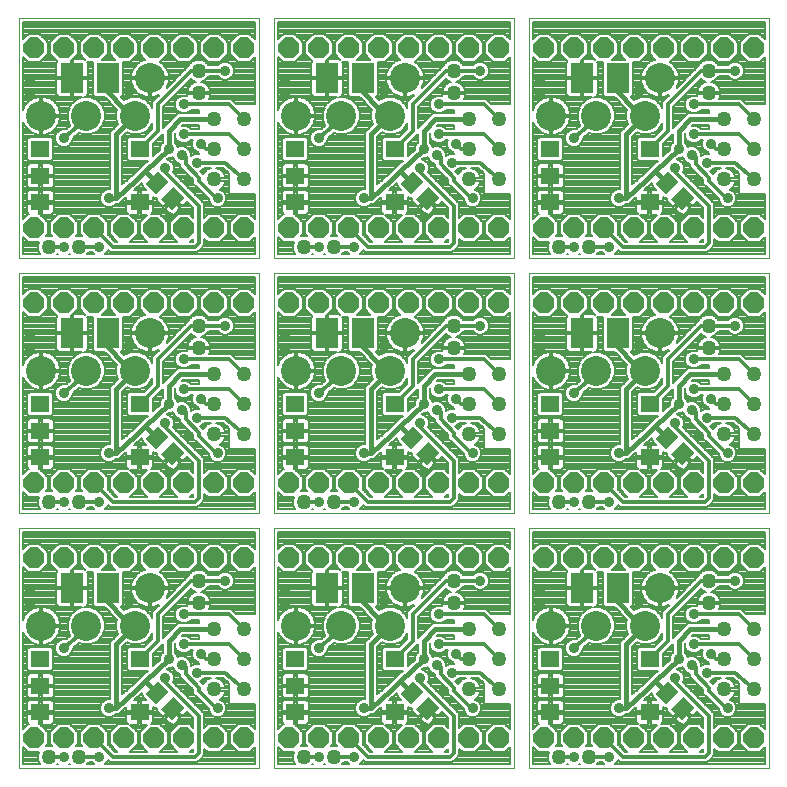
<source format=gbl>
G75*
G70*
%OFA0B0*%
%FSLAX25Y25*%
%IPPOS*%
%LPD*%
%AMOC8*
5,1,8,0,0,1.08239X$1,22.5*
%
%ADD10C,0.00800*%
%ADD11C,0.01600*%
%ADD12C,0.03560*%
%ADD18OC8,0.07000*%
%ADD19R,0.07680X0.09840*%
%ADD27C,0.10000*%
%ADD28C,0.05000*%
%ADD29R,0.06300X0.05510*%
%ADD30C,0.01200*%
%ADD36R,0.05120X0.05910*%
%ADD37C,0.00000*%
X0010000Y0010000D02*
G75*
%LPD*%
D37*
X0010000Y0010000D02*
X0090000Y0010000D01*
X0090000Y0090000D01*
X0010000Y0090000D01*
X0010000Y0010000D01*
D28*
X0020000Y0013750D03*
X0030000Y0013750D03*
X0075000Y0036250D03*
X0075000Y0046250D03*
X0075000Y0056250D03*
X0070000Y0065000D03*
X0070000Y0072500D03*
X0085000Y0056250D03*
X0085000Y0046250D03*
X0085000Y0036250D03*
D27*
X0053750Y0070000D03*
X0048750Y0057500D03*
X0032500Y0057500D03*
X0017500Y0057500D03*
D18*
X0015000Y0080000D03*
X0025000Y0080000D03*
X0035000Y0080000D03*
X0045000Y0080000D03*
X0055000Y0080000D03*
X0065000Y0080000D03*
X0075000Y0080000D03*
X0085000Y0080000D03*
X0085000Y0020000D03*
X0075000Y0020000D03*
X0065000Y0020000D03*
X0055000Y0020000D03*
X0045000Y0020000D03*
X0035000Y0020000D03*
X0025000Y0020000D03*
X0015000Y0020000D03*
D29*
X0017210Y0028640D03*
X0017210Y0037500D03*
X0017210Y0046360D03*
X0050290Y0046360D03*
X0050290Y0028640D03*
D36*
G36*
X0055840Y0031250D02*
X0052220Y0034870D01*
X0056380Y0039030D01*
X0060000Y0035410D01*
X0055840Y0031250D01*
G37*
G36*
X0061120Y0025970D02*
X0057500Y0029590D01*
X0061660Y0033750D01*
X0065280Y0030130D01*
X0061120Y0025970D01*
G37*
D19*
X0039750Y0070000D03*
X0027750Y0070000D03*
D10*
X0028150Y0069660D02*
X0034720Y0069660D01*
X0034720Y0068880D02*
X0032980Y0068880D01*
X0032980Y0069600D02*
X0028150Y0069600D01*
X0028150Y0070400D01*
X0032980Y0070400D01*
X0032980Y0075110D01*
X0032890Y0075460D01*
X0032890Y0075470D01*
X0033050Y0075300D01*
X0034720Y0075300D01*
X0034720Y0064580D01*
X0035420Y0063880D01*
X0038290Y0063880D01*
X0038930Y0063250D01*
X0042810Y0059360D01*
X0042550Y0058730D01*
X0042550Y0056270D01*
X0043180Y0054750D01*
X0041670Y0053250D01*
X0040500Y0052080D01*
X0040500Y0032980D01*
X0039410Y0032980D01*
X0038310Y0032530D01*
X0037470Y0031690D01*
X0037020Y0030590D01*
X0037020Y0029410D01*
X0037470Y0028310D01*
X0038310Y0027470D01*
X0039410Y0027020D01*
X0040590Y0027020D01*
X0041690Y0027470D01*
X0042220Y0028000D01*
X0042460Y0028000D01*
X0043250Y0027970D01*
X0043290Y0028000D01*
X0043330Y0028000D01*
X0043890Y0028560D01*
X0045740Y0030280D01*
X0045740Y0029040D01*
X0049890Y0029040D01*
X0049890Y0032800D01*
X0048450Y0032800D01*
X0050990Y0035150D01*
X0050990Y0035150D01*
X0051010Y0035170D01*
X0051010Y0034370D01*
X0052580Y0032800D01*
X0050690Y0032800D01*
X0050690Y0029040D01*
X0054840Y0029040D01*
X0054840Y0030540D01*
X0055330Y0030050D01*
X0056170Y0030050D01*
X0056100Y0029760D01*
X0056100Y0029390D01*
X0056190Y0029040D01*
X0056380Y0028720D01*
X0058030Y0027060D01*
X0060830Y0029860D01*
X0061390Y0029290D01*
X0058600Y0026490D01*
X0060260Y0024840D01*
X0060580Y0024650D01*
X0060930Y0024560D01*
X0061300Y0024560D01*
X0061660Y0024650D01*
X0061980Y0024840D01*
X0063910Y0026770D01*
X0061390Y0029290D01*
X0061960Y0029860D01*
X0064480Y0027340D01*
X0066050Y0028910D01*
X0068200Y0026750D01*
X0068200Y0023450D01*
X0066950Y0024700D01*
X0063050Y0024700D01*
X0060300Y0021950D01*
X0060300Y0018050D01*
X0062800Y0015550D01*
X0057200Y0015550D01*
X0059700Y0018050D01*
X0059700Y0021950D01*
X0056950Y0024700D01*
X0054180Y0024700D01*
X0054290Y0024770D01*
X0054560Y0025030D01*
X0054740Y0025350D01*
X0054840Y0025700D01*
X0054840Y0028240D01*
X0050690Y0028240D01*
X0050690Y0029040D01*
X0049890Y0029040D01*
X0049890Y0028240D01*
X0050690Y0028240D01*
X0050690Y0024490D01*
X0052840Y0024490D01*
X0050300Y0021950D01*
X0050300Y0018050D01*
X0052800Y0015550D01*
X0047200Y0015550D01*
X0049700Y0018050D01*
X0049700Y0021950D01*
X0047160Y0024490D01*
X0049890Y0024490D01*
X0049890Y0028240D01*
X0045740Y0028240D01*
X0045740Y0025700D01*
X0021760Y0025700D01*
X0021760Y0028240D01*
X0017610Y0028240D01*
X0017610Y0024490D01*
X0020550Y0024490D01*
X0020900Y0024580D01*
X0021220Y0024770D01*
X0021480Y0025030D01*
X0021670Y0025350D01*
X0021760Y0025700D01*
X0021760Y0026490D02*
X0045740Y0026490D01*
X0045740Y0027270D02*
X0041200Y0027270D01*
X0038800Y0027270D02*
X0021760Y0027270D01*
X0021760Y0028060D02*
X0037730Y0028060D01*
X0037250Y0028840D02*
X0017610Y0028840D01*
X0017610Y0029040D02*
X0021760Y0029040D01*
X0021760Y0031580D01*
X0021670Y0031940D01*
X0021480Y0032260D01*
X0021220Y0032520D01*
X0020900Y0032700D01*
X0020550Y0032800D01*
X0017610Y0032800D01*
X0017610Y0029040D01*
X0016810Y0029040D01*
X0016810Y0028240D01*
X0012660Y0028240D01*
X0012660Y0025700D01*
X0012760Y0025350D01*
X0012940Y0025030D01*
X0013210Y0024770D01*
X0013320Y0024700D01*
X0013050Y0024700D01*
X0011400Y0023050D01*
X0011400Y0055540D01*
X0011430Y0055440D01*
X0011750Y0054660D01*
X0012170Y0053940D01*
X0012680Y0053270D01*
X0013270Y0052680D01*
X0013940Y0052170D01*
X0014660Y0051750D01*
X0015440Y0051430D01*
X0016250Y0051210D01*
X0017080Y0051100D01*
X0017100Y0051100D01*
X0017100Y0057100D01*
X0017900Y0057100D01*
X0017900Y0057900D01*
X0017100Y0057900D01*
X0017100Y0063900D01*
X0017080Y0063900D01*
X0016250Y0063790D01*
X0015440Y0063570D01*
X0014660Y0063250D01*
X0013940Y0062830D01*
X0013270Y0062320D01*
X0012680Y0061730D01*
X0012170Y0061060D01*
X0011750Y0060340D01*
X0011430Y0059560D01*
X0011400Y0059460D01*
X0011400Y0076950D01*
X0013050Y0075300D01*
X0016950Y0075300D01*
X0019700Y0078050D01*
X0019700Y0081950D01*
X0016950Y0084700D01*
X0013050Y0084700D01*
X0011400Y0083050D01*
X0011400Y0088600D01*
X0088600Y0088600D01*
X0088600Y0083050D01*
X0086950Y0084700D01*
X0083050Y0084700D01*
X0080300Y0081950D01*
X0080300Y0078050D01*
X0083050Y0075300D01*
X0086950Y0075300D01*
X0088600Y0076950D01*
X0088600Y0061250D01*
X0082550Y0061250D01*
X0081800Y0062000D01*
X0080750Y0063050D01*
X0073390Y0063050D01*
X0073460Y0063150D01*
X0073750Y0063860D01*
X0073900Y0064600D01*
X0070400Y0064600D01*
X0070400Y0065400D01*
X0073900Y0065400D01*
X0073750Y0066140D01*
X0073460Y0066850D01*
X0073030Y0067490D01*
X0072490Y0068030D01*
X0071850Y0068460D01*
X0071140Y0068750D01*
X0070780Y0068820D01*
X0072100Y0069360D01*
X0073140Y0070400D01*
X0073260Y0070700D01*
X0076330Y0070700D01*
X0077060Y0069970D01*
X0078160Y0069520D01*
X0079340Y0069520D01*
X0080440Y0069970D01*
X0081280Y0070810D01*
X0081730Y0071910D01*
X0081730Y0073090D01*
X0081280Y0074190D01*
X0080440Y0075030D01*
X0079340Y0075480D01*
X0078160Y0075480D01*
X0077060Y0075030D01*
X0076330Y0074300D01*
X0073260Y0074300D01*
X0073140Y0074600D01*
X0072100Y0075640D01*
X0070740Y0076200D01*
X0069260Y0076200D01*
X0067900Y0075640D01*
X0066860Y0074600D01*
X0066730Y0074280D01*
X0065700Y0073250D01*
X0059340Y0066890D01*
X0059500Y0067160D01*
X0059820Y0067940D01*
X0060040Y0068750D01*
X0060150Y0069580D01*
X0060150Y0069600D01*
X0054150Y0069600D01*
X0054150Y0070400D01*
X0060150Y0070400D01*
X0060150Y0070420D01*
X0060040Y0071250D01*
X0059820Y0072060D01*
X0059500Y0072840D01*
X0059080Y0073560D01*
X0058570Y0074230D01*
X0057980Y0074820D01*
X0057310Y0075330D01*
X0057100Y0075450D01*
X0059700Y0078050D01*
X0059700Y0081950D01*
X0056950Y0084700D01*
X0053050Y0084700D01*
X0050300Y0081950D01*
X0050300Y0078050D01*
X0052150Y0076200D01*
X0051690Y0076070D01*
X0050910Y0075750D01*
X0050190Y0075330D01*
X0049520Y0074820D01*
X0048930Y0074230D01*
X0048420Y0073560D01*
X0048000Y0072840D01*
X0047680Y0072060D01*
X0047460Y0071250D01*
X0047350Y0070420D01*
X0047350Y0070400D01*
X0053350Y0070400D01*
X0053350Y0069600D01*
X0054150Y0069600D01*
X0054150Y0063600D01*
X0054170Y0063600D01*
X0055000Y0063710D01*
X0055810Y0063930D01*
X0056590Y0064250D01*
X0056860Y0064410D01*
X0054450Y0062000D01*
X0054450Y0059940D01*
X0054010Y0061010D01*
X0052260Y0062760D01*
X0049980Y0063700D01*
X0047520Y0063700D01*
X0045240Y0062760D01*
X0045160Y0062670D01*
X0043950Y0063880D01*
X0044090Y0063880D01*
X0044790Y0064580D01*
X0044790Y0075300D01*
X0046950Y0075300D01*
X0049700Y0078050D01*
X0049700Y0081950D01*
X0046950Y0084700D01*
X0043050Y0084700D01*
X0040300Y0081950D01*
X0040300Y0078050D01*
X0042230Y0076120D01*
X0037770Y0076120D01*
X0039700Y0078050D01*
X0039700Y0081950D01*
X0036950Y0084700D01*
X0033050Y0084700D01*
X0030300Y0081950D01*
X0030300Y0078050D01*
X0032130Y0076220D01*
X0032130Y0076230D01*
X0031770Y0076320D01*
X0028150Y0076320D01*
X0028150Y0070400D01*
X0027350Y0070400D01*
X0027350Y0075700D01*
X0029700Y0078050D01*
X0029700Y0081950D01*
X0026950Y0084700D01*
X0023050Y0084700D01*
X0020300Y0081950D01*
X0020300Y0078050D01*
X0022710Y0075640D01*
X0022600Y0075460D01*
X0022510Y0075110D01*
X0022510Y0070400D01*
X0027350Y0070400D01*
X0027350Y0069600D01*
X0028150Y0069600D01*
X0028150Y0063680D01*
X0031220Y0063680D01*
X0028990Y0062760D01*
X0027240Y0061010D01*
X0026300Y0058730D01*
X0026300Y0056270D01*
X0027170Y0054160D01*
X0025710Y0052930D01*
X0025590Y0052980D01*
X0024410Y0052980D01*
X0023310Y0052530D01*
X0022470Y0051690D01*
X0022020Y0050590D01*
X0022020Y0049410D01*
X0022470Y0048310D01*
X0023310Y0047470D01*
X0024410Y0047020D01*
X0025590Y0047020D01*
X0026690Y0047470D01*
X0027530Y0048310D01*
X0027980Y0049410D01*
X0027980Y0050140D01*
X0030000Y0051820D01*
X0031270Y0051300D01*
X0033730Y0051300D01*
X0036010Y0052240D01*
X0037760Y0053990D01*
X0038700Y0056270D01*
X0038700Y0058730D01*
X0037760Y0061010D01*
X0036010Y0062760D01*
X0033730Y0063700D01*
X0031850Y0063700D01*
X0032130Y0063770D01*
X0032440Y0063960D01*
X0032700Y0064220D01*
X0032890Y0064540D01*
X0032980Y0064890D01*
X0032980Y0069600D01*
X0032980Y0070450D02*
X0034720Y0070450D01*
X0034720Y0071230D02*
X0032980Y0071230D01*
X0032980Y0072020D02*
X0034720Y0072020D01*
X0034720Y0072800D02*
X0032980Y0072800D01*
X0032980Y0073590D02*
X0034720Y0073590D01*
X0034720Y0074370D02*
X0032980Y0074370D01*
X0032970Y0075160D02*
X0034720Y0075160D01*
X0031630Y0076730D02*
X0028370Y0076730D01*
X0028150Y0075940D02*
X0027590Y0075940D01*
X0027350Y0075160D02*
X0028150Y0075160D01*
X0028150Y0074370D02*
X0027350Y0074370D01*
X0027350Y0073590D02*
X0028150Y0073590D01*
X0028150Y0072800D02*
X0027350Y0072800D01*
X0027350Y0072020D02*
X0028150Y0072020D01*
X0028150Y0071230D02*
X0027350Y0071230D01*
X0027350Y0070450D02*
X0028150Y0070450D01*
X0027350Y0069660D02*
X0011400Y0069660D01*
X0011400Y0068880D02*
X0022510Y0068880D01*
X0022510Y0069600D02*
X0022510Y0064890D01*
X0022600Y0064540D01*
X0022790Y0064220D01*
X0023050Y0063960D01*
X0023370Y0063770D01*
X0023720Y0063680D01*
X0027350Y0063680D01*
X0027350Y0069600D01*
X0022510Y0069600D01*
X0022510Y0070450D02*
X0011400Y0070450D01*
X0011400Y0071230D02*
X0022510Y0071230D01*
X0022510Y0072020D02*
X0011400Y0072020D01*
X0011400Y0072800D02*
X0022510Y0072800D01*
X0022510Y0073590D02*
X0011400Y0073590D01*
X0011400Y0074370D02*
X0022510Y0074370D01*
X0022520Y0075160D02*
X0011400Y0075160D01*
X0011400Y0075940D02*
X0012410Y0075940D01*
X0011630Y0076730D02*
X0011400Y0076730D01*
X0017590Y0075940D02*
X0022410Y0075940D01*
X0021630Y0076730D02*
X0018370Y0076730D01*
X0019160Y0077510D02*
X0020840Y0077510D01*
X0020300Y0078300D02*
X0019700Y0078300D01*
X0019700Y0079080D02*
X0020300Y0079080D01*
X0020300Y0079870D02*
X0019700Y0079870D01*
X0019700Y0080650D02*
X0020300Y0080650D01*
X0020300Y0081440D02*
X0019700Y0081440D01*
X0019430Y0082220D02*
X0020570Y0082220D01*
X0021360Y0083010D02*
X0018640Y0083010D01*
X0017860Y0083790D02*
X0022140Y0083790D01*
X0022930Y0084580D02*
X0017070Y0084580D01*
X0012930Y0084580D02*
X0011400Y0084580D01*
X0011400Y0085360D02*
X0088600Y0085360D01*
X0088600Y0084580D02*
X0087070Y0084580D01*
X0087860Y0083790D02*
X0088600Y0083790D01*
X0088600Y0086150D02*
X0011400Y0086150D01*
X0011400Y0086930D02*
X0088600Y0086930D01*
X0088600Y0087720D02*
X0011400Y0087720D01*
X0011400Y0088500D02*
X0088600Y0088500D01*
X0082930Y0084580D02*
X0077070Y0084580D01*
X0076950Y0084700D02*
X0073050Y0084700D01*
X0070300Y0081950D01*
X0070300Y0078050D01*
X0073050Y0075300D01*
X0076950Y0075300D01*
X0079700Y0078050D01*
X0079700Y0081950D01*
X0076950Y0084700D01*
X0077860Y0083790D02*
X0082140Y0083790D01*
X0081360Y0083010D02*
X0078640Y0083010D01*
X0079430Y0082220D02*
X0080570Y0082220D01*
X0080300Y0081440D02*
X0079700Y0081440D01*
X0079700Y0080650D02*
X0080300Y0080650D01*
X0080300Y0079870D02*
X0079700Y0079870D01*
X0079700Y0079080D02*
X0080300Y0079080D01*
X0080300Y0078300D02*
X0079700Y0078300D01*
X0079160Y0077510D02*
X0080840Y0077510D01*
X0081630Y0076730D02*
X0078370Y0076730D01*
X0077590Y0075940D02*
X0082410Y0075940D01*
X0081100Y0074370D02*
X0088600Y0074370D01*
X0088600Y0073590D02*
X0081530Y0073590D01*
X0081730Y0072800D02*
X0088600Y0072800D01*
X0088600Y0072020D02*
X0081730Y0072020D01*
X0081450Y0071230D02*
X0088600Y0071230D01*
X0088600Y0070450D02*
X0080910Y0070450D01*
X0079680Y0069660D02*
X0088600Y0069660D01*
X0088600Y0068880D02*
X0070920Y0068880D01*
X0072390Y0069660D02*
X0077820Y0069660D01*
X0076590Y0070450D02*
X0073150Y0070450D01*
X0072400Y0068090D02*
X0088600Y0068090D01*
X0088600Y0067310D02*
X0073150Y0067310D01*
X0073590Y0066520D02*
X0088600Y0066520D01*
X0088600Y0065740D02*
X0073830Y0065740D01*
X0073810Y0064170D02*
X0088600Y0064170D01*
X0088600Y0064950D02*
X0070400Y0064950D01*
X0069600Y0064950D02*
X0062500Y0064950D01*
X0063280Y0065740D02*
X0066170Y0065740D01*
X0066100Y0065400D02*
X0066250Y0066140D01*
X0066540Y0066850D01*
X0066970Y0067490D01*
X0067510Y0068030D01*
X0068150Y0068460D01*
X0068860Y0068750D01*
X0069220Y0068820D01*
X0067900Y0069360D01*
X0067410Y0069860D01*
X0058050Y0060500D01*
X0058050Y0053380D01*
X0059170Y0054500D01*
X0062920Y0058250D01*
X0070000Y0058250D01*
X0070000Y0059450D01*
X0067420Y0059450D01*
X0066690Y0058720D01*
X0065590Y0058270D01*
X0064410Y0058270D01*
X0063310Y0058720D01*
X0062470Y0059560D01*
X0062020Y0060660D01*
X0062020Y0061840D01*
X0062470Y0062940D01*
X0063310Y0063780D01*
X0064410Y0064230D01*
X0065590Y0064230D01*
X0066230Y0063970D01*
X0066100Y0064600D01*
X0069600Y0064600D01*
X0069600Y0065400D01*
X0066100Y0065400D01*
X0066190Y0064170D02*
X0065750Y0064170D01*
X0064250Y0064170D02*
X0061710Y0064170D01*
X0060930Y0063380D02*
X0062910Y0063380D01*
X0062330Y0062600D02*
X0060140Y0062600D01*
X0059360Y0061810D02*
X0062020Y0061810D01*
X0062020Y0061030D02*
X0058570Y0061030D01*
X0058050Y0060240D02*
X0062190Y0060240D01*
X0062580Y0059460D02*
X0058050Y0059460D01*
X0058050Y0058670D02*
X0063440Y0058670D01*
X0062560Y0057890D02*
X0058050Y0057890D01*
X0058050Y0057100D02*
X0061770Y0057100D01*
X0060990Y0056320D02*
X0058050Y0056320D01*
X0058050Y0055530D02*
X0060200Y0055530D01*
X0059420Y0054750D02*
X0058050Y0054750D01*
X0058050Y0053960D02*
X0058630Y0053960D01*
X0058000Y0051530D02*
X0058000Y0048470D01*
X0057470Y0047940D01*
X0057020Y0046840D01*
X0057020Y0046210D01*
X0054640Y0044000D01*
X0054640Y0048160D01*
X0057000Y0050520D01*
X0058000Y0051530D01*
X0058000Y0050820D02*
X0057290Y0050820D01*
X0058000Y0050040D02*
X0056510Y0050040D01*
X0055720Y0049250D02*
X0058000Y0049250D01*
X0058000Y0048470D02*
X0054940Y0048470D01*
X0054640Y0047680D02*
X0057370Y0047680D01*
X0057040Y0046900D02*
X0054640Y0046900D01*
X0054640Y0046110D02*
X0056910Y0046110D01*
X0056060Y0045330D02*
X0054640Y0045330D01*
X0054640Y0044540D02*
X0055220Y0044540D01*
X0052920Y0042400D02*
X0051480Y0041070D01*
X0051480Y0041070D01*
X0051450Y0041040D01*
X0051400Y0041040D01*
X0050840Y0040480D01*
X0049700Y0039420D01*
X0048270Y0038080D01*
X0048270Y0038080D01*
X0044500Y0034590D01*
X0044500Y0050420D01*
X0046000Y0051930D01*
X0047520Y0051300D01*
X0049980Y0051300D01*
X0052260Y0052240D01*
X0054010Y0053990D01*
X0054450Y0055060D01*
X0054450Y0053070D01*
X0051700Y0050310D01*
X0046640Y0050310D01*
X0045940Y0049610D01*
X0045940Y0043110D01*
X0046640Y0042400D01*
X0052920Y0042400D01*
X0052680Y0042190D02*
X0044500Y0042190D01*
X0044500Y0042970D02*
X0046070Y0042970D01*
X0045940Y0043760D02*
X0044500Y0043760D01*
X0044500Y0044540D02*
X0045940Y0044540D01*
X0045940Y0045330D02*
X0044500Y0045330D01*
X0044500Y0046110D02*
X0045940Y0046110D01*
X0045940Y0046900D02*
X0044500Y0046900D01*
X0044500Y0047680D02*
X0045940Y0047680D01*
X0045940Y0048470D02*
X0044500Y0048470D01*
X0044500Y0049250D02*
X0045940Y0049250D01*
X0046360Y0050040D02*
X0044500Y0050040D01*
X0044900Y0050820D02*
X0052200Y0050820D01*
X0052990Y0051610D02*
X0050720Y0051610D01*
X0052410Y0052390D02*
X0053770Y0052390D01*
X0053190Y0053180D02*
X0054450Y0053180D01*
X0054450Y0053960D02*
X0053980Y0053960D01*
X0054320Y0054750D02*
X0054450Y0054750D01*
X0054330Y0060240D02*
X0054450Y0060240D01*
X0054450Y0061030D02*
X0053990Y0061030D01*
X0054450Y0061810D02*
X0053210Y0061810D01*
X0052420Y0062600D02*
X0055050Y0062600D01*
X0055830Y0063380D02*
X0050760Y0063380D01*
X0051110Y0064170D02*
X0044380Y0064170D01*
X0044450Y0063380D02*
X0046740Y0063380D01*
X0044790Y0064950D02*
X0049820Y0064950D01*
X0049520Y0065180D02*
X0050190Y0064670D01*
X0050910Y0064250D01*
X0051690Y0063930D01*
X0052500Y0063710D01*
X0053330Y0063600D01*
X0053350Y0063600D01*
X0053350Y0069600D01*
X0047350Y0069600D01*
X0047350Y0069580D01*
X0047460Y0068750D01*
X0047680Y0067940D01*
X0048000Y0067160D01*
X0048420Y0066440D01*
X0048930Y0065770D01*
X0049520Y0065180D01*
X0048960Y0065740D02*
X0044790Y0065740D01*
X0044790Y0066520D02*
X0048370Y0066520D01*
X0047940Y0067310D02*
X0044790Y0067310D01*
X0044790Y0068090D02*
X0047640Y0068090D01*
X0047440Y0068880D02*
X0044790Y0068880D01*
X0044790Y0069660D02*
X0053350Y0069660D01*
X0053350Y0068880D02*
X0054150Y0068880D01*
X0054150Y0069660D02*
X0062110Y0069660D01*
X0061330Y0068880D02*
X0060060Y0068880D01*
X0059860Y0068090D02*
X0060540Y0068090D01*
X0059760Y0067310D02*
X0059560Y0067310D01*
X0060150Y0070450D02*
X0062900Y0070450D01*
X0063680Y0071230D02*
X0060040Y0071230D01*
X0059840Y0072020D02*
X0064470Y0072020D01*
X0065250Y0072800D02*
X0059520Y0072800D01*
X0059070Y0073590D02*
X0066040Y0073590D01*
X0066770Y0074370D02*
X0058430Y0074370D01*
X0057540Y0075160D02*
X0067420Y0075160D01*
X0066950Y0075300D02*
X0069700Y0078050D01*
X0069700Y0081950D01*
X0066950Y0084700D01*
X0063050Y0084700D01*
X0060300Y0081950D01*
X0060300Y0078050D01*
X0063050Y0075300D01*
X0066950Y0075300D01*
X0067590Y0075940D02*
X0068640Y0075940D01*
X0068370Y0076730D02*
X0071630Y0076730D01*
X0071360Y0075940D02*
X0072410Y0075940D01*
X0072580Y0075160D02*
X0077370Y0075160D01*
X0076400Y0074370D02*
X0073230Y0074370D01*
X0070840Y0077510D02*
X0069160Y0077510D01*
X0069700Y0078300D02*
X0070300Y0078300D01*
X0070300Y0079080D02*
X0069700Y0079080D01*
X0069700Y0079870D02*
X0070300Y0079870D01*
X0070300Y0080650D02*
X0069700Y0080650D01*
X0069700Y0081440D02*
X0070300Y0081440D01*
X0070570Y0082220D02*
X0069430Y0082220D01*
X0068640Y0083010D02*
X0071360Y0083010D01*
X0072140Y0083790D02*
X0067860Y0083790D01*
X0067070Y0084580D02*
X0072930Y0084580D01*
X0080130Y0075160D02*
X0088600Y0075160D01*
X0088600Y0075940D02*
X0087590Y0075940D01*
X0088370Y0076730D02*
X0088600Y0076730D01*
X0088600Y0063380D02*
X0073550Y0063380D01*
X0070000Y0058670D02*
X0066560Y0058670D01*
X0065590Y0054230D02*
X0064560Y0054230D01*
X0064580Y0054250D01*
X0070000Y0054250D01*
X0070000Y0053050D01*
X0067420Y0053050D01*
X0066690Y0053780D01*
X0065590Y0054230D01*
X0066250Y0053960D02*
X0070000Y0053960D01*
X0070000Y0053180D02*
X0067290Y0053180D01*
X0067420Y0049450D02*
X0067950Y0049450D01*
X0067640Y0048720D01*
X0067640Y0047530D01*
X0068100Y0046440D01*
X0068940Y0045600D01*
X0070000Y0045160D01*
X0070000Y0044840D01*
X0069970Y0044860D01*
X0068780Y0044860D01*
X0067690Y0044400D01*
X0067420Y0044140D01*
X0067420Y0044500D01*
X0067360Y0044560D01*
X0067360Y0044970D01*
X0066900Y0046060D01*
X0066060Y0046900D01*
X0064970Y0047360D01*
X0063780Y0047360D01*
X0062920Y0047000D01*
X0062530Y0047940D01*
X0062000Y0048470D01*
X0062000Y0051670D01*
X0062020Y0051690D01*
X0062020Y0050660D01*
X0062470Y0049560D01*
X0063310Y0048720D01*
X0064410Y0048270D01*
X0065590Y0048270D01*
X0066690Y0048720D01*
X0067420Y0049450D01*
X0067220Y0049250D02*
X0067860Y0049250D01*
X0067640Y0048470D02*
X0066070Y0048470D01*
X0066070Y0046900D02*
X0067910Y0046900D01*
X0067640Y0047680D02*
X0062630Y0047680D01*
X0062000Y0048470D02*
X0063930Y0048470D01*
X0062780Y0049250D02*
X0062000Y0049250D01*
X0062000Y0050040D02*
X0062280Y0050040D01*
X0062000Y0050820D02*
X0062020Y0050820D01*
X0062000Y0051610D02*
X0062020Y0051610D01*
X0066860Y0046110D02*
X0068420Y0046110D01*
X0069590Y0045330D02*
X0067210Y0045330D01*
X0067380Y0044540D02*
X0068020Y0044540D01*
X0063830Y0041390D02*
X0063830Y0040500D01*
X0064880Y0039450D01*
X0068200Y0036130D01*
X0068200Y0034880D01*
X0069250Y0033830D01*
X0073270Y0029810D01*
X0073270Y0029410D01*
X0073720Y0028310D01*
X0074560Y0027470D01*
X0075660Y0027020D01*
X0076840Y0027020D01*
X0077940Y0027470D01*
X0078780Y0028310D01*
X0079230Y0029410D01*
X0079230Y0030590D01*
X0078780Y0031690D01*
X0077940Y0032530D01*
X0077020Y0032910D01*
X0077490Y0033220D01*
X0078030Y0033760D01*
X0078460Y0034400D01*
X0078750Y0035110D01*
X0078900Y0035850D01*
X0075400Y0035850D01*
X0075400Y0036650D01*
X0078900Y0036650D01*
X0078750Y0037390D01*
X0078460Y0038100D01*
X0078030Y0038740D01*
X0077490Y0039280D01*
X0076850Y0039710D01*
X0076140Y0040000D01*
X0075760Y0040080D01*
X0078060Y0040080D01*
X0080000Y0038330D01*
X0080000Y0031250D01*
X0088600Y0031250D01*
X0088600Y0023050D01*
X0086950Y0024700D01*
X0083050Y0024700D01*
X0080300Y0021950D01*
X0080300Y0018050D01*
X0083050Y0015300D01*
X0086950Y0015300D01*
X0088600Y0016950D01*
X0088600Y0011400D01*
X0038740Y0011400D01*
X0039400Y0012060D01*
X0039690Y0012760D01*
X0040500Y0011950D01*
X0069500Y0011950D01*
X0070750Y0013200D01*
X0071800Y0014250D01*
X0071800Y0016550D01*
X0073050Y0015300D01*
X0076950Y0015300D01*
X0079700Y0018050D01*
X0079700Y0021950D01*
X0076950Y0024700D01*
X0073050Y0024700D01*
X0071800Y0023450D01*
X0071800Y0028250D01*
X0070750Y0029300D01*
X0070750Y0029300D01*
X0061410Y0038630D01*
X0061730Y0039410D01*
X0061730Y0040590D01*
X0061280Y0041690D01*
X0060440Y0042530D01*
X0059400Y0042960D01*
X0059730Y0043270D01*
X0060590Y0043270D01*
X0061460Y0043630D01*
X0061850Y0042690D01*
X0062690Y0041850D01*
X0063780Y0041390D01*
X0063830Y0041390D01*
X0063770Y0041400D02*
X0061400Y0041400D01*
X0061720Y0040620D02*
X0063830Y0040620D01*
X0064500Y0039830D02*
X0061730Y0039830D01*
X0061580Y0039050D02*
X0065280Y0039050D01*
X0066070Y0038260D02*
X0061790Y0038260D01*
X0062570Y0037480D02*
X0066850Y0037480D01*
X0067640Y0036690D02*
X0063360Y0036690D01*
X0064140Y0035910D02*
X0068200Y0035910D01*
X0068200Y0035120D02*
X0064930Y0035120D01*
X0065710Y0034340D02*
X0068740Y0034340D01*
X0069530Y0033550D02*
X0066500Y0033550D01*
X0067280Y0032770D02*
X0070310Y0032770D01*
X0071100Y0031980D02*
X0068070Y0031980D01*
X0068850Y0031200D02*
X0071880Y0031200D01*
X0072670Y0030410D02*
X0069640Y0030410D01*
X0070420Y0029630D02*
X0073270Y0029630D01*
X0073500Y0028840D02*
X0071210Y0028840D01*
X0071800Y0028060D02*
X0073980Y0028060D01*
X0075050Y0027270D02*
X0071800Y0027270D01*
X0071800Y0026490D02*
X0088600Y0026490D01*
X0088600Y0027270D02*
X0077450Y0027270D01*
X0078520Y0028060D02*
X0088600Y0028060D01*
X0088600Y0028840D02*
X0079000Y0028840D01*
X0079230Y0029630D02*
X0088600Y0029630D01*
X0088600Y0030410D02*
X0079230Y0030410D01*
X0078980Y0031200D02*
X0088600Y0031200D01*
X0088600Y0025700D02*
X0071800Y0025700D01*
X0071800Y0024920D02*
X0088600Y0024920D01*
X0088600Y0024130D02*
X0087520Y0024130D01*
X0088300Y0023350D02*
X0088600Y0023350D01*
X0082480Y0024130D02*
X0077520Y0024130D01*
X0078300Y0023350D02*
X0081700Y0023350D01*
X0080910Y0022560D02*
X0079090Y0022560D01*
X0079700Y0021780D02*
X0080300Y0021780D01*
X0080300Y0020990D02*
X0079700Y0020990D01*
X0079700Y0020210D02*
X0080300Y0020210D01*
X0080300Y0019420D02*
X0079700Y0019420D01*
X0079700Y0018640D02*
X0080300Y0018640D01*
X0080500Y0017850D02*
X0079500Y0017850D01*
X0078710Y0017070D02*
X0081290Y0017070D01*
X0082070Y0016280D02*
X0077930Y0016280D01*
X0077140Y0015500D02*
X0082860Y0015500D01*
X0087140Y0015500D02*
X0088600Y0015500D01*
X0088600Y0016280D02*
X0087930Y0016280D01*
X0088600Y0014710D02*
X0071800Y0014710D01*
X0071800Y0015500D02*
X0072860Y0015500D01*
X0072070Y0016280D02*
X0071800Y0016280D01*
X0071470Y0013930D02*
X0088600Y0013930D01*
X0088600Y0013140D02*
X0070690Y0013140D01*
X0069900Y0012360D02*
X0088600Y0012360D01*
X0088600Y0011570D02*
X0038910Y0011570D01*
X0039520Y0012360D02*
X0040100Y0012360D01*
X0042000Y0015550D02*
X0039600Y0017950D01*
X0039700Y0018050D01*
X0039700Y0021950D01*
X0036950Y0024700D01*
X0033050Y0024700D01*
X0030300Y0021950D01*
X0030300Y0018050D01*
X0031020Y0017330D01*
X0030740Y0017450D01*
X0029260Y0017450D01*
X0028980Y0017330D01*
X0029700Y0018050D01*
X0029700Y0021950D01*
X0026950Y0024700D01*
X0023050Y0024700D01*
X0020300Y0021950D01*
X0020300Y0018050D01*
X0021020Y0017330D01*
X0020740Y0017450D01*
X0019260Y0017450D01*
X0018980Y0017330D01*
X0019700Y0018050D01*
X0019700Y0021950D01*
X0016950Y0024700D01*
X0016810Y0024700D01*
X0016810Y0028240D01*
X0017610Y0028240D01*
X0017610Y0029040D01*
X0017610Y0029630D02*
X0016810Y0029630D01*
X0016810Y0029040D02*
X0016810Y0032800D01*
X0013880Y0032800D01*
X0013520Y0032700D01*
X0013210Y0032520D01*
X0012940Y0032260D01*
X0012760Y0031940D01*
X0012660Y0031580D01*
X0012660Y0029040D01*
X0016810Y0029040D01*
X0016810Y0028840D02*
X0011400Y0028840D01*
X0011400Y0028060D02*
X0012660Y0028060D01*
X0012660Y0027270D02*
X0011400Y0027270D01*
X0011400Y0026490D02*
X0012660Y0026490D01*
X0012670Y0025700D02*
X0011400Y0025700D01*
X0011400Y0024920D02*
X0013060Y0024920D01*
X0012480Y0024130D02*
X0011400Y0024130D01*
X0011400Y0023350D02*
X0011700Y0023350D01*
X0016810Y0024920D02*
X0017610Y0024920D01*
X0017610Y0025700D02*
X0016810Y0025700D01*
X0016810Y0026490D02*
X0017610Y0026490D01*
X0017610Y0027270D02*
X0016810Y0027270D01*
X0016810Y0028060D02*
X0017610Y0028060D01*
X0017610Y0030410D02*
X0016810Y0030410D01*
X0016810Y0031200D02*
X0017610Y0031200D01*
X0017610Y0031980D02*
X0016810Y0031980D01*
X0016810Y0032770D02*
X0017610Y0032770D01*
X0017610Y0033340D02*
X0020550Y0033340D01*
X0020900Y0033440D01*
X0021220Y0033620D01*
X0021480Y0033880D01*
X0021670Y0034200D01*
X0021760Y0034560D01*
X0021760Y0037100D01*
X0017610Y0037100D01*
X0017610Y0033340D01*
X0017610Y0033550D02*
X0016810Y0033550D01*
X0016810Y0033340D02*
X0013880Y0033340D01*
X0013520Y0033440D01*
X0013210Y0033620D01*
X0012940Y0033880D01*
X0012760Y0034200D01*
X0012660Y0034560D01*
X0012660Y0037100D01*
X0016810Y0037100D01*
X0016810Y0037900D01*
X0012660Y0037900D01*
X0012660Y0040440D01*
X0012760Y0040800D01*
X0012940Y0041120D01*
X0013210Y0041380D01*
X0013520Y0041560D01*
X0013880Y0041660D01*
X0016810Y0041660D01*
X0016810Y0037900D01*
X0017610Y0037900D01*
X0017610Y0041660D01*
X0020550Y0041660D01*
X0020900Y0041560D01*
X0021220Y0041380D01*
X0021480Y0041120D01*
X0021670Y0040800D01*
X0021760Y0040440D01*
X0021760Y0037900D01*
X0017610Y0037900D01*
X0017610Y0037100D01*
X0016810Y0037100D01*
X0016810Y0033340D01*
X0016810Y0034340D02*
X0017610Y0034340D01*
X0017610Y0035120D02*
X0016810Y0035120D01*
X0016810Y0035910D02*
X0017610Y0035910D01*
X0017610Y0036690D02*
X0016810Y0036690D01*
X0016810Y0037480D02*
X0011400Y0037480D01*
X0011400Y0038260D02*
X0012660Y0038260D01*
X0012660Y0039050D02*
X0011400Y0039050D01*
X0011400Y0039830D02*
X0012660Y0039830D01*
X0012710Y0040620D02*
X0011400Y0040620D01*
X0011400Y0041400D02*
X0013250Y0041400D01*
X0013570Y0042400D02*
X0020860Y0042400D01*
X0021560Y0043110D01*
X0021560Y0049610D01*
X0020860Y0050310D01*
X0013570Y0050310D01*
X0012860Y0049610D01*
X0012860Y0043110D01*
X0013570Y0042400D01*
X0013000Y0042970D02*
X0011400Y0042970D01*
X0011400Y0042190D02*
X0040500Y0042190D01*
X0040500Y0042970D02*
X0021430Y0042970D01*
X0021560Y0043760D02*
X0040500Y0043760D01*
X0040500Y0044540D02*
X0021560Y0044540D01*
X0021560Y0045330D02*
X0040500Y0045330D01*
X0040500Y0046110D02*
X0021560Y0046110D01*
X0021560Y0046900D02*
X0040500Y0046900D01*
X0040500Y0047680D02*
X0026900Y0047680D01*
X0027590Y0048470D02*
X0040500Y0048470D01*
X0040500Y0049250D02*
X0027920Y0049250D01*
X0027980Y0050040D02*
X0040500Y0050040D01*
X0040500Y0050820D02*
X0028800Y0050820D01*
X0029740Y0051610D02*
X0030530Y0051610D01*
X0034470Y0051610D02*
X0040500Y0051610D01*
X0040810Y0052390D02*
X0036160Y0052390D01*
X0036940Y0053180D02*
X0041600Y0053180D01*
X0042380Y0053960D02*
X0037730Y0053960D01*
X0038070Y0054750D02*
X0043170Y0054750D01*
X0042860Y0055530D02*
X0038390Y0055530D01*
X0038700Y0056320D02*
X0042550Y0056320D01*
X0042550Y0057100D02*
X0038700Y0057100D01*
X0038700Y0057890D02*
X0042550Y0057890D01*
X0042550Y0058670D02*
X0038700Y0058670D01*
X0038400Y0059460D02*
X0042720Y0059460D01*
X0041930Y0060240D02*
X0038080Y0060240D01*
X0037740Y0061030D02*
X0041150Y0061030D01*
X0040360Y0061810D02*
X0036960Y0061810D01*
X0036170Y0062600D02*
X0039580Y0062600D01*
X0038790Y0063380D02*
X0034510Y0063380D01*
X0035130Y0064170D02*
X0032650Y0064170D01*
X0032980Y0064950D02*
X0034720Y0064950D01*
X0034720Y0065740D02*
X0032980Y0065740D01*
X0032980Y0066520D02*
X0034720Y0066520D01*
X0034720Y0067310D02*
X0032980Y0067310D01*
X0032980Y0068090D02*
X0034720Y0068090D01*
X0030490Y0063380D02*
X0020030Y0063380D01*
X0020340Y0063250D02*
X0019560Y0063570D01*
X0018750Y0063790D01*
X0017920Y0063900D01*
X0017900Y0063900D01*
X0017900Y0057900D01*
X0023900Y0057900D01*
X0023900Y0057920D01*
X0023790Y0058750D01*
X0023570Y0059560D01*
X0023250Y0060340D01*
X0022830Y0061060D01*
X0022320Y0061730D01*
X0021730Y0062320D01*
X0021060Y0062830D01*
X0020340Y0063250D01*
X0021370Y0062600D02*
X0028830Y0062600D01*
X0028040Y0061810D02*
X0022240Y0061810D01*
X0022850Y0061030D02*
X0027260Y0061030D01*
X0026920Y0060240D02*
X0023290Y0060240D01*
X0023600Y0059460D02*
X0026600Y0059460D01*
X0026300Y0058670D02*
X0023800Y0058670D01*
X0023900Y0057100D02*
X0017900Y0057100D01*
X0017900Y0051100D01*
X0017920Y0051100D01*
X0018750Y0051210D01*
X0019560Y0051430D01*
X0020340Y0051750D01*
X0021060Y0052170D01*
X0021730Y0052680D01*
X0022320Y0053270D01*
X0022830Y0053940D01*
X0023250Y0054660D01*
X0023570Y0055440D01*
X0023790Y0056250D01*
X0023900Y0057080D01*
X0023900Y0057100D01*
X0023800Y0056320D02*
X0026300Y0056320D01*
X0026300Y0057100D02*
X0017900Y0057100D01*
X0017900Y0056320D02*
X0017100Y0056320D01*
X0017100Y0055530D02*
X0017900Y0055530D01*
X0017900Y0054750D02*
X0017100Y0054750D01*
X0017100Y0053960D02*
X0017900Y0053960D01*
X0017900Y0053180D02*
X0017100Y0053180D01*
X0017100Y0052390D02*
X0017900Y0052390D01*
X0017900Y0051610D02*
X0017100Y0051610D01*
X0015010Y0051610D02*
X0011400Y0051610D01*
X0011400Y0052390D02*
X0013650Y0052390D01*
X0012770Y0053180D02*
X0011400Y0053180D01*
X0011400Y0053960D02*
X0012150Y0053960D01*
X0011710Y0054750D02*
X0011400Y0054750D01*
X0011400Y0055530D02*
X0011400Y0055530D01*
X0011400Y0060240D02*
X0011710Y0060240D01*
X0011400Y0061030D02*
X0012150Y0061030D01*
X0012760Y0061810D02*
X0011400Y0061810D01*
X0011400Y0062600D02*
X0013630Y0062600D01*
X0014970Y0063380D02*
X0011400Y0063380D01*
X0011400Y0064170D02*
X0022840Y0064170D01*
X0022510Y0064950D02*
X0011400Y0064950D01*
X0011400Y0065740D02*
X0022510Y0065740D01*
X0022510Y0066520D02*
X0011400Y0066520D01*
X0011400Y0067310D02*
X0022510Y0067310D01*
X0022510Y0068090D02*
X0011400Y0068090D01*
X0017100Y0063380D02*
X0017900Y0063380D01*
X0017900Y0062600D02*
X0017100Y0062600D01*
X0017100Y0061810D02*
X0017900Y0061810D01*
X0017900Y0061030D02*
X0017100Y0061030D01*
X0017100Y0060240D02*
X0017900Y0060240D01*
X0017900Y0059460D02*
X0017100Y0059460D01*
X0017100Y0058670D02*
X0017900Y0058670D01*
X0017900Y0057890D02*
X0026300Y0057890D01*
X0026610Y0055530D02*
X0023600Y0055530D01*
X0023290Y0054750D02*
X0026930Y0054750D01*
X0026940Y0053960D02*
X0022850Y0053960D01*
X0022230Y0053180D02*
X0026000Y0053180D01*
X0023170Y0052390D02*
X0021350Y0052390D01*
X0022440Y0051610D02*
X0019990Y0051610D01*
X0021140Y0050040D02*
X0022020Y0050040D01*
X0022110Y0050820D02*
X0011400Y0050820D01*
X0011400Y0050040D02*
X0013290Y0050040D01*
X0012860Y0049250D02*
X0011400Y0049250D01*
X0011400Y0048470D02*
X0012860Y0048470D01*
X0012860Y0047680D02*
X0011400Y0047680D01*
X0011400Y0046900D02*
X0012860Y0046900D01*
X0012860Y0046110D02*
X0011400Y0046110D01*
X0011400Y0045330D02*
X0012860Y0045330D01*
X0012860Y0044540D02*
X0011400Y0044540D01*
X0011400Y0043760D02*
X0012860Y0043760D01*
X0016810Y0041400D02*
X0017610Y0041400D01*
X0017610Y0040620D02*
X0016810Y0040620D01*
X0016810Y0039830D02*
X0017610Y0039830D01*
X0017610Y0039050D02*
X0016810Y0039050D01*
X0016810Y0038260D02*
X0017610Y0038260D01*
X0017610Y0037480D02*
X0040500Y0037480D01*
X0040500Y0038260D02*
X0021760Y0038260D01*
X0021760Y0039050D02*
X0040500Y0039050D01*
X0040500Y0039830D02*
X0021760Y0039830D01*
X0021720Y0040620D02*
X0040500Y0040620D01*
X0040500Y0041400D02*
X0021180Y0041400D01*
X0021760Y0036690D02*
X0040500Y0036690D01*
X0040500Y0035910D02*
X0021760Y0035910D01*
X0021760Y0035120D02*
X0040500Y0035120D01*
X0040500Y0034340D02*
X0021700Y0034340D01*
X0021100Y0033550D02*
X0040500Y0033550D01*
X0038890Y0032770D02*
X0020670Y0032770D01*
X0021640Y0031980D02*
X0037760Y0031980D01*
X0037270Y0031200D02*
X0021760Y0031200D01*
X0021760Y0030410D02*
X0037020Y0030410D01*
X0037020Y0029630D02*
X0021760Y0029630D01*
X0021370Y0024920D02*
X0046130Y0024920D01*
X0046020Y0025030D02*
X0046280Y0024770D01*
X0046390Y0024700D01*
X0043050Y0024700D01*
X0040300Y0021950D01*
X0040300Y0018050D01*
X0042800Y0015550D01*
X0042000Y0015550D01*
X0042070Y0016280D02*
X0041270Y0016280D01*
X0041290Y0017070D02*
X0040480Y0017070D01*
X0040500Y0017850D02*
X0039700Y0017850D01*
X0039700Y0018640D02*
X0040300Y0018640D01*
X0040300Y0019420D02*
X0039700Y0019420D01*
X0039700Y0020210D02*
X0040300Y0020210D01*
X0040300Y0020990D02*
X0039700Y0020990D01*
X0039700Y0021780D02*
X0040300Y0021780D01*
X0040910Y0022560D02*
X0039090Y0022560D01*
X0038300Y0023350D02*
X0041700Y0023350D01*
X0042480Y0024130D02*
X0037520Y0024130D01*
X0032480Y0024130D02*
X0027520Y0024130D01*
X0028300Y0023350D02*
X0031700Y0023350D01*
X0030910Y0022560D02*
X0029090Y0022560D01*
X0029700Y0021780D02*
X0030300Y0021780D01*
X0030300Y0020990D02*
X0029700Y0020990D01*
X0029700Y0020210D02*
X0030300Y0020210D01*
X0030300Y0019420D02*
X0029700Y0019420D01*
X0029700Y0018640D02*
X0030300Y0018640D01*
X0030500Y0017850D02*
X0029500Y0017850D01*
X0033260Y0011950D02*
X0034460Y0011950D01*
X0035010Y0011400D01*
X0032880Y0011400D01*
X0033140Y0011650D01*
X0033260Y0011950D01*
X0033050Y0011570D02*
X0034840Y0011570D01*
X0027120Y0011400D02*
X0026990Y0011530D01*
X0026870Y0011400D01*
X0027120Y0011400D01*
X0023130Y0011400D02*
X0022880Y0011400D01*
X0023010Y0011530D01*
X0023130Y0011400D01*
X0017120Y0011400D02*
X0011400Y0011400D01*
X0011400Y0016950D01*
X0013050Y0015300D01*
X0016640Y0015300D01*
X0016300Y0014490D01*
X0016300Y0013010D01*
X0016860Y0011650D01*
X0017120Y0011400D01*
X0016950Y0011570D02*
X0011400Y0011570D01*
X0011400Y0012360D02*
X0016570Y0012360D01*
X0016300Y0013140D02*
X0011400Y0013140D01*
X0011400Y0013930D02*
X0016300Y0013930D01*
X0016390Y0014710D02*
X0011400Y0014710D01*
X0011400Y0015500D02*
X0012860Y0015500D01*
X0012070Y0016280D02*
X0011400Y0016280D01*
X0018300Y0023350D02*
X0021700Y0023350D01*
X0022480Y0024130D02*
X0017520Y0024130D01*
X0019090Y0022560D02*
X0020910Y0022560D01*
X0020300Y0021780D02*
X0019700Y0021780D01*
X0019700Y0020990D02*
X0020300Y0020990D01*
X0020300Y0020210D02*
X0019700Y0020210D01*
X0019700Y0019420D02*
X0020300Y0019420D01*
X0020300Y0018640D02*
X0019700Y0018640D01*
X0019500Y0017850D02*
X0020500Y0017850D01*
X0012660Y0029630D02*
X0011400Y0029630D01*
X0011400Y0030410D02*
X0012660Y0030410D01*
X0012660Y0031200D02*
X0011400Y0031200D01*
X0011400Y0031980D02*
X0012780Y0031980D01*
X0013760Y0032770D02*
X0011400Y0032770D01*
X0011400Y0033550D02*
X0013330Y0033550D01*
X0012730Y0034340D02*
X0011400Y0034340D01*
X0011400Y0035120D02*
X0012660Y0035120D01*
X0012660Y0035910D02*
X0011400Y0035910D01*
X0011400Y0036690D02*
X0012660Y0036690D01*
X0021560Y0047680D02*
X0023100Y0047680D01*
X0022410Y0048470D02*
X0021560Y0048470D01*
X0021560Y0049250D02*
X0022080Y0049250D01*
X0032500Y0056250D02*
X0032500Y0057500D01*
X0028150Y0064170D02*
X0027350Y0064170D01*
X0027350Y0064950D02*
X0028150Y0064950D01*
X0028150Y0065740D02*
X0027350Y0065740D01*
X0027350Y0066520D02*
X0028150Y0066520D01*
X0028150Y0067310D02*
X0027350Y0067310D01*
X0027350Y0068090D02*
X0028150Y0068090D01*
X0028150Y0068880D02*
X0027350Y0068880D01*
X0029160Y0077510D02*
X0030840Y0077510D01*
X0030300Y0078300D02*
X0029700Y0078300D01*
X0029700Y0079080D02*
X0030300Y0079080D01*
X0030300Y0079870D02*
X0029700Y0079870D01*
X0029700Y0080650D02*
X0030300Y0080650D01*
X0030300Y0081440D02*
X0029700Y0081440D01*
X0029430Y0082220D02*
X0030570Y0082220D01*
X0031360Y0083010D02*
X0028640Y0083010D01*
X0027860Y0083790D02*
X0032140Y0083790D01*
X0032930Y0084580D02*
X0027070Y0084580D01*
X0037070Y0084580D02*
X0042930Y0084580D01*
X0042140Y0083790D02*
X0037860Y0083790D01*
X0038640Y0083010D02*
X0041360Y0083010D01*
X0040570Y0082220D02*
X0039430Y0082220D01*
X0039700Y0081440D02*
X0040300Y0081440D01*
X0040300Y0080650D02*
X0039700Y0080650D01*
X0039700Y0079870D02*
X0040300Y0079870D01*
X0040300Y0079080D02*
X0039700Y0079080D01*
X0039700Y0078300D02*
X0040300Y0078300D01*
X0040840Y0077510D02*
X0039160Y0077510D01*
X0038370Y0076730D02*
X0041630Y0076730D01*
X0044790Y0075160D02*
X0049960Y0075160D01*
X0049070Y0074370D02*
X0044790Y0074370D01*
X0044790Y0073590D02*
X0048430Y0073590D01*
X0047980Y0072800D02*
X0044790Y0072800D01*
X0044790Y0072020D02*
X0047660Y0072020D01*
X0047460Y0071230D02*
X0044790Y0071230D01*
X0044790Y0070450D02*
X0047350Y0070450D01*
X0047590Y0075940D02*
X0051370Y0075940D01*
X0051630Y0076730D02*
X0048370Y0076730D01*
X0049160Y0077510D02*
X0050840Y0077510D01*
X0050300Y0078300D02*
X0049700Y0078300D01*
X0049700Y0079080D02*
X0050300Y0079080D01*
X0050300Y0079870D02*
X0049700Y0079870D01*
X0049700Y0080650D02*
X0050300Y0080650D01*
X0050300Y0081440D02*
X0049700Y0081440D01*
X0049430Y0082220D02*
X0050570Y0082220D01*
X0051360Y0083010D02*
X0048640Y0083010D01*
X0047860Y0083790D02*
X0052140Y0083790D01*
X0052930Y0084580D02*
X0047070Y0084580D01*
X0057070Y0084580D02*
X0062930Y0084580D01*
X0062140Y0083790D02*
X0057860Y0083790D01*
X0058640Y0083010D02*
X0061360Y0083010D01*
X0060570Y0082220D02*
X0059430Y0082220D01*
X0059700Y0081440D02*
X0060300Y0081440D01*
X0060300Y0080650D02*
X0059700Y0080650D01*
X0059700Y0079870D02*
X0060300Y0079870D01*
X0060300Y0079080D02*
X0059700Y0079080D01*
X0059700Y0078300D02*
X0060300Y0078300D01*
X0060840Y0077510D02*
X0059160Y0077510D01*
X0058370Y0076730D02*
X0061630Y0076730D01*
X0062410Y0075940D02*
X0057590Y0075940D01*
X0054150Y0068090D02*
X0053350Y0068090D01*
X0053350Y0067310D02*
X0054150Y0067310D01*
X0054150Y0066520D02*
X0053350Y0066520D01*
X0053350Y0065740D02*
X0054150Y0065740D01*
X0054150Y0064950D02*
X0053350Y0064950D01*
X0053350Y0064170D02*
X0054150Y0064170D01*
X0056390Y0064170D02*
X0056620Y0064170D01*
X0064070Y0066520D02*
X0066410Y0066520D01*
X0066850Y0067310D02*
X0064850Y0067310D01*
X0065640Y0068090D02*
X0067600Y0068090D01*
X0066420Y0068880D02*
X0069080Y0068880D01*
X0067610Y0069660D02*
X0067210Y0069660D01*
X0081200Y0062600D02*
X0088600Y0062600D01*
X0088600Y0061810D02*
X0081990Y0061810D01*
X0062350Y0042190D02*
X0060780Y0042190D01*
X0061730Y0042970D02*
X0059410Y0042970D01*
X0051840Y0041400D02*
X0044500Y0041400D01*
X0044500Y0040620D02*
X0050980Y0040620D01*
X0050150Y0039830D02*
X0044500Y0039830D01*
X0044500Y0039050D02*
X0049300Y0039050D01*
X0048460Y0038260D02*
X0044500Y0038260D01*
X0044500Y0037480D02*
X0047610Y0037480D01*
X0046770Y0036690D02*
X0044500Y0036690D01*
X0044500Y0035910D02*
X0045920Y0035910D01*
X0045070Y0035120D02*
X0044500Y0035120D01*
X0049260Y0033550D02*
X0051830Y0033550D01*
X0051040Y0034340D02*
X0050110Y0034340D01*
X0050950Y0035120D02*
X0051010Y0035120D01*
X0050690Y0032770D02*
X0049890Y0032770D01*
X0049890Y0031980D02*
X0050690Y0031980D01*
X0050690Y0031200D02*
X0049890Y0031200D01*
X0049890Y0030410D02*
X0050690Y0030410D01*
X0050690Y0029630D02*
X0049890Y0029630D01*
X0049890Y0028840D02*
X0044190Y0028840D01*
X0043380Y0028060D02*
X0045740Y0028060D01*
X0045740Y0029630D02*
X0045040Y0029630D01*
X0045740Y0025700D02*
X0045830Y0025350D01*
X0046020Y0025030D01*
X0047520Y0024130D02*
X0052480Y0024130D01*
X0051700Y0023350D02*
X0048300Y0023350D01*
X0049090Y0022560D02*
X0050910Y0022560D01*
X0050300Y0021780D02*
X0049700Y0021780D01*
X0049700Y0020990D02*
X0050300Y0020990D01*
X0050300Y0020210D02*
X0049700Y0020210D01*
X0049700Y0019420D02*
X0050300Y0019420D01*
X0050300Y0018640D02*
X0049700Y0018640D01*
X0049500Y0017850D02*
X0050500Y0017850D01*
X0051290Y0017070D02*
X0048710Y0017070D01*
X0047930Y0016280D02*
X0052070Y0016280D01*
X0057930Y0016280D02*
X0062070Y0016280D01*
X0061290Y0017070D02*
X0058710Y0017070D01*
X0059500Y0017850D02*
X0060500Y0017850D01*
X0060300Y0018640D02*
X0059700Y0018640D01*
X0059700Y0019420D02*
X0060300Y0019420D01*
X0060300Y0020210D02*
X0059700Y0020210D01*
X0059700Y0020990D02*
X0060300Y0020990D01*
X0060300Y0021780D02*
X0059700Y0021780D01*
X0059090Y0022560D02*
X0060910Y0022560D01*
X0061700Y0023350D02*
X0058300Y0023350D01*
X0057520Y0024130D02*
X0062480Y0024130D01*
X0062050Y0024920D02*
X0068200Y0024920D01*
X0068200Y0025700D02*
X0062840Y0025700D01*
X0063620Y0026490D02*
X0068200Y0026490D01*
X0067680Y0027270D02*
X0063410Y0027270D01*
X0063760Y0028060D02*
X0062630Y0028060D01*
X0062980Y0028840D02*
X0061840Y0028840D01*
X0061730Y0029630D02*
X0062190Y0029630D01*
X0061060Y0029630D02*
X0060600Y0029630D01*
X0060950Y0028840D02*
X0059810Y0028840D01*
X0060160Y0028060D02*
X0059030Y0028060D01*
X0059380Y0027270D02*
X0058240Y0027270D01*
X0057820Y0027270D02*
X0054840Y0027270D01*
X0054840Y0026490D02*
X0058610Y0026490D01*
X0059390Y0025700D02*
X0054830Y0025700D01*
X0054440Y0024920D02*
X0060180Y0024920D01*
X0057040Y0028060D02*
X0054840Y0028060D01*
X0056310Y0028840D02*
X0050690Y0028840D01*
X0050690Y0028060D02*
X0049890Y0028060D01*
X0049890Y0027270D02*
X0050690Y0027270D01*
X0050690Y0026490D02*
X0049890Y0026490D01*
X0049890Y0025700D02*
X0050690Y0025700D01*
X0050690Y0024920D02*
X0049890Y0024920D01*
X0054840Y0029630D02*
X0056100Y0029630D01*
X0054970Y0030410D02*
X0054840Y0030410D01*
X0065190Y0028060D02*
X0066900Y0028060D01*
X0066110Y0028840D02*
X0065980Y0028840D01*
X0067520Y0024130D02*
X0068200Y0024130D01*
X0071800Y0024130D02*
X0072480Y0024130D01*
X0068200Y0016550D02*
X0068200Y0015750D01*
X0068000Y0015550D01*
X0067200Y0015550D01*
X0068200Y0016550D01*
X0068200Y0016280D02*
X0067930Y0016280D01*
X0078490Y0031980D02*
X0080000Y0031980D01*
X0080000Y0032770D02*
X0077360Y0032770D01*
X0077820Y0033550D02*
X0080000Y0033550D01*
X0080000Y0034340D02*
X0078410Y0034340D01*
X0078750Y0035120D02*
X0080000Y0035120D01*
X0080000Y0035910D02*
X0075400Y0035910D01*
X0078890Y0036690D02*
X0080000Y0036690D01*
X0080000Y0037480D02*
X0078710Y0037480D01*
X0078350Y0038260D02*
X0080000Y0038260D01*
X0079200Y0039050D02*
X0077720Y0039050D01*
X0078330Y0039830D02*
X0076550Y0039830D01*
X0074240Y0040080D02*
X0073860Y0040000D01*
X0073150Y0039710D01*
X0072510Y0039280D01*
X0071970Y0038740D01*
X0071540Y0038100D01*
X0071480Y0037940D01*
X0070360Y0039060D01*
X0071060Y0039350D01*
X0071790Y0040080D01*
X0074240Y0040080D01*
X0073450Y0039830D02*
X0071550Y0039830D01*
X0072280Y0039050D02*
X0070380Y0039050D01*
X0071160Y0038260D02*
X0071650Y0038260D01*
X0046780Y0051610D02*
X0045680Y0051610D01*
X0012140Y0083790D02*
X0011400Y0083790D01*
D12*
X0013750Y0069380D03*
X0013750Y0065000D03*
X0025000Y0050000D03*
X0040000Y0030000D03*
X0036880Y0013750D03*
X0025000Y0013750D03*
X0058750Y0040000D03*
X0064380Y0044380D03*
X0060000Y0046250D03*
X0065000Y0051250D03*
X0070630Y0048130D03*
X0075000Y0046250D03*
X0069380Y0041880D03*
X0066880Y0035630D03*
X0076250Y0030000D03*
X0060000Y0023750D03*
X0065000Y0061250D03*
X0078750Y0072500D03*
X0046880Y0065630D03*
D30*
X0056250Y0061250D02*
X0067500Y0072500D01*
X0070000Y0072500D01*
X0078750Y0072500D01*
X0080000Y0061250D02*
X0065000Y0061250D01*
X0056250Y0061250D02*
X0056250Y0052320D01*
X0050290Y0046360D01*
X0058750Y0040000D02*
X0058750Y0038750D01*
X0070000Y0027500D01*
X0070000Y0015000D01*
X0068750Y0013750D01*
X0041250Y0013750D01*
X0035000Y0020000D01*
X0036880Y0013750D02*
X0030000Y0013750D01*
X0025000Y0013750D02*
X0020000Y0013750D01*
X0025000Y0050000D02*
X0032500Y0056250D01*
X0064380Y0044380D02*
X0065000Y0044380D01*
X0065630Y0043750D01*
X0065630Y0041250D01*
X0070000Y0036880D01*
X0070000Y0035630D01*
X0075000Y0030630D01*
X0075630Y0030630D01*
X0076250Y0030000D01*
X0085000Y0036250D02*
X0078750Y0041880D01*
X0069380Y0041880D01*
X0072500Y0046250D02*
X0070630Y0048130D01*
X0072500Y0046250D02*
X0075000Y0046250D01*
X0080000Y0051250D02*
X0065000Y0051250D01*
X0080000Y0051250D02*
X0085000Y0046250D01*
X0085000Y0056250D02*
X0080000Y0061250D01*
D11*
X0075000Y0056250D02*
X0063750Y0056250D01*
X0060000Y0052500D01*
X0060000Y0046250D01*
X0052230Y0039040D01*
X0052230Y0039020D01*
X0056110Y0035140D01*
X0052230Y0039040D02*
X0051510Y0038370D01*
X0049020Y0036050D01*
X0042500Y0030000D01*
X0040000Y0030000D01*
X0042500Y0030000D02*
X0042500Y0051250D01*
X0048750Y0057500D01*
X0048500Y0057500D01*
X0048750Y0057500D02*
X0051350Y0060100D01*
X0044900Y0060100D01*
X0039750Y0065250D01*
X0039750Y0070000D01*
X0041450Y0070000D01*
X0010000Y0095000D02*
G75*
%LPD*%
D37*
X0010000Y0095000D02*
X0090000Y0095000D01*
X0090000Y0175000D01*
X0010000Y0175000D01*
X0010000Y0095000D01*
D28*
X0020000Y0098750D03*
X0030000Y0098750D03*
X0075000Y0121250D03*
X0075000Y0131250D03*
X0075000Y0141250D03*
X0070000Y0150000D03*
X0070000Y0157500D03*
X0085000Y0141250D03*
X0085000Y0131250D03*
X0085000Y0121250D03*
D27*
X0053750Y0155000D03*
X0048750Y0142500D03*
X0032500Y0142500D03*
X0017500Y0142500D03*
D18*
X0015000Y0165000D03*
X0025000Y0165000D03*
X0035000Y0165000D03*
X0045000Y0165000D03*
X0055000Y0165000D03*
X0065000Y0165000D03*
X0075000Y0165000D03*
X0085000Y0165000D03*
X0085000Y0105000D03*
X0075000Y0105000D03*
X0065000Y0105000D03*
X0055000Y0105000D03*
X0045000Y0105000D03*
X0035000Y0105000D03*
X0025000Y0105000D03*
X0015000Y0105000D03*
D29*
X0017210Y0113640D03*
X0017210Y0122500D03*
X0017210Y0131360D03*
X0050290Y0131360D03*
X0050290Y0113640D03*
D36*
G36*
X0055840Y0116250D02*
X0052220Y0119870D01*
X0056380Y0124030D01*
X0060000Y0120410D01*
X0055840Y0116250D01*
G37*
G36*
X0061120Y0110970D02*
X0057500Y0114590D01*
X0061660Y0118750D01*
X0065280Y0115130D01*
X0061120Y0110970D01*
G37*
D19*
X0039750Y0155000D03*
X0027750Y0155000D03*
D10*
X0028150Y0154660D02*
X0034720Y0154660D01*
X0034720Y0153880D02*
X0032980Y0153880D01*
X0032980Y0154600D02*
X0028150Y0154600D01*
X0028150Y0155400D01*
X0032980Y0155400D01*
X0032980Y0160110D01*
X0032890Y0160460D01*
X0032890Y0160470D01*
X0033050Y0160300D01*
X0034720Y0160300D01*
X0034720Y0149580D01*
X0035420Y0148880D01*
X0038290Y0148880D01*
X0038930Y0148250D01*
X0042810Y0144360D01*
X0042550Y0143730D01*
X0042550Y0141270D01*
X0043180Y0139750D01*
X0041670Y0138250D01*
X0040500Y0137080D01*
X0040500Y0117980D01*
X0039410Y0117980D01*
X0038310Y0117530D01*
X0037470Y0116690D01*
X0037020Y0115590D01*
X0037020Y0114410D01*
X0037470Y0113310D01*
X0038310Y0112470D01*
X0039410Y0112020D01*
X0040590Y0112020D01*
X0041690Y0112470D01*
X0042220Y0113000D01*
X0042460Y0113000D01*
X0043250Y0112970D01*
X0043290Y0113000D01*
X0043330Y0113000D01*
X0043890Y0113560D01*
X0045740Y0115280D01*
X0045740Y0114040D01*
X0049890Y0114040D01*
X0049890Y0117800D01*
X0048450Y0117800D01*
X0050990Y0120150D01*
X0050990Y0120150D01*
X0051010Y0120170D01*
X0051010Y0119370D01*
X0052580Y0117800D01*
X0050690Y0117800D01*
X0050690Y0114040D01*
X0054840Y0114040D01*
X0054840Y0115540D01*
X0055330Y0115050D01*
X0056170Y0115050D01*
X0056100Y0114760D01*
X0056100Y0114390D01*
X0056190Y0114040D01*
X0056380Y0113720D01*
X0058030Y0112060D01*
X0060830Y0114860D01*
X0061390Y0114290D01*
X0058600Y0111490D01*
X0060260Y0109840D01*
X0060580Y0109650D01*
X0060930Y0109560D01*
X0061300Y0109560D01*
X0061660Y0109650D01*
X0061980Y0109840D01*
X0063910Y0111770D01*
X0061390Y0114290D01*
X0061960Y0114860D01*
X0064480Y0112340D01*
X0066050Y0113910D01*
X0068200Y0111750D01*
X0068200Y0108450D01*
X0066950Y0109700D01*
X0063050Y0109700D01*
X0060300Y0106950D01*
X0060300Y0103050D01*
X0062800Y0100550D01*
X0057200Y0100550D01*
X0059700Y0103050D01*
X0059700Y0106950D01*
X0056950Y0109700D01*
X0054180Y0109700D01*
X0054290Y0109770D01*
X0054560Y0110030D01*
X0054740Y0110350D01*
X0054840Y0110700D01*
X0054840Y0113240D01*
X0050690Y0113240D01*
X0050690Y0114040D01*
X0049890Y0114040D01*
X0049890Y0113240D01*
X0050690Y0113240D01*
X0050690Y0109490D01*
X0052840Y0109490D01*
X0050300Y0106950D01*
X0050300Y0103050D01*
X0052800Y0100550D01*
X0047200Y0100550D01*
X0049700Y0103050D01*
X0049700Y0106950D01*
X0047160Y0109490D01*
X0049890Y0109490D01*
X0049890Y0113240D01*
X0045740Y0113240D01*
X0045740Y0110700D01*
X0021760Y0110700D01*
X0021760Y0113240D01*
X0017610Y0113240D01*
X0017610Y0109490D01*
X0020550Y0109490D01*
X0020900Y0109580D01*
X0021220Y0109770D01*
X0021480Y0110030D01*
X0021670Y0110350D01*
X0021760Y0110700D01*
X0021760Y0111490D02*
X0045740Y0111490D01*
X0045740Y0112270D02*
X0041200Y0112270D01*
X0038800Y0112270D02*
X0021760Y0112270D01*
X0021760Y0113060D02*
X0037730Y0113060D01*
X0037250Y0113840D02*
X0017610Y0113840D01*
X0017610Y0114040D02*
X0021760Y0114040D01*
X0021760Y0116580D01*
X0021670Y0116940D01*
X0021480Y0117260D01*
X0021220Y0117520D01*
X0020900Y0117700D01*
X0020550Y0117800D01*
X0017610Y0117800D01*
X0017610Y0114040D01*
X0016810Y0114040D01*
X0016810Y0113240D01*
X0012660Y0113240D01*
X0012660Y0110700D01*
X0012760Y0110350D01*
X0012940Y0110030D01*
X0013210Y0109770D01*
X0013320Y0109700D01*
X0013050Y0109700D01*
X0011400Y0108050D01*
X0011400Y0140540D01*
X0011430Y0140440D01*
X0011750Y0139660D01*
X0012170Y0138940D01*
X0012680Y0138270D01*
X0013270Y0137680D01*
X0013940Y0137170D01*
X0014660Y0136750D01*
X0015440Y0136430D01*
X0016250Y0136210D01*
X0017080Y0136100D01*
X0017100Y0136100D01*
X0017100Y0142100D01*
X0017900Y0142100D01*
X0017900Y0142900D01*
X0017100Y0142900D01*
X0017100Y0148900D01*
X0017080Y0148900D01*
X0016250Y0148790D01*
X0015440Y0148570D01*
X0014660Y0148250D01*
X0013940Y0147830D01*
X0013270Y0147320D01*
X0012680Y0146730D01*
X0012170Y0146060D01*
X0011750Y0145340D01*
X0011430Y0144560D01*
X0011400Y0144460D01*
X0011400Y0161950D01*
X0013050Y0160300D01*
X0016950Y0160300D01*
X0019700Y0163050D01*
X0019700Y0166950D01*
X0016950Y0169700D01*
X0013050Y0169700D01*
X0011400Y0168050D01*
X0011400Y0173600D01*
X0088600Y0173600D01*
X0088600Y0168050D01*
X0086950Y0169700D01*
X0083050Y0169700D01*
X0080300Y0166950D01*
X0080300Y0163050D01*
X0083050Y0160300D01*
X0086950Y0160300D01*
X0088600Y0161950D01*
X0088600Y0146250D01*
X0082550Y0146250D01*
X0081800Y0147000D01*
X0080750Y0148050D01*
X0073390Y0148050D01*
X0073460Y0148150D01*
X0073750Y0148860D01*
X0073900Y0149600D01*
X0070400Y0149600D01*
X0070400Y0150400D01*
X0073900Y0150400D01*
X0073750Y0151140D01*
X0073460Y0151850D01*
X0073030Y0152490D01*
X0072490Y0153030D01*
X0071850Y0153460D01*
X0071140Y0153750D01*
X0070780Y0153820D01*
X0072100Y0154360D01*
X0073140Y0155400D01*
X0073260Y0155700D01*
X0076330Y0155700D01*
X0077060Y0154970D01*
X0078160Y0154520D01*
X0079340Y0154520D01*
X0080440Y0154970D01*
X0081280Y0155810D01*
X0081730Y0156910D01*
X0081730Y0158090D01*
X0081280Y0159190D01*
X0080440Y0160030D01*
X0079340Y0160480D01*
X0078160Y0160480D01*
X0077060Y0160030D01*
X0076330Y0159300D01*
X0073260Y0159300D01*
X0073140Y0159600D01*
X0072100Y0160640D01*
X0070740Y0161200D01*
X0069260Y0161200D01*
X0067900Y0160640D01*
X0066860Y0159600D01*
X0066730Y0159280D01*
X0065700Y0158250D01*
X0059340Y0151890D01*
X0059500Y0152160D01*
X0059820Y0152940D01*
X0060040Y0153750D01*
X0060150Y0154580D01*
X0060150Y0154600D01*
X0054150Y0154600D01*
X0054150Y0155400D01*
X0060150Y0155400D01*
X0060150Y0155420D01*
X0060040Y0156250D01*
X0059820Y0157060D01*
X0059500Y0157840D01*
X0059080Y0158560D01*
X0058570Y0159230D01*
X0057980Y0159820D01*
X0057310Y0160330D01*
X0057100Y0160450D01*
X0059700Y0163050D01*
X0059700Y0166950D01*
X0056950Y0169700D01*
X0053050Y0169700D01*
X0050300Y0166950D01*
X0050300Y0163050D01*
X0052150Y0161200D01*
X0051690Y0161070D01*
X0050910Y0160750D01*
X0050190Y0160330D01*
X0049520Y0159820D01*
X0048930Y0159230D01*
X0048420Y0158560D01*
X0048000Y0157840D01*
X0047680Y0157060D01*
X0047460Y0156250D01*
X0047350Y0155420D01*
X0047350Y0155400D01*
X0053350Y0155400D01*
X0053350Y0154600D01*
X0054150Y0154600D01*
X0054150Y0148600D01*
X0054170Y0148600D01*
X0055000Y0148710D01*
X0055810Y0148930D01*
X0056590Y0149250D01*
X0056860Y0149410D01*
X0054450Y0147000D01*
X0054450Y0144940D01*
X0054010Y0146010D01*
X0052260Y0147760D01*
X0049980Y0148700D01*
X0047520Y0148700D01*
X0045240Y0147760D01*
X0045160Y0147670D01*
X0043950Y0148880D01*
X0044090Y0148880D01*
X0044790Y0149580D01*
X0044790Y0160300D01*
X0046950Y0160300D01*
X0049700Y0163050D01*
X0049700Y0166950D01*
X0046950Y0169700D01*
X0043050Y0169700D01*
X0040300Y0166950D01*
X0040300Y0163050D01*
X0042230Y0161120D01*
X0037770Y0161120D01*
X0039700Y0163050D01*
X0039700Y0166950D01*
X0036950Y0169700D01*
X0033050Y0169700D01*
X0030300Y0166950D01*
X0030300Y0163050D01*
X0032130Y0161220D01*
X0032130Y0161230D01*
X0031770Y0161320D01*
X0028150Y0161320D01*
X0028150Y0155400D01*
X0027350Y0155400D01*
X0027350Y0160700D01*
X0029700Y0163050D01*
X0029700Y0166950D01*
X0026950Y0169700D01*
X0023050Y0169700D01*
X0020300Y0166950D01*
X0020300Y0163050D01*
X0022710Y0160640D01*
X0022600Y0160460D01*
X0022510Y0160110D01*
X0022510Y0155400D01*
X0027350Y0155400D01*
X0027350Y0154600D01*
X0028150Y0154600D01*
X0028150Y0148680D01*
X0031220Y0148680D01*
X0028990Y0147760D01*
X0027240Y0146010D01*
X0026300Y0143730D01*
X0026300Y0141270D01*
X0027170Y0139160D01*
X0025710Y0137930D01*
X0025590Y0137980D01*
X0024410Y0137980D01*
X0023310Y0137530D01*
X0022470Y0136690D01*
X0022020Y0135590D01*
X0022020Y0134410D01*
X0022470Y0133310D01*
X0023310Y0132470D01*
X0024410Y0132020D01*
X0025590Y0132020D01*
X0026690Y0132470D01*
X0027530Y0133310D01*
X0027980Y0134410D01*
X0027980Y0135140D01*
X0030000Y0136820D01*
X0031270Y0136300D01*
X0033730Y0136300D01*
X0036010Y0137240D01*
X0037760Y0138990D01*
X0038700Y0141270D01*
X0038700Y0143730D01*
X0037760Y0146010D01*
X0036010Y0147760D01*
X0033730Y0148700D01*
X0031850Y0148700D01*
X0032130Y0148770D01*
X0032440Y0148960D01*
X0032700Y0149220D01*
X0032890Y0149540D01*
X0032980Y0149890D01*
X0032980Y0154600D01*
X0032980Y0155450D02*
X0034720Y0155450D01*
X0034720Y0156230D02*
X0032980Y0156230D01*
X0032980Y0157020D02*
X0034720Y0157020D01*
X0034720Y0157800D02*
X0032980Y0157800D01*
X0032980Y0158590D02*
X0034720Y0158590D01*
X0034720Y0159370D02*
X0032980Y0159370D01*
X0032970Y0160160D02*
X0034720Y0160160D01*
X0031630Y0161730D02*
X0028370Y0161730D01*
X0028150Y0160940D02*
X0027590Y0160940D01*
X0027350Y0160160D02*
X0028150Y0160160D01*
X0028150Y0159370D02*
X0027350Y0159370D01*
X0027350Y0158590D02*
X0028150Y0158590D01*
X0028150Y0157800D02*
X0027350Y0157800D01*
X0027350Y0157020D02*
X0028150Y0157020D01*
X0028150Y0156230D02*
X0027350Y0156230D01*
X0027350Y0155450D02*
X0028150Y0155450D01*
X0027350Y0154660D02*
X0011400Y0154660D01*
X0011400Y0153880D02*
X0022510Y0153880D01*
X0022510Y0154600D02*
X0022510Y0149890D01*
X0022600Y0149540D01*
X0022790Y0149220D01*
X0023050Y0148960D01*
X0023370Y0148770D01*
X0023720Y0148680D01*
X0027350Y0148680D01*
X0027350Y0154600D01*
X0022510Y0154600D01*
X0022510Y0155450D02*
X0011400Y0155450D01*
X0011400Y0156230D02*
X0022510Y0156230D01*
X0022510Y0157020D02*
X0011400Y0157020D01*
X0011400Y0157800D02*
X0022510Y0157800D01*
X0022510Y0158590D02*
X0011400Y0158590D01*
X0011400Y0159370D02*
X0022510Y0159370D01*
X0022520Y0160160D02*
X0011400Y0160160D01*
X0011400Y0160940D02*
X0012410Y0160940D01*
X0011630Y0161730D02*
X0011400Y0161730D01*
X0017590Y0160940D02*
X0022410Y0160940D01*
X0021630Y0161730D02*
X0018370Y0161730D01*
X0019160Y0162510D02*
X0020840Y0162510D01*
X0020300Y0163300D02*
X0019700Y0163300D01*
X0019700Y0164080D02*
X0020300Y0164080D01*
X0020300Y0164870D02*
X0019700Y0164870D01*
X0019700Y0165650D02*
X0020300Y0165650D01*
X0020300Y0166440D02*
X0019700Y0166440D01*
X0019430Y0167220D02*
X0020570Y0167220D01*
X0021360Y0168010D02*
X0018640Y0168010D01*
X0017860Y0168790D02*
X0022140Y0168790D01*
X0022930Y0169580D02*
X0017070Y0169580D01*
X0012930Y0169580D02*
X0011400Y0169580D01*
X0011400Y0170360D02*
X0088600Y0170360D01*
X0088600Y0169580D02*
X0087070Y0169580D01*
X0087860Y0168790D02*
X0088600Y0168790D01*
X0088600Y0171150D02*
X0011400Y0171150D01*
X0011400Y0171930D02*
X0088600Y0171930D01*
X0088600Y0172720D02*
X0011400Y0172720D01*
X0011400Y0173500D02*
X0088600Y0173500D01*
X0082930Y0169580D02*
X0077070Y0169580D01*
X0076950Y0169700D02*
X0073050Y0169700D01*
X0070300Y0166950D01*
X0070300Y0163050D01*
X0073050Y0160300D01*
X0076950Y0160300D01*
X0079700Y0163050D01*
X0079700Y0166950D01*
X0076950Y0169700D01*
X0077860Y0168790D02*
X0082140Y0168790D01*
X0081360Y0168010D02*
X0078640Y0168010D01*
X0079430Y0167220D02*
X0080570Y0167220D01*
X0080300Y0166440D02*
X0079700Y0166440D01*
X0079700Y0165650D02*
X0080300Y0165650D01*
X0080300Y0164870D02*
X0079700Y0164870D01*
X0079700Y0164080D02*
X0080300Y0164080D01*
X0080300Y0163300D02*
X0079700Y0163300D01*
X0079160Y0162510D02*
X0080840Y0162510D01*
X0081630Y0161730D02*
X0078370Y0161730D01*
X0077590Y0160940D02*
X0082410Y0160940D01*
X0081100Y0159370D02*
X0088600Y0159370D01*
X0088600Y0158590D02*
X0081530Y0158590D01*
X0081730Y0157800D02*
X0088600Y0157800D01*
X0088600Y0157020D02*
X0081730Y0157020D01*
X0081450Y0156230D02*
X0088600Y0156230D01*
X0088600Y0155450D02*
X0080910Y0155450D01*
X0079680Y0154660D02*
X0088600Y0154660D01*
X0088600Y0153880D02*
X0070920Y0153880D01*
X0072390Y0154660D02*
X0077820Y0154660D01*
X0076590Y0155450D02*
X0073150Y0155450D01*
X0072400Y0153090D02*
X0088600Y0153090D01*
X0088600Y0152310D02*
X0073150Y0152310D01*
X0073590Y0151520D02*
X0088600Y0151520D01*
X0088600Y0150740D02*
X0073830Y0150740D01*
X0073810Y0149170D02*
X0088600Y0149170D01*
X0088600Y0149950D02*
X0070400Y0149950D01*
X0069600Y0149950D02*
X0062500Y0149950D01*
X0063280Y0150740D02*
X0066170Y0150740D01*
X0066100Y0150400D02*
X0066250Y0151140D01*
X0066540Y0151850D01*
X0066970Y0152490D01*
X0067510Y0153030D01*
X0068150Y0153460D01*
X0068860Y0153750D01*
X0069220Y0153820D01*
X0067900Y0154360D01*
X0067410Y0154860D01*
X0058050Y0145500D01*
X0058050Y0138380D01*
X0059170Y0139500D01*
X0062920Y0143250D01*
X0070000Y0143250D01*
X0070000Y0144450D01*
X0067420Y0144450D01*
X0066690Y0143720D01*
X0065590Y0143270D01*
X0064410Y0143270D01*
X0063310Y0143720D01*
X0062470Y0144560D01*
X0062020Y0145660D01*
X0062020Y0146840D01*
X0062470Y0147940D01*
X0063310Y0148780D01*
X0064410Y0149230D01*
X0065590Y0149230D01*
X0066230Y0148970D01*
X0066100Y0149600D01*
X0069600Y0149600D01*
X0069600Y0150400D01*
X0066100Y0150400D01*
X0066190Y0149170D02*
X0065750Y0149170D01*
X0064250Y0149170D02*
X0061710Y0149170D01*
X0060930Y0148380D02*
X0062910Y0148380D01*
X0062330Y0147600D02*
X0060140Y0147600D01*
X0059360Y0146810D02*
X0062020Y0146810D01*
X0062020Y0146030D02*
X0058570Y0146030D01*
X0058050Y0145240D02*
X0062190Y0145240D01*
X0062580Y0144460D02*
X0058050Y0144460D01*
X0058050Y0143670D02*
X0063440Y0143670D01*
X0062560Y0142890D02*
X0058050Y0142890D01*
X0058050Y0142100D02*
X0061770Y0142100D01*
X0060990Y0141320D02*
X0058050Y0141320D01*
X0058050Y0140530D02*
X0060200Y0140530D01*
X0059420Y0139750D02*
X0058050Y0139750D01*
X0058050Y0138960D02*
X0058630Y0138960D01*
X0058000Y0136530D02*
X0058000Y0133470D01*
X0057470Y0132940D01*
X0057020Y0131840D01*
X0057020Y0131210D01*
X0054640Y0129000D01*
X0054640Y0133160D01*
X0057000Y0135520D01*
X0058000Y0136530D01*
X0058000Y0135820D02*
X0057290Y0135820D01*
X0058000Y0135040D02*
X0056510Y0135040D01*
X0055720Y0134250D02*
X0058000Y0134250D01*
X0058000Y0133470D02*
X0054940Y0133470D01*
X0054640Y0132680D02*
X0057370Y0132680D01*
X0057040Y0131900D02*
X0054640Y0131900D01*
X0054640Y0131110D02*
X0056910Y0131110D01*
X0056060Y0130330D02*
X0054640Y0130330D01*
X0054640Y0129540D02*
X0055220Y0129540D01*
X0052920Y0127400D02*
X0051480Y0126070D01*
X0051480Y0126070D01*
X0051450Y0126040D01*
X0051400Y0126040D01*
X0050840Y0125480D01*
X0049700Y0124420D01*
X0048270Y0123080D01*
X0048270Y0123080D01*
X0044500Y0119590D01*
X0044500Y0135420D01*
X0046000Y0136930D01*
X0047520Y0136300D01*
X0049980Y0136300D01*
X0052260Y0137240D01*
X0054010Y0138990D01*
X0054450Y0140060D01*
X0054450Y0138070D01*
X0051700Y0135310D01*
X0046640Y0135310D01*
X0045940Y0134610D01*
X0045940Y0128110D01*
X0046640Y0127400D01*
X0052920Y0127400D01*
X0052680Y0127190D02*
X0044500Y0127190D01*
X0044500Y0127970D02*
X0046070Y0127970D01*
X0045940Y0128760D02*
X0044500Y0128760D01*
X0044500Y0129540D02*
X0045940Y0129540D01*
X0045940Y0130330D02*
X0044500Y0130330D01*
X0044500Y0131110D02*
X0045940Y0131110D01*
X0045940Y0131900D02*
X0044500Y0131900D01*
X0044500Y0132680D02*
X0045940Y0132680D01*
X0045940Y0133470D02*
X0044500Y0133470D01*
X0044500Y0134250D02*
X0045940Y0134250D01*
X0046360Y0135040D02*
X0044500Y0135040D01*
X0044900Y0135820D02*
X0052200Y0135820D01*
X0052990Y0136610D02*
X0050720Y0136610D01*
X0052410Y0137390D02*
X0053770Y0137390D01*
X0053190Y0138180D02*
X0054450Y0138180D01*
X0054450Y0138960D02*
X0053980Y0138960D01*
X0054320Y0139750D02*
X0054450Y0139750D01*
X0054330Y0145240D02*
X0054450Y0145240D01*
X0054450Y0146030D02*
X0053990Y0146030D01*
X0054450Y0146810D02*
X0053210Y0146810D01*
X0052420Y0147600D02*
X0055050Y0147600D01*
X0055830Y0148380D02*
X0050760Y0148380D01*
X0051110Y0149170D02*
X0044380Y0149170D01*
X0044450Y0148380D02*
X0046740Y0148380D01*
X0044790Y0149950D02*
X0049820Y0149950D01*
X0049520Y0150180D02*
X0050190Y0149670D01*
X0050910Y0149250D01*
X0051690Y0148930D01*
X0052500Y0148710D01*
X0053330Y0148600D01*
X0053350Y0148600D01*
X0053350Y0154600D01*
X0047350Y0154600D01*
X0047350Y0154580D01*
X0047460Y0153750D01*
X0047680Y0152940D01*
X0048000Y0152160D01*
X0048420Y0151440D01*
X0048930Y0150770D01*
X0049520Y0150180D01*
X0048960Y0150740D02*
X0044790Y0150740D01*
X0044790Y0151520D02*
X0048370Y0151520D01*
X0047940Y0152310D02*
X0044790Y0152310D01*
X0044790Y0153090D02*
X0047640Y0153090D01*
X0047440Y0153880D02*
X0044790Y0153880D01*
X0044790Y0154660D02*
X0053350Y0154660D01*
X0053350Y0153880D02*
X0054150Y0153880D01*
X0054150Y0154660D02*
X0062110Y0154660D01*
X0061330Y0153880D02*
X0060060Y0153880D01*
X0059860Y0153090D02*
X0060540Y0153090D01*
X0059760Y0152310D02*
X0059560Y0152310D01*
X0060150Y0155450D02*
X0062900Y0155450D01*
X0063680Y0156230D02*
X0060040Y0156230D01*
X0059840Y0157020D02*
X0064470Y0157020D01*
X0065250Y0157800D02*
X0059520Y0157800D01*
X0059070Y0158590D02*
X0066040Y0158590D01*
X0066770Y0159370D02*
X0058430Y0159370D01*
X0057540Y0160160D02*
X0067420Y0160160D01*
X0066950Y0160300D02*
X0069700Y0163050D01*
X0069700Y0166950D01*
X0066950Y0169700D01*
X0063050Y0169700D01*
X0060300Y0166950D01*
X0060300Y0163050D01*
X0063050Y0160300D01*
X0066950Y0160300D01*
X0067590Y0160940D02*
X0068640Y0160940D01*
X0068370Y0161730D02*
X0071630Y0161730D01*
X0071360Y0160940D02*
X0072410Y0160940D01*
X0072580Y0160160D02*
X0077370Y0160160D01*
X0076400Y0159370D02*
X0073230Y0159370D01*
X0070840Y0162510D02*
X0069160Y0162510D01*
X0069700Y0163300D02*
X0070300Y0163300D01*
X0070300Y0164080D02*
X0069700Y0164080D01*
X0069700Y0164870D02*
X0070300Y0164870D01*
X0070300Y0165650D02*
X0069700Y0165650D01*
X0069700Y0166440D02*
X0070300Y0166440D01*
X0070570Y0167220D02*
X0069430Y0167220D01*
X0068640Y0168010D02*
X0071360Y0168010D01*
X0072140Y0168790D02*
X0067860Y0168790D01*
X0067070Y0169580D02*
X0072930Y0169580D01*
X0080130Y0160160D02*
X0088600Y0160160D01*
X0088600Y0160940D02*
X0087590Y0160940D01*
X0088370Y0161730D02*
X0088600Y0161730D01*
X0088600Y0148380D02*
X0073550Y0148380D01*
X0070000Y0143670D02*
X0066560Y0143670D01*
X0065590Y0139230D02*
X0064560Y0139230D01*
X0064580Y0139250D01*
X0070000Y0139250D01*
X0070000Y0138050D01*
X0067420Y0138050D01*
X0066690Y0138780D01*
X0065590Y0139230D01*
X0066250Y0138960D02*
X0070000Y0138960D01*
X0070000Y0138180D02*
X0067290Y0138180D01*
X0067420Y0134450D02*
X0067950Y0134450D01*
X0067640Y0133720D01*
X0067640Y0132530D01*
X0068100Y0131440D01*
X0068940Y0130600D01*
X0070000Y0130160D01*
X0070000Y0129840D01*
X0069970Y0129860D01*
X0068780Y0129860D01*
X0067690Y0129400D01*
X0067420Y0129140D01*
X0067420Y0129500D01*
X0067360Y0129560D01*
X0067360Y0129970D01*
X0066900Y0131060D01*
X0066060Y0131900D01*
X0064970Y0132360D01*
X0063780Y0132360D01*
X0062920Y0132000D01*
X0062530Y0132940D01*
X0062000Y0133470D01*
X0062000Y0136670D01*
X0062020Y0136690D01*
X0062020Y0135660D01*
X0062470Y0134560D01*
X0063310Y0133720D01*
X0064410Y0133270D01*
X0065590Y0133270D01*
X0066690Y0133720D01*
X0067420Y0134450D01*
X0067220Y0134250D02*
X0067860Y0134250D01*
X0067640Y0133470D02*
X0066070Y0133470D01*
X0066070Y0131900D02*
X0067910Y0131900D01*
X0067640Y0132680D02*
X0062630Y0132680D01*
X0062000Y0133470D02*
X0063930Y0133470D01*
X0062780Y0134250D02*
X0062000Y0134250D01*
X0062000Y0135040D02*
X0062280Y0135040D01*
X0062000Y0135820D02*
X0062020Y0135820D01*
X0062000Y0136610D02*
X0062020Y0136610D01*
X0066860Y0131110D02*
X0068420Y0131110D01*
X0069590Y0130330D02*
X0067210Y0130330D01*
X0067380Y0129540D02*
X0068020Y0129540D01*
X0063830Y0126390D02*
X0063830Y0125500D01*
X0064880Y0124450D01*
X0068200Y0121130D01*
X0068200Y0119880D01*
X0069250Y0118830D01*
X0073270Y0114810D01*
X0073270Y0114410D01*
X0073720Y0113310D01*
X0074560Y0112470D01*
X0075660Y0112020D01*
X0076840Y0112020D01*
X0077940Y0112470D01*
X0078780Y0113310D01*
X0079230Y0114410D01*
X0079230Y0115590D01*
X0078780Y0116690D01*
X0077940Y0117530D01*
X0077020Y0117910D01*
X0077490Y0118220D01*
X0078030Y0118760D01*
X0078460Y0119400D01*
X0078750Y0120110D01*
X0078900Y0120850D01*
X0075400Y0120850D01*
X0075400Y0121650D01*
X0078900Y0121650D01*
X0078750Y0122390D01*
X0078460Y0123100D01*
X0078030Y0123740D01*
X0077490Y0124280D01*
X0076850Y0124710D01*
X0076140Y0125000D01*
X0075760Y0125080D01*
X0078060Y0125080D01*
X0080000Y0123330D01*
X0080000Y0116250D01*
X0088600Y0116250D01*
X0088600Y0108050D01*
X0086950Y0109700D01*
X0083050Y0109700D01*
X0080300Y0106950D01*
X0080300Y0103050D01*
X0083050Y0100300D01*
X0086950Y0100300D01*
X0088600Y0101950D01*
X0088600Y0096400D01*
X0038740Y0096400D01*
X0039400Y0097060D01*
X0039690Y0097760D01*
X0040500Y0096950D01*
X0069500Y0096950D01*
X0070750Y0098200D01*
X0071800Y0099250D01*
X0071800Y0101550D01*
X0073050Y0100300D01*
X0076950Y0100300D01*
X0079700Y0103050D01*
X0079700Y0106950D01*
X0076950Y0109700D01*
X0073050Y0109700D01*
X0071800Y0108450D01*
X0071800Y0113250D01*
X0070750Y0114300D01*
X0070750Y0114300D01*
X0061410Y0123630D01*
X0061730Y0124410D01*
X0061730Y0125590D01*
X0061280Y0126690D01*
X0060440Y0127530D01*
X0059400Y0127960D01*
X0059730Y0128270D01*
X0060590Y0128270D01*
X0061460Y0128630D01*
X0061850Y0127690D01*
X0062690Y0126850D01*
X0063780Y0126390D01*
X0063830Y0126390D01*
X0063770Y0126400D02*
X0061400Y0126400D01*
X0061720Y0125620D02*
X0063830Y0125620D01*
X0064500Y0124830D02*
X0061730Y0124830D01*
X0061580Y0124050D02*
X0065280Y0124050D01*
X0066070Y0123260D02*
X0061790Y0123260D01*
X0062570Y0122480D02*
X0066850Y0122480D01*
X0067640Y0121690D02*
X0063360Y0121690D01*
X0064140Y0120910D02*
X0068200Y0120910D01*
X0068200Y0120120D02*
X0064930Y0120120D01*
X0065710Y0119340D02*
X0068740Y0119340D01*
X0069530Y0118550D02*
X0066500Y0118550D01*
X0067280Y0117770D02*
X0070310Y0117770D01*
X0071100Y0116980D02*
X0068070Y0116980D01*
X0068850Y0116200D02*
X0071880Y0116200D01*
X0072670Y0115410D02*
X0069640Y0115410D01*
X0070420Y0114630D02*
X0073270Y0114630D01*
X0073500Y0113840D02*
X0071210Y0113840D01*
X0071800Y0113060D02*
X0073980Y0113060D01*
X0075050Y0112270D02*
X0071800Y0112270D01*
X0071800Y0111490D02*
X0088600Y0111490D01*
X0088600Y0112270D02*
X0077450Y0112270D01*
X0078520Y0113060D02*
X0088600Y0113060D01*
X0088600Y0113840D02*
X0079000Y0113840D01*
X0079230Y0114630D02*
X0088600Y0114630D01*
X0088600Y0115410D02*
X0079230Y0115410D01*
X0078980Y0116200D02*
X0088600Y0116200D01*
X0088600Y0110700D02*
X0071800Y0110700D01*
X0071800Y0109920D02*
X0088600Y0109920D01*
X0088600Y0109130D02*
X0087520Y0109130D01*
X0088300Y0108350D02*
X0088600Y0108350D01*
X0082480Y0109130D02*
X0077520Y0109130D01*
X0078300Y0108350D02*
X0081700Y0108350D01*
X0080910Y0107560D02*
X0079090Y0107560D01*
X0079700Y0106780D02*
X0080300Y0106780D01*
X0080300Y0105990D02*
X0079700Y0105990D01*
X0079700Y0105210D02*
X0080300Y0105210D01*
X0080300Y0104420D02*
X0079700Y0104420D01*
X0079700Y0103640D02*
X0080300Y0103640D01*
X0080500Y0102850D02*
X0079500Y0102850D01*
X0078710Y0102070D02*
X0081290Y0102070D01*
X0082070Y0101280D02*
X0077930Y0101280D01*
X0077140Y0100500D02*
X0082860Y0100500D01*
X0087140Y0100500D02*
X0088600Y0100500D01*
X0088600Y0101280D02*
X0087930Y0101280D01*
X0088600Y0099710D02*
X0071800Y0099710D01*
X0071800Y0100500D02*
X0072860Y0100500D01*
X0072070Y0101280D02*
X0071800Y0101280D01*
X0071470Y0098930D02*
X0088600Y0098930D01*
X0088600Y0098140D02*
X0070690Y0098140D01*
X0069900Y0097360D02*
X0088600Y0097360D01*
X0088600Y0096570D02*
X0038910Y0096570D01*
X0039520Y0097360D02*
X0040100Y0097360D01*
X0042000Y0100550D02*
X0039600Y0102950D01*
X0039700Y0103050D01*
X0039700Y0106950D01*
X0036950Y0109700D01*
X0033050Y0109700D01*
X0030300Y0106950D01*
X0030300Y0103050D01*
X0031020Y0102330D01*
X0030740Y0102450D01*
X0029260Y0102450D01*
X0028980Y0102330D01*
X0029700Y0103050D01*
X0029700Y0106950D01*
X0026950Y0109700D01*
X0023050Y0109700D01*
X0020300Y0106950D01*
X0020300Y0103050D01*
X0021020Y0102330D01*
X0020740Y0102450D01*
X0019260Y0102450D01*
X0018980Y0102330D01*
X0019700Y0103050D01*
X0019700Y0106950D01*
X0016950Y0109700D01*
X0016810Y0109700D01*
X0016810Y0113240D01*
X0017610Y0113240D01*
X0017610Y0114040D01*
X0017610Y0114630D02*
X0016810Y0114630D01*
X0016810Y0114040D02*
X0016810Y0117800D01*
X0013880Y0117800D01*
X0013520Y0117700D01*
X0013210Y0117520D01*
X0012940Y0117260D01*
X0012760Y0116940D01*
X0012660Y0116580D01*
X0012660Y0114040D01*
X0016810Y0114040D01*
X0016810Y0113840D02*
X0011400Y0113840D01*
X0011400Y0113060D02*
X0012660Y0113060D01*
X0012660Y0112270D02*
X0011400Y0112270D01*
X0011400Y0111490D02*
X0012660Y0111490D01*
X0012670Y0110700D02*
X0011400Y0110700D01*
X0011400Y0109920D02*
X0013060Y0109920D01*
X0012480Y0109130D02*
X0011400Y0109130D01*
X0011400Y0108350D02*
X0011700Y0108350D01*
X0016810Y0109920D02*
X0017610Y0109920D01*
X0017610Y0110700D02*
X0016810Y0110700D01*
X0016810Y0111490D02*
X0017610Y0111490D01*
X0017610Y0112270D02*
X0016810Y0112270D01*
X0016810Y0113060D02*
X0017610Y0113060D01*
X0017610Y0115410D02*
X0016810Y0115410D01*
X0016810Y0116200D02*
X0017610Y0116200D01*
X0017610Y0116980D02*
X0016810Y0116980D01*
X0016810Y0117770D02*
X0017610Y0117770D01*
X0017610Y0118340D02*
X0020550Y0118340D01*
X0020900Y0118440D01*
X0021220Y0118620D01*
X0021480Y0118880D01*
X0021670Y0119200D01*
X0021760Y0119560D01*
X0021760Y0122100D01*
X0017610Y0122100D01*
X0017610Y0118340D01*
X0017610Y0118550D02*
X0016810Y0118550D01*
X0016810Y0118340D02*
X0013880Y0118340D01*
X0013520Y0118440D01*
X0013210Y0118620D01*
X0012940Y0118880D01*
X0012760Y0119200D01*
X0012660Y0119560D01*
X0012660Y0122100D01*
X0016810Y0122100D01*
X0016810Y0122900D01*
X0012660Y0122900D01*
X0012660Y0125440D01*
X0012760Y0125800D01*
X0012940Y0126120D01*
X0013210Y0126380D01*
X0013520Y0126560D01*
X0013880Y0126660D01*
X0016810Y0126660D01*
X0016810Y0122900D01*
X0017610Y0122900D01*
X0017610Y0126660D01*
X0020550Y0126660D01*
X0020900Y0126560D01*
X0021220Y0126380D01*
X0021480Y0126120D01*
X0021670Y0125800D01*
X0021760Y0125440D01*
X0021760Y0122900D01*
X0017610Y0122900D01*
X0017610Y0122100D01*
X0016810Y0122100D01*
X0016810Y0118340D01*
X0016810Y0119340D02*
X0017610Y0119340D01*
X0017610Y0120120D02*
X0016810Y0120120D01*
X0016810Y0120910D02*
X0017610Y0120910D01*
X0017610Y0121690D02*
X0016810Y0121690D01*
X0016810Y0122480D02*
X0011400Y0122480D01*
X0011400Y0123260D02*
X0012660Y0123260D01*
X0012660Y0124050D02*
X0011400Y0124050D01*
X0011400Y0124830D02*
X0012660Y0124830D01*
X0012710Y0125620D02*
X0011400Y0125620D01*
X0011400Y0126400D02*
X0013250Y0126400D01*
X0013570Y0127400D02*
X0020860Y0127400D01*
X0021560Y0128110D01*
X0021560Y0134610D01*
X0020860Y0135310D01*
X0013570Y0135310D01*
X0012860Y0134610D01*
X0012860Y0128110D01*
X0013570Y0127400D01*
X0013000Y0127970D02*
X0011400Y0127970D01*
X0011400Y0127190D02*
X0040500Y0127190D01*
X0040500Y0127970D02*
X0021430Y0127970D01*
X0021560Y0128760D02*
X0040500Y0128760D01*
X0040500Y0129540D02*
X0021560Y0129540D01*
X0021560Y0130330D02*
X0040500Y0130330D01*
X0040500Y0131110D02*
X0021560Y0131110D01*
X0021560Y0131900D02*
X0040500Y0131900D01*
X0040500Y0132680D02*
X0026900Y0132680D01*
X0027590Y0133470D02*
X0040500Y0133470D01*
X0040500Y0134250D02*
X0027920Y0134250D01*
X0027980Y0135040D02*
X0040500Y0135040D01*
X0040500Y0135820D02*
X0028800Y0135820D01*
X0029740Y0136610D02*
X0030530Y0136610D01*
X0034470Y0136610D02*
X0040500Y0136610D01*
X0040810Y0137390D02*
X0036160Y0137390D01*
X0036940Y0138180D02*
X0041600Y0138180D01*
X0042380Y0138960D02*
X0037730Y0138960D01*
X0038070Y0139750D02*
X0043170Y0139750D01*
X0042860Y0140530D02*
X0038390Y0140530D01*
X0038700Y0141320D02*
X0042550Y0141320D01*
X0042550Y0142100D02*
X0038700Y0142100D01*
X0038700Y0142890D02*
X0042550Y0142890D01*
X0042550Y0143670D02*
X0038700Y0143670D01*
X0038400Y0144460D02*
X0042720Y0144460D01*
X0041930Y0145240D02*
X0038080Y0145240D01*
X0037740Y0146030D02*
X0041150Y0146030D01*
X0040360Y0146810D02*
X0036960Y0146810D01*
X0036170Y0147600D02*
X0039580Y0147600D01*
X0038790Y0148380D02*
X0034510Y0148380D01*
X0035130Y0149170D02*
X0032650Y0149170D01*
X0032980Y0149950D02*
X0034720Y0149950D01*
X0034720Y0150740D02*
X0032980Y0150740D01*
X0032980Y0151520D02*
X0034720Y0151520D01*
X0034720Y0152310D02*
X0032980Y0152310D01*
X0032980Y0153090D02*
X0034720Y0153090D01*
X0030490Y0148380D02*
X0020030Y0148380D01*
X0020340Y0148250D02*
X0019560Y0148570D01*
X0018750Y0148790D01*
X0017920Y0148900D01*
X0017900Y0148900D01*
X0017900Y0142900D01*
X0023900Y0142900D01*
X0023900Y0142920D01*
X0023790Y0143750D01*
X0023570Y0144560D01*
X0023250Y0145340D01*
X0022830Y0146060D01*
X0022320Y0146730D01*
X0021730Y0147320D01*
X0021060Y0147830D01*
X0020340Y0148250D01*
X0021370Y0147600D02*
X0028830Y0147600D01*
X0028040Y0146810D02*
X0022240Y0146810D01*
X0022850Y0146030D02*
X0027260Y0146030D01*
X0026920Y0145240D02*
X0023290Y0145240D01*
X0023600Y0144460D02*
X0026600Y0144460D01*
X0026300Y0143670D02*
X0023800Y0143670D01*
X0023900Y0142100D02*
X0017900Y0142100D01*
X0017900Y0136100D01*
X0017920Y0136100D01*
X0018750Y0136210D01*
X0019560Y0136430D01*
X0020340Y0136750D01*
X0021060Y0137170D01*
X0021730Y0137680D01*
X0022320Y0138270D01*
X0022830Y0138940D01*
X0023250Y0139660D01*
X0023570Y0140440D01*
X0023790Y0141250D01*
X0023900Y0142080D01*
X0023900Y0142100D01*
X0023800Y0141320D02*
X0026300Y0141320D01*
X0026300Y0142100D02*
X0017900Y0142100D01*
X0017900Y0141320D02*
X0017100Y0141320D01*
X0017100Y0140530D02*
X0017900Y0140530D01*
X0017900Y0139750D02*
X0017100Y0139750D01*
X0017100Y0138960D02*
X0017900Y0138960D01*
X0017900Y0138180D02*
X0017100Y0138180D01*
X0017100Y0137390D02*
X0017900Y0137390D01*
X0017900Y0136610D02*
X0017100Y0136610D01*
X0015010Y0136610D02*
X0011400Y0136610D01*
X0011400Y0137390D02*
X0013650Y0137390D01*
X0012770Y0138180D02*
X0011400Y0138180D01*
X0011400Y0138960D02*
X0012150Y0138960D01*
X0011710Y0139750D02*
X0011400Y0139750D01*
X0011400Y0140530D02*
X0011400Y0140530D01*
X0011400Y0145240D02*
X0011710Y0145240D01*
X0011400Y0146030D02*
X0012150Y0146030D01*
X0012760Y0146810D02*
X0011400Y0146810D01*
X0011400Y0147600D02*
X0013630Y0147600D01*
X0014970Y0148380D02*
X0011400Y0148380D01*
X0011400Y0149170D02*
X0022840Y0149170D01*
X0022510Y0149950D02*
X0011400Y0149950D01*
X0011400Y0150740D02*
X0022510Y0150740D01*
X0022510Y0151520D02*
X0011400Y0151520D01*
X0011400Y0152310D02*
X0022510Y0152310D01*
X0022510Y0153090D02*
X0011400Y0153090D01*
X0017100Y0148380D02*
X0017900Y0148380D01*
X0017900Y0147600D02*
X0017100Y0147600D01*
X0017100Y0146810D02*
X0017900Y0146810D01*
X0017900Y0146030D02*
X0017100Y0146030D01*
X0017100Y0145240D02*
X0017900Y0145240D01*
X0017900Y0144460D02*
X0017100Y0144460D01*
X0017100Y0143670D02*
X0017900Y0143670D01*
X0017900Y0142890D02*
X0026300Y0142890D01*
X0026610Y0140530D02*
X0023600Y0140530D01*
X0023290Y0139750D02*
X0026930Y0139750D01*
X0026940Y0138960D02*
X0022850Y0138960D01*
X0022230Y0138180D02*
X0026000Y0138180D01*
X0023170Y0137390D02*
X0021350Y0137390D01*
X0022440Y0136610D02*
X0019990Y0136610D01*
X0021140Y0135040D02*
X0022020Y0135040D01*
X0022110Y0135820D02*
X0011400Y0135820D01*
X0011400Y0135040D02*
X0013290Y0135040D01*
X0012860Y0134250D02*
X0011400Y0134250D01*
X0011400Y0133470D02*
X0012860Y0133470D01*
X0012860Y0132680D02*
X0011400Y0132680D01*
X0011400Y0131900D02*
X0012860Y0131900D01*
X0012860Y0131110D02*
X0011400Y0131110D01*
X0011400Y0130330D02*
X0012860Y0130330D01*
X0012860Y0129540D02*
X0011400Y0129540D01*
X0011400Y0128760D02*
X0012860Y0128760D01*
X0016810Y0126400D02*
X0017610Y0126400D01*
X0017610Y0125620D02*
X0016810Y0125620D01*
X0016810Y0124830D02*
X0017610Y0124830D01*
X0017610Y0124050D02*
X0016810Y0124050D01*
X0016810Y0123260D02*
X0017610Y0123260D01*
X0017610Y0122480D02*
X0040500Y0122480D01*
X0040500Y0123260D02*
X0021760Y0123260D01*
X0021760Y0124050D02*
X0040500Y0124050D01*
X0040500Y0124830D02*
X0021760Y0124830D01*
X0021720Y0125620D02*
X0040500Y0125620D01*
X0040500Y0126400D02*
X0021180Y0126400D01*
X0021760Y0121690D02*
X0040500Y0121690D01*
X0040500Y0120910D02*
X0021760Y0120910D01*
X0021760Y0120120D02*
X0040500Y0120120D01*
X0040500Y0119340D02*
X0021700Y0119340D01*
X0021100Y0118550D02*
X0040500Y0118550D01*
X0038890Y0117770D02*
X0020670Y0117770D01*
X0021640Y0116980D02*
X0037760Y0116980D01*
X0037270Y0116200D02*
X0021760Y0116200D01*
X0021760Y0115410D02*
X0037020Y0115410D01*
X0037020Y0114630D02*
X0021760Y0114630D01*
X0021370Y0109920D02*
X0046130Y0109920D01*
X0046020Y0110030D02*
X0046280Y0109770D01*
X0046390Y0109700D01*
X0043050Y0109700D01*
X0040300Y0106950D01*
X0040300Y0103050D01*
X0042800Y0100550D01*
X0042000Y0100550D01*
X0042070Y0101280D02*
X0041270Y0101280D01*
X0041290Y0102070D02*
X0040480Y0102070D01*
X0040500Y0102850D02*
X0039700Y0102850D01*
X0039700Y0103640D02*
X0040300Y0103640D01*
X0040300Y0104420D02*
X0039700Y0104420D01*
X0039700Y0105210D02*
X0040300Y0105210D01*
X0040300Y0105990D02*
X0039700Y0105990D01*
X0039700Y0106780D02*
X0040300Y0106780D01*
X0040910Y0107560D02*
X0039090Y0107560D01*
X0038300Y0108350D02*
X0041700Y0108350D01*
X0042480Y0109130D02*
X0037520Y0109130D01*
X0032480Y0109130D02*
X0027520Y0109130D01*
X0028300Y0108350D02*
X0031700Y0108350D01*
X0030910Y0107560D02*
X0029090Y0107560D01*
X0029700Y0106780D02*
X0030300Y0106780D01*
X0030300Y0105990D02*
X0029700Y0105990D01*
X0029700Y0105210D02*
X0030300Y0105210D01*
X0030300Y0104420D02*
X0029700Y0104420D01*
X0029700Y0103640D02*
X0030300Y0103640D01*
X0030500Y0102850D02*
X0029500Y0102850D01*
X0033260Y0096950D02*
X0034460Y0096950D01*
X0035010Y0096400D01*
X0032880Y0096400D01*
X0033140Y0096650D01*
X0033260Y0096950D01*
X0033050Y0096570D02*
X0034840Y0096570D01*
X0027120Y0096400D02*
X0026990Y0096530D01*
X0026870Y0096400D01*
X0027120Y0096400D01*
X0023130Y0096400D02*
X0022880Y0096400D01*
X0023010Y0096530D01*
X0023130Y0096400D01*
X0017120Y0096400D02*
X0011400Y0096400D01*
X0011400Y0101950D01*
X0013050Y0100300D01*
X0016640Y0100300D01*
X0016300Y0099490D01*
X0016300Y0098010D01*
X0016860Y0096650D01*
X0017120Y0096400D01*
X0016950Y0096570D02*
X0011400Y0096570D01*
X0011400Y0097360D02*
X0016570Y0097360D01*
X0016300Y0098140D02*
X0011400Y0098140D01*
X0011400Y0098930D02*
X0016300Y0098930D01*
X0016390Y0099710D02*
X0011400Y0099710D01*
X0011400Y0100500D02*
X0012860Y0100500D01*
X0012070Y0101280D02*
X0011400Y0101280D01*
X0018300Y0108350D02*
X0021700Y0108350D01*
X0022480Y0109130D02*
X0017520Y0109130D01*
X0019090Y0107560D02*
X0020910Y0107560D01*
X0020300Y0106780D02*
X0019700Y0106780D01*
X0019700Y0105990D02*
X0020300Y0105990D01*
X0020300Y0105210D02*
X0019700Y0105210D01*
X0019700Y0104420D02*
X0020300Y0104420D01*
X0020300Y0103640D02*
X0019700Y0103640D01*
X0019500Y0102850D02*
X0020500Y0102850D01*
X0012660Y0114630D02*
X0011400Y0114630D01*
X0011400Y0115410D02*
X0012660Y0115410D01*
X0012660Y0116200D02*
X0011400Y0116200D01*
X0011400Y0116980D02*
X0012780Y0116980D01*
X0013760Y0117770D02*
X0011400Y0117770D01*
X0011400Y0118550D02*
X0013330Y0118550D01*
X0012730Y0119340D02*
X0011400Y0119340D01*
X0011400Y0120120D02*
X0012660Y0120120D01*
X0012660Y0120910D02*
X0011400Y0120910D01*
X0011400Y0121690D02*
X0012660Y0121690D01*
X0021560Y0132680D02*
X0023100Y0132680D01*
X0022410Y0133470D02*
X0021560Y0133470D01*
X0021560Y0134250D02*
X0022080Y0134250D01*
X0032500Y0141250D02*
X0032500Y0142500D01*
X0028150Y0149170D02*
X0027350Y0149170D01*
X0027350Y0149950D02*
X0028150Y0149950D01*
X0028150Y0150740D02*
X0027350Y0150740D01*
X0027350Y0151520D02*
X0028150Y0151520D01*
X0028150Y0152310D02*
X0027350Y0152310D01*
X0027350Y0153090D02*
X0028150Y0153090D01*
X0028150Y0153880D02*
X0027350Y0153880D01*
X0029160Y0162510D02*
X0030840Y0162510D01*
X0030300Y0163300D02*
X0029700Y0163300D01*
X0029700Y0164080D02*
X0030300Y0164080D01*
X0030300Y0164870D02*
X0029700Y0164870D01*
X0029700Y0165650D02*
X0030300Y0165650D01*
X0030300Y0166440D02*
X0029700Y0166440D01*
X0029430Y0167220D02*
X0030570Y0167220D01*
X0031360Y0168010D02*
X0028640Y0168010D01*
X0027860Y0168790D02*
X0032140Y0168790D01*
X0032930Y0169580D02*
X0027070Y0169580D01*
X0037070Y0169580D02*
X0042930Y0169580D01*
X0042140Y0168790D02*
X0037860Y0168790D01*
X0038640Y0168010D02*
X0041360Y0168010D01*
X0040570Y0167220D02*
X0039430Y0167220D01*
X0039700Y0166440D02*
X0040300Y0166440D01*
X0040300Y0165650D02*
X0039700Y0165650D01*
X0039700Y0164870D02*
X0040300Y0164870D01*
X0040300Y0164080D02*
X0039700Y0164080D01*
X0039700Y0163300D02*
X0040300Y0163300D01*
X0040840Y0162510D02*
X0039160Y0162510D01*
X0038370Y0161730D02*
X0041630Y0161730D01*
X0044790Y0160160D02*
X0049960Y0160160D01*
X0049070Y0159370D02*
X0044790Y0159370D01*
X0044790Y0158590D02*
X0048430Y0158590D01*
X0047980Y0157800D02*
X0044790Y0157800D01*
X0044790Y0157020D02*
X0047660Y0157020D01*
X0047460Y0156230D02*
X0044790Y0156230D01*
X0044790Y0155450D02*
X0047350Y0155450D01*
X0047590Y0160940D02*
X0051370Y0160940D01*
X0051630Y0161730D02*
X0048370Y0161730D01*
X0049160Y0162510D02*
X0050840Y0162510D01*
X0050300Y0163300D02*
X0049700Y0163300D01*
X0049700Y0164080D02*
X0050300Y0164080D01*
X0050300Y0164870D02*
X0049700Y0164870D01*
X0049700Y0165650D02*
X0050300Y0165650D01*
X0050300Y0166440D02*
X0049700Y0166440D01*
X0049430Y0167220D02*
X0050570Y0167220D01*
X0051360Y0168010D02*
X0048640Y0168010D01*
X0047860Y0168790D02*
X0052140Y0168790D01*
X0052930Y0169580D02*
X0047070Y0169580D01*
X0057070Y0169580D02*
X0062930Y0169580D01*
X0062140Y0168790D02*
X0057860Y0168790D01*
X0058640Y0168010D02*
X0061360Y0168010D01*
X0060570Y0167220D02*
X0059430Y0167220D01*
X0059700Y0166440D02*
X0060300Y0166440D01*
X0060300Y0165650D02*
X0059700Y0165650D01*
X0059700Y0164870D02*
X0060300Y0164870D01*
X0060300Y0164080D02*
X0059700Y0164080D01*
X0059700Y0163300D02*
X0060300Y0163300D01*
X0060840Y0162510D02*
X0059160Y0162510D01*
X0058370Y0161730D02*
X0061630Y0161730D01*
X0062410Y0160940D02*
X0057590Y0160940D01*
X0054150Y0153090D02*
X0053350Y0153090D01*
X0053350Y0152310D02*
X0054150Y0152310D01*
X0054150Y0151520D02*
X0053350Y0151520D01*
X0053350Y0150740D02*
X0054150Y0150740D01*
X0054150Y0149950D02*
X0053350Y0149950D01*
X0053350Y0149170D02*
X0054150Y0149170D01*
X0056390Y0149170D02*
X0056620Y0149170D01*
X0064070Y0151520D02*
X0066410Y0151520D01*
X0066850Y0152310D02*
X0064850Y0152310D01*
X0065640Y0153090D02*
X0067600Y0153090D01*
X0066420Y0153880D02*
X0069080Y0153880D01*
X0067610Y0154660D02*
X0067210Y0154660D01*
X0081200Y0147600D02*
X0088600Y0147600D01*
X0088600Y0146810D02*
X0081990Y0146810D01*
X0062350Y0127190D02*
X0060780Y0127190D01*
X0061730Y0127970D02*
X0059410Y0127970D01*
X0051840Y0126400D02*
X0044500Y0126400D01*
X0044500Y0125620D02*
X0050980Y0125620D01*
X0050150Y0124830D02*
X0044500Y0124830D01*
X0044500Y0124050D02*
X0049300Y0124050D01*
X0048460Y0123260D02*
X0044500Y0123260D01*
X0044500Y0122480D02*
X0047610Y0122480D01*
X0046770Y0121690D02*
X0044500Y0121690D01*
X0044500Y0120910D02*
X0045920Y0120910D01*
X0045070Y0120120D02*
X0044500Y0120120D01*
X0049260Y0118550D02*
X0051830Y0118550D01*
X0051040Y0119340D02*
X0050110Y0119340D01*
X0050950Y0120120D02*
X0051010Y0120120D01*
X0050690Y0117770D02*
X0049890Y0117770D01*
X0049890Y0116980D02*
X0050690Y0116980D01*
X0050690Y0116200D02*
X0049890Y0116200D01*
X0049890Y0115410D02*
X0050690Y0115410D01*
X0050690Y0114630D02*
X0049890Y0114630D01*
X0049890Y0113840D02*
X0044190Y0113840D01*
X0043380Y0113060D02*
X0045740Y0113060D01*
X0045740Y0114630D02*
X0045040Y0114630D01*
X0045740Y0110700D02*
X0045830Y0110350D01*
X0046020Y0110030D01*
X0047520Y0109130D02*
X0052480Y0109130D01*
X0051700Y0108350D02*
X0048300Y0108350D01*
X0049090Y0107560D02*
X0050910Y0107560D01*
X0050300Y0106780D02*
X0049700Y0106780D01*
X0049700Y0105990D02*
X0050300Y0105990D01*
X0050300Y0105210D02*
X0049700Y0105210D01*
X0049700Y0104420D02*
X0050300Y0104420D01*
X0050300Y0103640D02*
X0049700Y0103640D01*
X0049500Y0102850D02*
X0050500Y0102850D01*
X0051290Y0102070D02*
X0048710Y0102070D01*
X0047930Y0101280D02*
X0052070Y0101280D01*
X0057930Y0101280D02*
X0062070Y0101280D01*
X0061290Y0102070D02*
X0058710Y0102070D01*
X0059500Y0102850D02*
X0060500Y0102850D01*
X0060300Y0103640D02*
X0059700Y0103640D01*
X0059700Y0104420D02*
X0060300Y0104420D01*
X0060300Y0105210D02*
X0059700Y0105210D01*
X0059700Y0105990D02*
X0060300Y0105990D01*
X0060300Y0106780D02*
X0059700Y0106780D01*
X0059090Y0107560D02*
X0060910Y0107560D01*
X0061700Y0108350D02*
X0058300Y0108350D01*
X0057520Y0109130D02*
X0062480Y0109130D01*
X0062050Y0109920D02*
X0068200Y0109920D01*
X0068200Y0110700D02*
X0062840Y0110700D01*
X0063620Y0111490D02*
X0068200Y0111490D01*
X0067680Y0112270D02*
X0063410Y0112270D01*
X0063760Y0113060D02*
X0062630Y0113060D01*
X0062980Y0113840D02*
X0061840Y0113840D01*
X0061730Y0114630D02*
X0062190Y0114630D01*
X0061060Y0114630D02*
X0060600Y0114630D01*
X0060950Y0113840D02*
X0059810Y0113840D01*
X0060160Y0113060D02*
X0059030Y0113060D01*
X0059380Y0112270D02*
X0058240Y0112270D01*
X0057820Y0112270D02*
X0054840Y0112270D01*
X0054840Y0111490D02*
X0058610Y0111490D01*
X0059390Y0110700D02*
X0054830Y0110700D01*
X0054440Y0109920D02*
X0060180Y0109920D01*
X0057040Y0113060D02*
X0054840Y0113060D01*
X0056310Y0113840D02*
X0050690Y0113840D01*
X0050690Y0113060D02*
X0049890Y0113060D01*
X0049890Y0112270D02*
X0050690Y0112270D01*
X0050690Y0111490D02*
X0049890Y0111490D01*
X0049890Y0110700D02*
X0050690Y0110700D01*
X0050690Y0109920D02*
X0049890Y0109920D01*
X0054840Y0114630D02*
X0056100Y0114630D01*
X0054970Y0115410D02*
X0054840Y0115410D01*
X0065190Y0113060D02*
X0066900Y0113060D01*
X0066110Y0113840D02*
X0065980Y0113840D01*
X0067520Y0109130D02*
X0068200Y0109130D01*
X0071800Y0109130D02*
X0072480Y0109130D01*
X0068200Y0101550D02*
X0068200Y0100750D01*
X0068000Y0100550D01*
X0067200Y0100550D01*
X0068200Y0101550D01*
X0068200Y0101280D02*
X0067930Y0101280D01*
X0078490Y0116980D02*
X0080000Y0116980D01*
X0080000Y0117770D02*
X0077360Y0117770D01*
X0077820Y0118550D02*
X0080000Y0118550D01*
X0080000Y0119340D02*
X0078410Y0119340D01*
X0078750Y0120120D02*
X0080000Y0120120D01*
X0080000Y0120910D02*
X0075400Y0120910D01*
X0078890Y0121690D02*
X0080000Y0121690D01*
X0080000Y0122480D02*
X0078710Y0122480D01*
X0078350Y0123260D02*
X0080000Y0123260D01*
X0079200Y0124050D02*
X0077720Y0124050D01*
X0078330Y0124830D02*
X0076550Y0124830D01*
X0074240Y0125080D02*
X0073860Y0125000D01*
X0073150Y0124710D01*
X0072510Y0124280D01*
X0071970Y0123740D01*
X0071540Y0123100D01*
X0071480Y0122940D01*
X0070360Y0124060D01*
X0071060Y0124350D01*
X0071790Y0125080D01*
X0074240Y0125080D01*
X0073450Y0124830D02*
X0071550Y0124830D01*
X0072280Y0124050D02*
X0070380Y0124050D01*
X0071160Y0123260D02*
X0071650Y0123260D01*
X0046780Y0136610D02*
X0045680Y0136610D01*
X0012140Y0168790D02*
X0011400Y0168790D01*
D12*
X0013750Y0154380D03*
X0013750Y0150000D03*
X0025000Y0135000D03*
X0040000Y0115000D03*
X0036880Y0098750D03*
X0025000Y0098750D03*
X0058750Y0125000D03*
X0064380Y0129380D03*
X0060000Y0131250D03*
X0065000Y0136250D03*
X0070630Y0133130D03*
X0075000Y0131250D03*
X0069380Y0126880D03*
X0066880Y0120630D03*
X0076250Y0115000D03*
X0060000Y0108750D03*
X0065000Y0146250D03*
X0078750Y0157500D03*
X0046880Y0150630D03*
D30*
X0056250Y0146250D02*
X0067500Y0157500D01*
X0070000Y0157500D01*
X0078750Y0157500D01*
X0080000Y0146250D02*
X0065000Y0146250D01*
X0056250Y0146250D02*
X0056250Y0137320D01*
X0050290Y0131360D01*
X0058750Y0125000D02*
X0058750Y0123750D01*
X0070000Y0112500D01*
X0070000Y0100000D01*
X0068750Y0098750D01*
X0041250Y0098750D01*
X0035000Y0105000D01*
X0036880Y0098750D02*
X0030000Y0098750D01*
X0025000Y0098750D02*
X0020000Y0098750D01*
X0025000Y0135000D02*
X0032500Y0141250D01*
X0064380Y0129380D02*
X0065000Y0129380D01*
X0065630Y0128750D01*
X0065630Y0126250D01*
X0070000Y0121880D01*
X0070000Y0120630D01*
X0075000Y0115630D01*
X0075630Y0115630D01*
X0076250Y0115000D01*
X0085000Y0121250D02*
X0078750Y0126880D01*
X0069380Y0126880D01*
X0072500Y0131250D02*
X0070630Y0133130D01*
X0072500Y0131250D02*
X0075000Y0131250D01*
X0080000Y0136250D02*
X0065000Y0136250D01*
X0080000Y0136250D02*
X0085000Y0131250D01*
X0085000Y0141250D02*
X0080000Y0146250D01*
D11*
X0075000Y0141250D02*
X0063750Y0141250D01*
X0060000Y0137500D01*
X0060000Y0131250D01*
X0052230Y0124040D01*
X0052230Y0124020D01*
X0056110Y0120140D01*
X0052230Y0124040D02*
X0051510Y0123370D01*
X0049020Y0121050D01*
X0042500Y0115000D01*
X0040000Y0115000D01*
X0042500Y0115000D02*
X0042500Y0136250D01*
X0048750Y0142500D01*
X0048500Y0142500D01*
X0048750Y0142500D02*
X0051350Y0145100D01*
X0044900Y0145100D01*
X0039750Y0150250D01*
X0039750Y0155000D01*
X0041450Y0155000D01*
X0010000Y0180000D02*
G75*
%LPD*%
D37*
X0010000Y0180000D02*
X0090000Y0180000D01*
X0090000Y0260000D01*
X0010000Y0260000D01*
X0010000Y0180000D01*
D28*
X0020000Y0183750D03*
X0030000Y0183750D03*
X0075000Y0206250D03*
X0075000Y0216250D03*
X0075000Y0226250D03*
X0070000Y0235000D03*
X0070000Y0242500D03*
X0085000Y0226250D03*
X0085000Y0216250D03*
X0085000Y0206250D03*
D27*
X0053750Y0240000D03*
X0048750Y0227500D03*
X0032500Y0227500D03*
X0017500Y0227500D03*
D18*
X0015000Y0250000D03*
X0025000Y0250000D03*
X0035000Y0250000D03*
X0045000Y0250000D03*
X0055000Y0250000D03*
X0065000Y0250000D03*
X0075000Y0250000D03*
X0085000Y0250000D03*
X0085000Y0190000D03*
X0075000Y0190000D03*
X0065000Y0190000D03*
X0055000Y0190000D03*
X0045000Y0190000D03*
X0035000Y0190000D03*
X0025000Y0190000D03*
X0015000Y0190000D03*
D29*
X0017210Y0198640D03*
X0017210Y0207500D03*
X0017210Y0216360D03*
X0050290Y0216360D03*
X0050290Y0198640D03*
D36*
G36*
X0055840Y0201250D02*
X0052220Y0204870D01*
X0056380Y0209030D01*
X0060000Y0205410D01*
X0055840Y0201250D01*
G37*
G36*
X0061120Y0195970D02*
X0057500Y0199590D01*
X0061660Y0203750D01*
X0065280Y0200130D01*
X0061120Y0195970D01*
G37*
D19*
X0039750Y0240000D03*
X0027750Y0240000D03*
D10*
X0028150Y0239660D02*
X0034720Y0239660D01*
X0034720Y0238880D02*
X0032980Y0238880D01*
X0032980Y0239600D02*
X0028150Y0239600D01*
X0028150Y0240400D01*
X0032980Y0240400D01*
X0032980Y0245110D01*
X0032890Y0245460D01*
X0032890Y0245470D01*
X0033050Y0245300D01*
X0034720Y0245300D01*
X0034720Y0234580D01*
X0035420Y0233880D01*
X0038290Y0233880D01*
X0038930Y0233250D01*
X0042810Y0229360D01*
X0042550Y0228730D01*
X0042550Y0226270D01*
X0043180Y0224750D01*
X0041670Y0223250D01*
X0040500Y0222080D01*
X0040500Y0202980D01*
X0039410Y0202980D01*
X0038310Y0202530D01*
X0037470Y0201690D01*
X0037020Y0200590D01*
X0037020Y0199410D01*
X0037470Y0198310D01*
X0038310Y0197470D01*
X0039410Y0197020D01*
X0040590Y0197020D01*
X0041690Y0197470D01*
X0042220Y0198000D01*
X0042460Y0198000D01*
X0043250Y0197970D01*
X0043290Y0198000D01*
X0043330Y0198000D01*
X0043890Y0198560D01*
X0045740Y0200280D01*
X0045740Y0199040D01*
X0049890Y0199040D01*
X0049890Y0202800D01*
X0048450Y0202800D01*
X0050990Y0205150D01*
X0050990Y0205150D01*
X0051010Y0205170D01*
X0051010Y0204370D01*
X0052580Y0202800D01*
X0050690Y0202800D01*
X0050690Y0199040D01*
X0054840Y0199040D01*
X0054840Y0200540D01*
X0055330Y0200050D01*
X0056170Y0200050D01*
X0056100Y0199760D01*
X0056100Y0199390D01*
X0056190Y0199040D01*
X0056380Y0198720D01*
X0058030Y0197060D01*
X0060830Y0199860D01*
X0061390Y0199290D01*
X0058600Y0196490D01*
X0060260Y0194840D01*
X0060580Y0194650D01*
X0060930Y0194560D01*
X0061300Y0194560D01*
X0061660Y0194650D01*
X0061980Y0194840D01*
X0063910Y0196770D01*
X0061390Y0199290D01*
X0061960Y0199860D01*
X0064480Y0197340D01*
X0066050Y0198910D01*
X0068200Y0196750D01*
X0068200Y0193450D01*
X0066950Y0194700D01*
X0063050Y0194700D01*
X0060300Y0191950D01*
X0060300Y0188050D01*
X0062800Y0185550D01*
X0057200Y0185550D01*
X0059700Y0188050D01*
X0059700Y0191950D01*
X0056950Y0194700D01*
X0054180Y0194700D01*
X0054290Y0194770D01*
X0054560Y0195030D01*
X0054740Y0195350D01*
X0054840Y0195700D01*
X0054840Y0198240D01*
X0050690Y0198240D01*
X0050690Y0199040D01*
X0049890Y0199040D01*
X0049890Y0198240D01*
X0050690Y0198240D01*
X0050690Y0194490D01*
X0052840Y0194490D01*
X0050300Y0191950D01*
X0050300Y0188050D01*
X0052800Y0185550D01*
X0047200Y0185550D01*
X0049700Y0188050D01*
X0049700Y0191950D01*
X0047160Y0194490D01*
X0049890Y0194490D01*
X0049890Y0198240D01*
X0045740Y0198240D01*
X0045740Y0195700D01*
X0021760Y0195700D01*
X0021760Y0198240D01*
X0017610Y0198240D01*
X0017610Y0194490D01*
X0020550Y0194490D01*
X0020900Y0194580D01*
X0021220Y0194770D01*
X0021480Y0195030D01*
X0021670Y0195350D01*
X0021760Y0195700D01*
X0021760Y0196490D02*
X0045740Y0196490D01*
X0045740Y0197270D02*
X0041200Y0197270D01*
X0038800Y0197270D02*
X0021760Y0197270D01*
X0021760Y0198060D02*
X0037730Y0198060D01*
X0037250Y0198840D02*
X0017610Y0198840D01*
X0017610Y0199040D02*
X0021760Y0199040D01*
X0021760Y0201580D01*
X0021670Y0201940D01*
X0021480Y0202260D01*
X0021220Y0202520D01*
X0020900Y0202700D01*
X0020550Y0202800D01*
X0017610Y0202800D01*
X0017610Y0199040D01*
X0016810Y0199040D01*
X0016810Y0198240D01*
X0012660Y0198240D01*
X0012660Y0195700D01*
X0012760Y0195350D01*
X0012940Y0195030D01*
X0013210Y0194770D01*
X0013320Y0194700D01*
X0013050Y0194700D01*
X0011400Y0193050D01*
X0011400Y0225540D01*
X0011430Y0225440D01*
X0011750Y0224660D01*
X0012170Y0223940D01*
X0012680Y0223270D01*
X0013270Y0222680D01*
X0013940Y0222170D01*
X0014660Y0221750D01*
X0015440Y0221430D01*
X0016250Y0221210D01*
X0017080Y0221100D01*
X0017100Y0221100D01*
X0017100Y0227100D01*
X0017900Y0227100D01*
X0017900Y0227900D01*
X0017100Y0227900D01*
X0017100Y0233900D01*
X0017080Y0233900D01*
X0016250Y0233790D01*
X0015440Y0233570D01*
X0014660Y0233250D01*
X0013940Y0232830D01*
X0013270Y0232320D01*
X0012680Y0231730D01*
X0012170Y0231060D01*
X0011750Y0230340D01*
X0011430Y0229560D01*
X0011400Y0229460D01*
X0011400Y0246950D01*
X0013050Y0245300D01*
X0016950Y0245300D01*
X0019700Y0248050D01*
X0019700Y0251950D01*
X0016950Y0254700D01*
X0013050Y0254700D01*
X0011400Y0253050D01*
X0011400Y0258600D01*
X0088600Y0258600D01*
X0088600Y0253050D01*
X0086950Y0254700D01*
X0083050Y0254700D01*
X0080300Y0251950D01*
X0080300Y0248050D01*
X0083050Y0245300D01*
X0086950Y0245300D01*
X0088600Y0246950D01*
X0088600Y0231250D01*
X0082550Y0231250D01*
X0081800Y0232000D01*
X0080750Y0233050D01*
X0073390Y0233050D01*
X0073460Y0233150D01*
X0073750Y0233860D01*
X0073900Y0234600D01*
X0070400Y0234600D01*
X0070400Y0235400D01*
X0073900Y0235400D01*
X0073750Y0236140D01*
X0073460Y0236850D01*
X0073030Y0237490D01*
X0072490Y0238030D01*
X0071850Y0238460D01*
X0071140Y0238750D01*
X0070780Y0238820D01*
X0072100Y0239360D01*
X0073140Y0240400D01*
X0073260Y0240700D01*
X0076330Y0240700D01*
X0077060Y0239970D01*
X0078160Y0239520D01*
X0079340Y0239520D01*
X0080440Y0239970D01*
X0081280Y0240810D01*
X0081730Y0241910D01*
X0081730Y0243090D01*
X0081280Y0244190D01*
X0080440Y0245030D01*
X0079340Y0245480D01*
X0078160Y0245480D01*
X0077060Y0245030D01*
X0076330Y0244300D01*
X0073260Y0244300D01*
X0073140Y0244600D01*
X0072100Y0245640D01*
X0070740Y0246200D01*
X0069260Y0246200D01*
X0067900Y0245640D01*
X0066860Y0244600D01*
X0066730Y0244280D01*
X0065700Y0243250D01*
X0059340Y0236890D01*
X0059500Y0237160D01*
X0059820Y0237940D01*
X0060040Y0238750D01*
X0060150Y0239580D01*
X0060150Y0239600D01*
X0054150Y0239600D01*
X0054150Y0240400D01*
X0060150Y0240400D01*
X0060150Y0240420D01*
X0060040Y0241250D01*
X0059820Y0242060D01*
X0059500Y0242840D01*
X0059080Y0243560D01*
X0058570Y0244230D01*
X0057980Y0244820D01*
X0057310Y0245330D01*
X0057100Y0245450D01*
X0059700Y0248050D01*
X0059700Y0251950D01*
X0056950Y0254700D01*
X0053050Y0254700D01*
X0050300Y0251950D01*
X0050300Y0248050D01*
X0052150Y0246200D01*
X0051690Y0246070D01*
X0050910Y0245750D01*
X0050190Y0245330D01*
X0049520Y0244820D01*
X0048930Y0244230D01*
X0048420Y0243560D01*
X0048000Y0242840D01*
X0047680Y0242060D01*
X0047460Y0241250D01*
X0047350Y0240420D01*
X0047350Y0240400D01*
X0053350Y0240400D01*
X0053350Y0239600D01*
X0054150Y0239600D01*
X0054150Y0233600D01*
X0054170Y0233600D01*
X0055000Y0233710D01*
X0055810Y0233930D01*
X0056590Y0234250D01*
X0056860Y0234410D01*
X0054450Y0232000D01*
X0054450Y0229940D01*
X0054010Y0231010D01*
X0052260Y0232760D01*
X0049980Y0233700D01*
X0047520Y0233700D01*
X0045240Y0232760D01*
X0045160Y0232670D01*
X0043950Y0233880D01*
X0044090Y0233880D01*
X0044790Y0234580D01*
X0044790Y0245300D01*
X0046950Y0245300D01*
X0049700Y0248050D01*
X0049700Y0251950D01*
X0046950Y0254700D01*
X0043050Y0254700D01*
X0040300Y0251950D01*
X0040300Y0248050D01*
X0042230Y0246120D01*
X0037770Y0246120D01*
X0039700Y0248050D01*
X0039700Y0251950D01*
X0036950Y0254700D01*
X0033050Y0254700D01*
X0030300Y0251950D01*
X0030300Y0248050D01*
X0032130Y0246220D01*
X0032130Y0246230D01*
X0031770Y0246320D01*
X0028150Y0246320D01*
X0028150Y0240400D01*
X0027350Y0240400D01*
X0027350Y0245700D01*
X0029700Y0248050D01*
X0029700Y0251950D01*
X0026950Y0254700D01*
X0023050Y0254700D01*
X0020300Y0251950D01*
X0020300Y0248050D01*
X0022710Y0245640D01*
X0022600Y0245460D01*
X0022510Y0245110D01*
X0022510Y0240400D01*
X0027350Y0240400D01*
X0027350Y0239600D01*
X0028150Y0239600D01*
X0028150Y0233680D01*
X0031220Y0233680D01*
X0028990Y0232760D01*
X0027240Y0231010D01*
X0026300Y0228730D01*
X0026300Y0226270D01*
X0027170Y0224160D01*
X0025710Y0222930D01*
X0025590Y0222980D01*
X0024410Y0222980D01*
X0023310Y0222530D01*
X0022470Y0221690D01*
X0022020Y0220590D01*
X0022020Y0219410D01*
X0022470Y0218310D01*
X0023310Y0217470D01*
X0024410Y0217020D01*
X0025590Y0217020D01*
X0026690Y0217470D01*
X0027530Y0218310D01*
X0027980Y0219410D01*
X0027980Y0220140D01*
X0030000Y0221820D01*
X0031270Y0221300D01*
X0033730Y0221300D01*
X0036010Y0222240D01*
X0037760Y0223990D01*
X0038700Y0226270D01*
X0038700Y0228730D01*
X0037760Y0231010D01*
X0036010Y0232760D01*
X0033730Y0233700D01*
X0031850Y0233700D01*
X0032130Y0233770D01*
X0032440Y0233960D01*
X0032700Y0234220D01*
X0032890Y0234540D01*
X0032980Y0234890D01*
X0032980Y0239600D01*
X0032980Y0240450D02*
X0034720Y0240450D01*
X0034720Y0241230D02*
X0032980Y0241230D01*
X0032980Y0242020D02*
X0034720Y0242020D01*
X0034720Y0242800D02*
X0032980Y0242800D01*
X0032980Y0243590D02*
X0034720Y0243590D01*
X0034720Y0244370D02*
X0032980Y0244370D01*
X0032970Y0245160D02*
X0034720Y0245160D01*
X0031630Y0246730D02*
X0028370Y0246730D01*
X0028150Y0245940D02*
X0027590Y0245940D01*
X0027350Y0245160D02*
X0028150Y0245160D01*
X0028150Y0244370D02*
X0027350Y0244370D01*
X0027350Y0243590D02*
X0028150Y0243590D01*
X0028150Y0242800D02*
X0027350Y0242800D01*
X0027350Y0242020D02*
X0028150Y0242020D01*
X0028150Y0241230D02*
X0027350Y0241230D01*
X0027350Y0240450D02*
X0028150Y0240450D01*
X0027350Y0239660D02*
X0011400Y0239660D01*
X0011400Y0238880D02*
X0022510Y0238880D01*
X0022510Y0239600D02*
X0022510Y0234890D01*
X0022600Y0234540D01*
X0022790Y0234220D01*
X0023050Y0233960D01*
X0023370Y0233770D01*
X0023720Y0233680D01*
X0027350Y0233680D01*
X0027350Y0239600D01*
X0022510Y0239600D01*
X0022510Y0240450D02*
X0011400Y0240450D01*
X0011400Y0241230D02*
X0022510Y0241230D01*
X0022510Y0242020D02*
X0011400Y0242020D01*
X0011400Y0242800D02*
X0022510Y0242800D01*
X0022510Y0243590D02*
X0011400Y0243590D01*
X0011400Y0244370D02*
X0022510Y0244370D01*
X0022520Y0245160D02*
X0011400Y0245160D01*
X0011400Y0245940D02*
X0012410Y0245940D01*
X0011630Y0246730D02*
X0011400Y0246730D01*
X0017590Y0245940D02*
X0022410Y0245940D01*
X0021630Y0246730D02*
X0018370Y0246730D01*
X0019160Y0247510D02*
X0020840Y0247510D01*
X0020300Y0248300D02*
X0019700Y0248300D01*
X0019700Y0249080D02*
X0020300Y0249080D01*
X0020300Y0249870D02*
X0019700Y0249870D01*
X0019700Y0250650D02*
X0020300Y0250650D01*
X0020300Y0251440D02*
X0019700Y0251440D01*
X0019430Y0252220D02*
X0020570Y0252220D01*
X0021360Y0253010D02*
X0018640Y0253010D01*
X0017860Y0253790D02*
X0022140Y0253790D01*
X0022930Y0254580D02*
X0017070Y0254580D01*
X0012930Y0254580D02*
X0011400Y0254580D01*
X0011400Y0255360D02*
X0088600Y0255360D01*
X0088600Y0254580D02*
X0087070Y0254580D01*
X0087860Y0253790D02*
X0088600Y0253790D01*
X0088600Y0256150D02*
X0011400Y0256150D01*
X0011400Y0256930D02*
X0088600Y0256930D01*
X0088600Y0257720D02*
X0011400Y0257720D01*
X0011400Y0258500D02*
X0088600Y0258500D01*
X0082930Y0254580D02*
X0077070Y0254580D01*
X0076950Y0254700D02*
X0073050Y0254700D01*
X0070300Y0251950D01*
X0070300Y0248050D01*
X0073050Y0245300D01*
X0076950Y0245300D01*
X0079700Y0248050D01*
X0079700Y0251950D01*
X0076950Y0254700D01*
X0077860Y0253790D02*
X0082140Y0253790D01*
X0081360Y0253010D02*
X0078640Y0253010D01*
X0079430Y0252220D02*
X0080570Y0252220D01*
X0080300Y0251440D02*
X0079700Y0251440D01*
X0079700Y0250650D02*
X0080300Y0250650D01*
X0080300Y0249870D02*
X0079700Y0249870D01*
X0079700Y0249080D02*
X0080300Y0249080D01*
X0080300Y0248300D02*
X0079700Y0248300D01*
X0079160Y0247510D02*
X0080840Y0247510D01*
X0081630Y0246730D02*
X0078370Y0246730D01*
X0077590Y0245940D02*
X0082410Y0245940D01*
X0081100Y0244370D02*
X0088600Y0244370D01*
X0088600Y0243590D02*
X0081530Y0243590D01*
X0081730Y0242800D02*
X0088600Y0242800D01*
X0088600Y0242020D02*
X0081730Y0242020D01*
X0081450Y0241230D02*
X0088600Y0241230D01*
X0088600Y0240450D02*
X0080910Y0240450D01*
X0079680Y0239660D02*
X0088600Y0239660D01*
X0088600Y0238880D02*
X0070920Y0238880D01*
X0072390Y0239660D02*
X0077820Y0239660D01*
X0076590Y0240450D02*
X0073150Y0240450D01*
X0072400Y0238090D02*
X0088600Y0238090D01*
X0088600Y0237310D02*
X0073150Y0237310D01*
X0073590Y0236520D02*
X0088600Y0236520D01*
X0088600Y0235740D02*
X0073830Y0235740D01*
X0073810Y0234170D02*
X0088600Y0234170D01*
X0088600Y0234950D02*
X0070400Y0234950D01*
X0069600Y0234950D02*
X0062500Y0234950D01*
X0063280Y0235740D02*
X0066170Y0235740D01*
X0066100Y0235400D02*
X0066250Y0236140D01*
X0066540Y0236850D01*
X0066970Y0237490D01*
X0067510Y0238030D01*
X0068150Y0238460D01*
X0068860Y0238750D01*
X0069220Y0238820D01*
X0067900Y0239360D01*
X0067410Y0239860D01*
X0058050Y0230500D01*
X0058050Y0223380D01*
X0059170Y0224500D01*
X0062920Y0228250D01*
X0070000Y0228250D01*
X0070000Y0229450D01*
X0067420Y0229450D01*
X0066690Y0228720D01*
X0065590Y0228270D01*
X0064410Y0228270D01*
X0063310Y0228720D01*
X0062470Y0229560D01*
X0062020Y0230660D01*
X0062020Y0231840D01*
X0062470Y0232940D01*
X0063310Y0233780D01*
X0064410Y0234230D01*
X0065590Y0234230D01*
X0066230Y0233970D01*
X0066100Y0234600D01*
X0069600Y0234600D01*
X0069600Y0235400D01*
X0066100Y0235400D01*
X0066190Y0234170D02*
X0065750Y0234170D01*
X0064250Y0234170D02*
X0061710Y0234170D01*
X0060930Y0233380D02*
X0062910Y0233380D01*
X0062330Y0232600D02*
X0060140Y0232600D01*
X0059360Y0231810D02*
X0062020Y0231810D01*
X0062020Y0231030D02*
X0058570Y0231030D01*
X0058050Y0230240D02*
X0062190Y0230240D01*
X0062580Y0229460D02*
X0058050Y0229460D01*
X0058050Y0228670D02*
X0063440Y0228670D01*
X0062560Y0227890D02*
X0058050Y0227890D01*
X0058050Y0227100D02*
X0061770Y0227100D01*
X0060990Y0226320D02*
X0058050Y0226320D01*
X0058050Y0225530D02*
X0060200Y0225530D01*
X0059420Y0224750D02*
X0058050Y0224750D01*
X0058050Y0223960D02*
X0058630Y0223960D01*
X0058000Y0221530D02*
X0058000Y0218470D01*
X0057470Y0217940D01*
X0057020Y0216840D01*
X0057020Y0216210D01*
X0054640Y0214000D01*
X0054640Y0218160D01*
X0057000Y0220520D01*
X0058000Y0221530D01*
X0058000Y0220820D02*
X0057290Y0220820D01*
X0058000Y0220040D02*
X0056510Y0220040D01*
X0055720Y0219250D02*
X0058000Y0219250D01*
X0058000Y0218470D02*
X0054940Y0218470D01*
X0054640Y0217680D02*
X0057370Y0217680D01*
X0057040Y0216900D02*
X0054640Y0216900D01*
X0054640Y0216110D02*
X0056910Y0216110D01*
X0056060Y0215330D02*
X0054640Y0215330D01*
X0054640Y0214540D02*
X0055220Y0214540D01*
X0052920Y0212400D02*
X0051480Y0211070D01*
X0051480Y0211070D01*
X0051450Y0211040D01*
X0051400Y0211040D01*
X0050840Y0210480D01*
X0049700Y0209420D01*
X0048270Y0208080D01*
X0048270Y0208080D01*
X0044500Y0204590D01*
X0044500Y0220420D01*
X0046000Y0221930D01*
X0047520Y0221300D01*
X0049980Y0221300D01*
X0052260Y0222240D01*
X0054010Y0223990D01*
X0054450Y0225060D01*
X0054450Y0223070D01*
X0051700Y0220310D01*
X0046640Y0220310D01*
X0045940Y0219610D01*
X0045940Y0213110D01*
X0046640Y0212400D01*
X0052920Y0212400D01*
X0052680Y0212190D02*
X0044500Y0212190D01*
X0044500Y0212970D02*
X0046070Y0212970D01*
X0045940Y0213760D02*
X0044500Y0213760D01*
X0044500Y0214540D02*
X0045940Y0214540D01*
X0045940Y0215330D02*
X0044500Y0215330D01*
X0044500Y0216110D02*
X0045940Y0216110D01*
X0045940Y0216900D02*
X0044500Y0216900D01*
X0044500Y0217680D02*
X0045940Y0217680D01*
X0045940Y0218470D02*
X0044500Y0218470D01*
X0044500Y0219250D02*
X0045940Y0219250D01*
X0046360Y0220040D02*
X0044500Y0220040D01*
X0044900Y0220820D02*
X0052200Y0220820D01*
X0052990Y0221610D02*
X0050720Y0221610D01*
X0052410Y0222390D02*
X0053770Y0222390D01*
X0053190Y0223180D02*
X0054450Y0223180D01*
X0054450Y0223960D02*
X0053980Y0223960D01*
X0054320Y0224750D02*
X0054450Y0224750D01*
X0054330Y0230240D02*
X0054450Y0230240D01*
X0054450Y0231030D02*
X0053990Y0231030D01*
X0054450Y0231810D02*
X0053210Y0231810D01*
X0052420Y0232600D02*
X0055050Y0232600D01*
X0055830Y0233380D02*
X0050760Y0233380D01*
X0051110Y0234170D02*
X0044380Y0234170D01*
X0044450Y0233380D02*
X0046740Y0233380D01*
X0044790Y0234950D02*
X0049820Y0234950D01*
X0049520Y0235180D02*
X0050190Y0234670D01*
X0050910Y0234250D01*
X0051690Y0233930D01*
X0052500Y0233710D01*
X0053330Y0233600D01*
X0053350Y0233600D01*
X0053350Y0239600D01*
X0047350Y0239600D01*
X0047350Y0239580D01*
X0047460Y0238750D01*
X0047680Y0237940D01*
X0048000Y0237160D01*
X0048420Y0236440D01*
X0048930Y0235770D01*
X0049520Y0235180D01*
X0048960Y0235740D02*
X0044790Y0235740D01*
X0044790Y0236520D02*
X0048370Y0236520D01*
X0047940Y0237310D02*
X0044790Y0237310D01*
X0044790Y0238090D02*
X0047640Y0238090D01*
X0047440Y0238880D02*
X0044790Y0238880D01*
X0044790Y0239660D02*
X0053350Y0239660D01*
X0053350Y0238880D02*
X0054150Y0238880D01*
X0054150Y0239660D02*
X0062110Y0239660D01*
X0061330Y0238880D02*
X0060060Y0238880D01*
X0059860Y0238090D02*
X0060540Y0238090D01*
X0059760Y0237310D02*
X0059560Y0237310D01*
X0060150Y0240450D02*
X0062900Y0240450D01*
X0063680Y0241230D02*
X0060040Y0241230D01*
X0059840Y0242020D02*
X0064470Y0242020D01*
X0065250Y0242800D02*
X0059520Y0242800D01*
X0059070Y0243590D02*
X0066040Y0243590D01*
X0066770Y0244370D02*
X0058430Y0244370D01*
X0057540Y0245160D02*
X0067420Y0245160D01*
X0066950Y0245300D02*
X0069700Y0248050D01*
X0069700Y0251950D01*
X0066950Y0254700D01*
X0063050Y0254700D01*
X0060300Y0251950D01*
X0060300Y0248050D01*
X0063050Y0245300D01*
X0066950Y0245300D01*
X0067590Y0245940D02*
X0068640Y0245940D01*
X0068370Y0246730D02*
X0071630Y0246730D01*
X0071360Y0245940D02*
X0072410Y0245940D01*
X0072580Y0245160D02*
X0077370Y0245160D01*
X0076400Y0244370D02*
X0073230Y0244370D01*
X0070840Y0247510D02*
X0069160Y0247510D01*
X0069700Y0248300D02*
X0070300Y0248300D01*
X0070300Y0249080D02*
X0069700Y0249080D01*
X0069700Y0249870D02*
X0070300Y0249870D01*
X0070300Y0250650D02*
X0069700Y0250650D01*
X0069700Y0251440D02*
X0070300Y0251440D01*
X0070570Y0252220D02*
X0069430Y0252220D01*
X0068640Y0253010D02*
X0071360Y0253010D01*
X0072140Y0253790D02*
X0067860Y0253790D01*
X0067070Y0254580D02*
X0072930Y0254580D01*
X0080130Y0245160D02*
X0088600Y0245160D01*
X0088600Y0245940D02*
X0087590Y0245940D01*
X0088370Y0246730D02*
X0088600Y0246730D01*
X0088600Y0233380D02*
X0073550Y0233380D01*
X0070000Y0228670D02*
X0066560Y0228670D01*
X0065590Y0224230D02*
X0064560Y0224230D01*
X0064580Y0224250D01*
X0070000Y0224250D01*
X0070000Y0223050D01*
X0067420Y0223050D01*
X0066690Y0223780D01*
X0065590Y0224230D01*
X0066250Y0223960D02*
X0070000Y0223960D01*
X0070000Y0223180D02*
X0067290Y0223180D01*
X0067420Y0219450D02*
X0067950Y0219450D01*
X0067640Y0218720D01*
X0067640Y0217530D01*
X0068100Y0216440D01*
X0068940Y0215600D01*
X0070000Y0215160D01*
X0070000Y0214840D01*
X0069970Y0214860D01*
X0068780Y0214860D01*
X0067690Y0214400D01*
X0067420Y0214140D01*
X0067420Y0214500D01*
X0067360Y0214560D01*
X0067360Y0214970D01*
X0066900Y0216060D01*
X0066060Y0216900D01*
X0064970Y0217360D01*
X0063780Y0217360D01*
X0062920Y0217000D01*
X0062530Y0217940D01*
X0062000Y0218470D01*
X0062000Y0221670D01*
X0062020Y0221690D01*
X0062020Y0220660D01*
X0062470Y0219560D01*
X0063310Y0218720D01*
X0064410Y0218270D01*
X0065590Y0218270D01*
X0066690Y0218720D01*
X0067420Y0219450D01*
X0067220Y0219250D02*
X0067860Y0219250D01*
X0067640Y0218470D02*
X0066070Y0218470D01*
X0066070Y0216900D02*
X0067910Y0216900D01*
X0067640Y0217680D02*
X0062630Y0217680D01*
X0062000Y0218470D02*
X0063930Y0218470D01*
X0062780Y0219250D02*
X0062000Y0219250D01*
X0062000Y0220040D02*
X0062280Y0220040D01*
X0062000Y0220820D02*
X0062020Y0220820D01*
X0062000Y0221610D02*
X0062020Y0221610D01*
X0066860Y0216110D02*
X0068420Y0216110D01*
X0069590Y0215330D02*
X0067210Y0215330D01*
X0067380Y0214540D02*
X0068020Y0214540D01*
X0063830Y0211390D02*
X0063830Y0210500D01*
X0064880Y0209450D01*
X0068200Y0206130D01*
X0068200Y0204880D01*
X0069250Y0203830D01*
X0073270Y0199810D01*
X0073270Y0199410D01*
X0073720Y0198310D01*
X0074560Y0197470D01*
X0075660Y0197020D01*
X0076840Y0197020D01*
X0077940Y0197470D01*
X0078780Y0198310D01*
X0079230Y0199410D01*
X0079230Y0200590D01*
X0078780Y0201690D01*
X0077940Y0202530D01*
X0077020Y0202910D01*
X0077490Y0203220D01*
X0078030Y0203760D01*
X0078460Y0204400D01*
X0078750Y0205110D01*
X0078900Y0205850D01*
X0075400Y0205850D01*
X0075400Y0206650D01*
X0078900Y0206650D01*
X0078750Y0207390D01*
X0078460Y0208100D01*
X0078030Y0208740D01*
X0077490Y0209280D01*
X0076850Y0209710D01*
X0076140Y0210000D01*
X0075760Y0210080D01*
X0078060Y0210080D01*
X0080000Y0208330D01*
X0080000Y0201250D01*
X0088600Y0201250D01*
X0088600Y0193050D01*
X0086950Y0194700D01*
X0083050Y0194700D01*
X0080300Y0191950D01*
X0080300Y0188050D01*
X0083050Y0185300D01*
X0086950Y0185300D01*
X0088600Y0186950D01*
X0088600Y0181400D01*
X0038740Y0181400D01*
X0039400Y0182060D01*
X0039690Y0182760D01*
X0040500Y0181950D01*
X0069500Y0181950D01*
X0070750Y0183200D01*
X0071800Y0184250D01*
X0071800Y0186550D01*
X0073050Y0185300D01*
X0076950Y0185300D01*
X0079700Y0188050D01*
X0079700Y0191950D01*
X0076950Y0194700D01*
X0073050Y0194700D01*
X0071800Y0193450D01*
X0071800Y0198250D01*
X0070750Y0199300D01*
X0070750Y0199300D01*
X0061410Y0208630D01*
X0061730Y0209410D01*
X0061730Y0210590D01*
X0061280Y0211690D01*
X0060440Y0212530D01*
X0059400Y0212960D01*
X0059730Y0213270D01*
X0060590Y0213270D01*
X0061460Y0213630D01*
X0061850Y0212690D01*
X0062690Y0211850D01*
X0063780Y0211390D01*
X0063830Y0211390D01*
X0063770Y0211400D02*
X0061400Y0211400D01*
X0061720Y0210620D02*
X0063830Y0210620D01*
X0064500Y0209830D02*
X0061730Y0209830D01*
X0061580Y0209050D02*
X0065280Y0209050D01*
X0066070Y0208260D02*
X0061790Y0208260D01*
X0062570Y0207480D02*
X0066850Y0207480D01*
X0067640Y0206690D02*
X0063360Y0206690D01*
X0064140Y0205910D02*
X0068200Y0205910D01*
X0068200Y0205120D02*
X0064930Y0205120D01*
X0065710Y0204340D02*
X0068740Y0204340D01*
X0069530Y0203550D02*
X0066500Y0203550D01*
X0067280Y0202770D02*
X0070310Y0202770D01*
X0071100Y0201980D02*
X0068070Y0201980D01*
X0068850Y0201200D02*
X0071880Y0201200D01*
X0072670Y0200410D02*
X0069640Y0200410D01*
X0070420Y0199630D02*
X0073270Y0199630D01*
X0073500Y0198840D02*
X0071210Y0198840D01*
X0071800Y0198060D02*
X0073980Y0198060D01*
X0075050Y0197270D02*
X0071800Y0197270D01*
X0071800Y0196490D02*
X0088600Y0196490D01*
X0088600Y0197270D02*
X0077450Y0197270D01*
X0078520Y0198060D02*
X0088600Y0198060D01*
X0088600Y0198840D02*
X0079000Y0198840D01*
X0079230Y0199630D02*
X0088600Y0199630D01*
X0088600Y0200410D02*
X0079230Y0200410D01*
X0078980Y0201200D02*
X0088600Y0201200D01*
X0088600Y0195700D02*
X0071800Y0195700D01*
X0071800Y0194920D02*
X0088600Y0194920D01*
X0088600Y0194130D02*
X0087520Y0194130D01*
X0088300Y0193350D02*
X0088600Y0193350D01*
X0082480Y0194130D02*
X0077520Y0194130D01*
X0078300Y0193350D02*
X0081700Y0193350D01*
X0080910Y0192560D02*
X0079090Y0192560D01*
X0079700Y0191780D02*
X0080300Y0191780D01*
X0080300Y0190990D02*
X0079700Y0190990D01*
X0079700Y0190210D02*
X0080300Y0190210D01*
X0080300Y0189420D02*
X0079700Y0189420D01*
X0079700Y0188640D02*
X0080300Y0188640D01*
X0080500Y0187850D02*
X0079500Y0187850D01*
X0078710Y0187070D02*
X0081290Y0187070D01*
X0082070Y0186280D02*
X0077930Y0186280D01*
X0077140Y0185500D02*
X0082860Y0185500D01*
X0087140Y0185500D02*
X0088600Y0185500D01*
X0088600Y0186280D02*
X0087930Y0186280D01*
X0088600Y0184710D02*
X0071800Y0184710D01*
X0071800Y0185500D02*
X0072860Y0185500D01*
X0072070Y0186280D02*
X0071800Y0186280D01*
X0071470Y0183930D02*
X0088600Y0183930D01*
X0088600Y0183140D02*
X0070690Y0183140D01*
X0069900Y0182360D02*
X0088600Y0182360D01*
X0088600Y0181570D02*
X0038910Y0181570D01*
X0039520Y0182360D02*
X0040100Y0182360D01*
X0042000Y0185550D02*
X0039600Y0187950D01*
X0039700Y0188050D01*
X0039700Y0191950D01*
X0036950Y0194700D01*
X0033050Y0194700D01*
X0030300Y0191950D01*
X0030300Y0188050D01*
X0031020Y0187330D01*
X0030740Y0187450D01*
X0029260Y0187450D01*
X0028980Y0187330D01*
X0029700Y0188050D01*
X0029700Y0191950D01*
X0026950Y0194700D01*
X0023050Y0194700D01*
X0020300Y0191950D01*
X0020300Y0188050D01*
X0021020Y0187330D01*
X0020740Y0187450D01*
X0019260Y0187450D01*
X0018980Y0187330D01*
X0019700Y0188050D01*
X0019700Y0191950D01*
X0016950Y0194700D01*
X0016810Y0194700D01*
X0016810Y0198240D01*
X0017610Y0198240D01*
X0017610Y0199040D01*
X0017610Y0199630D02*
X0016810Y0199630D01*
X0016810Y0199040D02*
X0016810Y0202800D01*
X0013880Y0202800D01*
X0013520Y0202700D01*
X0013210Y0202520D01*
X0012940Y0202260D01*
X0012760Y0201940D01*
X0012660Y0201580D01*
X0012660Y0199040D01*
X0016810Y0199040D01*
X0016810Y0198840D02*
X0011400Y0198840D01*
X0011400Y0198060D02*
X0012660Y0198060D01*
X0012660Y0197270D02*
X0011400Y0197270D01*
X0011400Y0196490D02*
X0012660Y0196490D01*
X0012670Y0195700D02*
X0011400Y0195700D01*
X0011400Y0194920D02*
X0013060Y0194920D01*
X0012480Y0194130D02*
X0011400Y0194130D01*
X0011400Y0193350D02*
X0011700Y0193350D01*
X0016810Y0194920D02*
X0017610Y0194920D01*
X0017610Y0195700D02*
X0016810Y0195700D01*
X0016810Y0196490D02*
X0017610Y0196490D01*
X0017610Y0197270D02*
X0016810Y0197270D01*
X0016810Y0198060D02*
X0017610Y0198060D01*
X0017610Y0200410D02*
X0016810Y0200410D01*
X0016810Y0201200D02*
X0017610Y0201200D01*
X0017610Y0201980D02*
X0016810Y0201980D01*
X0016810Y0202770D02*
X0017610Y0202770D01*
X0017610Y0203340D02*
X0020550Y0203340D01*
X0020900Y0203440D01*
X0021220Y0203620D01*
X0021480Y0203880D01*
X0021670Y0204200D01*
X0021760Y0204560D01*
X0021760Y0207100D01*
X0017610Y0207100D01*
X0017610Y0203340D01*
X0017610Y0203550D02*
X0016810Y0203550D01*
X0016810Y0203340D02*
X0013880Y0203340D01*
X0013520Y0203440D01*
X0013210Y0203620D01*
X0012940Y0203880D01*
X0012760Y0204200D01*
X0012660Y0204560D01*
X0012660Y0207100D01*
X0016810Y0207100D01*
X0016810Y0207900D01*
X0012660Y0207900D01*
X0012660Y0210440D01*
X0012760Y0210800D01*
X0012940Y0211120D01*
X0013210Y0211380D01*
X0013520Y0211560D01*
X0013880Y0211660D01*
X0016810Y0211660D01*
X0016810Y0207900D01*
X0017610Y0207900D01*
X0017610Y0211660D01*
X0020550Y0211660D01*
X0020900Y0211560D01*
X0021220Y0211380D01*
X0021480Y0211120D01*
X0021670Y0210800D01*
X0021760Y0210440D01*
X0021760Y0207900D01*
X0017610Y0207900D01*
X0017610Y0207100D01*
X0016810Y0207100D01*
X0016810Y0203340D01*
X0016810Y0204340D02*
X0017610Y0204340D01*
X0017610Y0205120D02*
X0016810Y0205120D01*
X0016810Y0205910D02*
X0017610Y0205910D01*
X0017610Y0206690D02*
X0016810Y0206690D01*
X0016810Y0207480D02*
X0011400Y0207480D01*
X0011400Y0208260D02*
X0012660Y0208260D01*
X0012660Y0209050D02*
X0011400Y0209050D01*
X0011400Y0209830D02*
X0012660Y0209830D01*
X0012710Y0210620D02*
X0011400Y0210620D01*
X0011400Y0211400D02*
X0013250Y0211400D01*
X0013570Y0212400D02*
X0020860Y0212400D01*
X0021560Y0213110D01*
X0021560Y0219610D01*
X0020860Y0220310D01*
X0013570Y0220310D01*
X0012860Y0219610D01*
X0012860Y0213110D01*
X0013570Y0212400D01*
X0013000Y0212970D02*
X0011400Y0212970D01*
X0011400Y0212190D02*
X0040500Y0212190D01*
X0040500Y0212970D02*
X0021430Y0212970D01*
X0021560Y0213760D02*
X0040500Y0213760D01*
X0040500Y0214540D02*
X0021560Y0214540D01*
X0021560Y0215330D02*
X0040500Y0215330D01*
X0040500Y0216110D02*
X0021560Y0216110D01*
X0021560Y0216900D02*
X0040500Y0216900D01*
X0040500Y0217680D02*
X0026900Y0217680D01*
X0027590Y0218470D02*
X0040500Y0218470D01*
X0040500Y0219250D02*
X0027920Y0219250D01*
X0027980Y0220040D02*
X0040500Y0220040D01*
X0040500Y0220820D02*
X0028800Y0220820D01*
X0029740Y0221610D02*
X0030530Y0221610D01*
X0034470Y0221610D02*
X0040500Y0221610D01*
X0040810Y0222390D02*
X0036160Y0222390D01*
X0036940Y0223180D02*
X0041600Y0223180D01*
X0042380Y0223960D02*
X0037730Y0223960D01*
X0038070Y0224750D02*
X0043170Y0224750D01*
X0042860Y0225530D02*
X0038390Y0225530D01*
X0038700Y0226320D02*
X0042550Y0226320D01*
X0042550Y0227100D02*
X0038700Y0227100D01*
X0038700Y0227890D02*
X0042550Y0227890D01*
X0042550Y0228670D02*
X0038700Y0228670D01*
X0038400Y0229460D02*
X0042720Y0229460D01*
X0041930Y0230240D02*
X0038080Y0230240D01*
X0037740Y0231030D02*
X0041150Y0231030D01*
X0040360Y0231810D02*
X0036960Y0231810D01*
X0036170Y0232600D02*
X0039580Y0232600D01*
X0038790Y0233380D02*
X0034510Y0233380D01*
X0035130Y0234170D02*
X0032650Y0234170D01*
X0032980Y0234950D02*
X0034720Y0234950D01*
X0034720Y0235740D02*
X0032980Y0235740D01*
X0032980Y0236520D02*
X0034720Y0236520D01*
X0034720Y0237310D02*
X0032980Y0237310D01*
X0032980Y0238090D02*
X0034720Y0238090D01*
X0030490Y0233380D02*
X0020030Y0233380D01*
X0020340Y0233250D02*
X0019560Y0233570D01*
X0018750Y0233790D01*
X0017920Y0233900D01*
X0017900Y0233900D01*
X0017900Y0227900D01*
X0023900Y0227900D01*
X0023900Y0227920D01*
X0023790Y0228750D01*
X0023570Y0229560D01*
X0023250Y0230340D01*
X0022830Y0231060D01*
X0022320Y0231730D01*
X0021730Y0232320D01*
X0021060Y0232830D01*
X0020340Y0233250D01*
X0021370Y0232600D02*
X0028830Y0232600D01*
X0028040Y0231810D02*
X0022240Y0231810D01*
X0022850Y0231030D02*
X0027260Y0231030D01*
X0026920Y0230240D02*
X0023290Y0230240D01*
X0023600Y0229460D02*
X0026600Y0229460D01*
X0026300Y0228670D02*
X0023800Y0228670D01*
X0023900Y0227100D02*
X0017900Y0227100D01*
X0017900Y0221100D01*
X0017920Y0221100D01*
X0018750Y0221210D01*
X0019560Y0221430D01*
X0020340Y0221750D01*
X0021060Y0222170D01*
X0021730Y0222680D01*
X0022320Y0223270D01*
X0022830Y0223940D01*
X0023250Y0224660D01*
X0023570Y0225440D01*
X0023790Y0226250D01*
X0023900Y0227080D01*
X0023900Y0227100D01*
X0023800Y0226320D02*
X0026300Y0226320D01*
X0026300Y0227100D02*
X0017900Y0227100D01*
X0017900Y0226320D02*
X0017100Y0226320D01*
X0017100Y0225530D02*
X0017900Y0225530D01*
X0017900Y0224750D02*
X0017100Y0224750D01*
X0017100Y0223960D02*
X0017900Y0223960D01*
X0017900Y0223180D02*
X0017100Y0223180D01*
X0017100Y0222390D02*
X0017900Y0222390D01*
X0017900Y0221610D02*
X0017100Y0221610D01*
X0015010Y0221610D02*
X0011400Y0221610D01*
X0011400Y0222390D02*
X0013650Y0222390D01*
X0012770Y0223180D02*
X0011400Y0223180D01*
X0011400Y0223960D02*
X0012150Y0223960D01*
X0011710Y0224750D02*
X0011400Y0224750D01*
X0011400Y0225530D02*
X0011400Y0225530D01*
X0011400Y0230240D02*
X0011710Y0230240D01*
X0011400Y0231030D02*
X0012150Y0231030D01*
X0012760Y0231810D02*
X0011400Y0231810D01*
X0011400Y0232600D02*
X0013630Y0232600D01*
X0014970Y0233380D02*
X0011400Y0233380D01*
X0011400Y0234170D02*
X0022840Y0234170D01*
X0022510Y0234950D02*
X0011400Y0234950D01*
X0011400Y0235740D02*
X0022510Y0235740D01*
X0022510Y0236520D02*
X0011400Y0236520D01*
X0011400Y0237310D02*
X0022510Y0237310D01*
X0022510Y0238090D02*
X0011400Y0238090D01*
X0017100Y0233380D02*
X0017900Y0233380D01*
X0017900Y0232600D02*
X0017100Y0232600D01*
X0017100Y0231810D02*
X0017900Y0231810D01*
X0017900Y0231030D02*
X0017100Y0231030D01*
X0017100Y0230240D02*
X0017900Y0230240D01*
X0017900Y0229460D02*
X0017100Y0229460D01*
X0017100Y0228670D02*
X0017900Y0228670D01*
X0017900Y0227890D02*
X0026300Y0227890D01*
X0026610Y0225530D02*
X0023600Y0225530D01*
X0023290Y0224750D02*
X0026930Y0224750D01*
X0026940Y0223960D02*
X0022850Y0223960D01*
X0022230Y0223180D02*
X0026000Y0223180D01*
X0023170Y0222390D02*
X0021350Y0222390D01*
X0022440Y0221610D02*
X0019990Y0221610D01*
X0021140Y0220040D02*
X0022020Y0220040D01*
X0022110Y0220820D02*
X0011400Y0220820D01*
X0011400Y0220040D02*
X0013290Y0220040D01*
X0012860Y0219250D02*
X0011400Y0219250D01*
X0011400Y0218470D02*
X0012860Y0218470D01*
X0012860Y0217680D02*
X0011400Y0217680D01*
X0011400Y0216900D02*
X0012860Y0216900D01*
X0012860Y0216110D02*
X0011400Y0216110D01*
X0011400Y0215330D02*
X0012860Y0215330D01*
X0012860Y0214540D02*
X0011400Y0214540D01*
X0011400Y0213760D02*
X0012860Y0213760D01*
X0016810Y0211400D02*
X0017610Y0211400D01*
X0017610Y0210620D02*
X0016810Y0210620D01*
X0016810Y0209830D02*
X0017610Y0209830D01*
X0017610Y0209050D02*
X0016810Y0209050D01*
X0016810Y0208260D02*
X0017610Y0208260D01*
X0017610Y0207480D02*
X0040500Y0207480D01*
X0040500Y0208260D02*
X0021760Y0208260D01*
X0021760Y0209050D02*
X0040500Y0209050D01*
X0040500Y0209830D02*
X0021760Y0209830D01*
X0021720Y0210620D02*
X0040500Y0210620D01*
X0040500Y0211400D02*
X0021180Y0211400D01*
X0021760Y0206690D02*
X0040500Y0206690D01*
X0040500Y0205910D02*
X0021760Y0205910D01*
X0021760Y0205120D02*
X0040500Y0205120D01*
X0040500Y0204340D02*
X0021700Y0204340D01*
X0021100Y0203550D02*
X0040500Y0203550D01*
X0038890Y0202770D02*
X0020670Y0202770D01*
X0021640Y0201980D02*
X0037760Y0201980D01*
X0037270Y0201200D02*
X0021760Y0201200D01*
X0021760Y0200410D02*
X0037020Y0200410D01*
X0037020Y0199630D02*
X0021760Y0199630D01*
X0021370Y0194920D02*
X0046130Y0194920D01*
X0046020Y0195030D02*
X0046280Y0194770D01*
X0046390Y0194700D01*
X0043050Y0194700D01*
X0040300Y0191950D01*
X0040300Y0188050D01*
X0042800Y0185550D01*
X0042000Y0185550D01*
X0042070Y0186280D02*
X0041270Y0186280D01*
X0041290Y0187070D02*
X0040480Y0187070D01*
X0040500Y0187850D02*
X0039700Y0187850D01*
X0039700Y0188640D02*
X0040300Y0188640D01*
X0040300Y0189420D02*
X0039700Y0189420D01*
X0039700Y0190210D02*
X0040300Y0190210D01*
X0040300Y0190990D02*
X0039700Y0190990D01*
X0039700Y0191780D02*
X0040300Y0191780D01*
X0040910Y0192560D02*
X0039090Y0192560D01*
X0038300Y0193350D02*
X0041700Y0193350D01*
X0042480Y0194130D02*
X0037520Y0194130D01*
X0032480Y0194130D02*
X0027520Y0194130D01*
X0028300Y0193350D02*
X0031700Y0193350D01*
X0030910Y0192560D02*
X0029090Y0192560D01*
X0029700Y0191780D02*
X0030300Y0191780D01*
X0030300Y0190990D02*
X0029700Y0190990D01*
X0029700Y0190210D02*
X0030300Y0190210D01*
X0030300Y0189420D02*
X0029700Y0189420D01*
X0029700Y0188640D02*
X0030300Y0188640D01*
X0030500Y0187850D02*
X0029500Y0187850D01*
X0033260Y0181950D02*
X0034460Y0181950D01*
X0035010Y0181400D01*
X0032880Y0181400D01*
X0033140Y0181650D01*
X0033260Y0181950D01*
X0033050Y0181570D02*
X0034840Y0181570D01*
X0027120Y0181400D02*
X0026990Y0181530D01*
X0026870Y0181400D01*
X0027120Y0181400D01*
X0023130Y0181400D02*
X0022880Y0181400D01*
X0023010Y0181530D01*
X0023130Y0181400D01*
X0017120Y0181400D02*
X0011400Y0181400D01*
X0011400Y0186950D01*
X0013050Y0185300D01*
X0016640Y0185300D01*
X0016300Y0184490D01*
X0016300Y0183010D01*
X0016860Y0181650D01*
X0017120Y0181400D01*
X0016950Y0181570D02*
X0011400Y0181570D01*
X0011400Y0182360D02*
X0016570Y0182360D01*
X0016300Y0183140D02*
X0011400Y0183140D01*
X0011400Y0183930D02*
X0016300Y0183930D01*
X0016390Y0184710D02*
X0011400Y0184710D01*
X0011400Y0185500D02*
X0012860Y0185500D01*
X0012070Y0186280D02*
X0011400Y0186280D01*
X0018300Y0193350D02*
X0021700Y0193350D01*
X0022480Y0194130D02*
X0017520Y0194130D01*
X0019090Y0192560D02*
X0020910Y0192560D01*
X0020300Y0191780D02*
X0019700Y0191780D01*
X0019700Y0190990D02*
X0020300Y0190990D01*
X0020300Y0190210D02*
X0019700Y0190210D01*
X0019700Y0189420D02*
X0020300Y0189420D01*
X0020300Y0188640D02*
X0019700Y0188640D01*
X0019500Y0187850D02*
X0020500Y0187850D01*
X0012660Y0199630D02*
X0011400Y0199630D01*
X0011400Y0200410D02*
X0012660Y0200410D01*
X0012660Y0201200D02*
X0011400Y0201200D01*
X0011400Y0201980D02*
X0012780Y0201980D01*
X0013760Y0202770D02*
X0011400Y0202770D01*
X0011400Y0203550D02*
X0013330Y0203550D01*
X0012730Y0204340D02*
X0011400Y0204340D01*
X0011400Y0205120D02*
X0012660Y0205120D01*
X0012660Y0205910D02*
X0011400Y0205910D01*
X0011400Y0206690D02*
X0012660Y0206690D01*
X0021560Y0217680D02*
X0023100Y0217680D01*
X0022410Y0218470D02*
X0021560Y0218470D01*
X0021560Y0219250D02*
X0022080Y0219250D01*
X0032500Y0226250D02*
X0032500Y0227500D01*
X0028150Y0234170D02*
X0027350Y0234170D01*
X0027350Y0234950D02*
X0028150Y0234950D01*
X0028150Y0235740D02*
X0027350Y0235740D01*
X0027350Y0236520D02*
X0028150Y0236520D01*
X0028150Y0237310D02*
X0027350Y0237310D01*
X0027350Y0238090D02*
X0028150Y0238090D01*
X0028150Y0238880D02*
X0027350Y0238880D01*
X0029160Y0247510D02*
X0030840Y0247510D01*
X0030300Y0248300D02*
X0029700Y0248300D01*
X0029700Y0249080D02*
X0030300Y0249080D01*
X0030300Y0249870D02*
X0029700Y0249870D01*
X0029700Y0250650D02*
X0030300Y0250650D01*
X0030300Y0251440D02*
X0029700Y0251440D01*
X0029430Y0252220D02*
X0030570Y0252220D01*
X0031360Y0253010D02*
X0028640Y0253010D01*
X0027860Y0253790D02*
X0032140Y0253790D01*
X0032930Y0254580D02*
X0027070Y0254580D01*
X0037070Y0254580D02*
X0042930Y0254580D01*
X0042140Y0253790D02*
X0037860Y0253790D01*
X0038640Y0253010D02*
X0041360Y0253010D01*
X0040570Y0252220D02*
X0039430Y0252220D01*
X0039700Y0251440D02*
X0040300Y0251440D01*
X0040300Y0250650D02*
X0039700Y0250650D01*
X0039700Y0249870D02*
X0040300Y0249870D01*
X0040300Y0249080D02*
X0039700Y0249080D01*
X0039700Y0248300D02*
X0040300Y0248300D01*
X0040840Y0247510D02*
X0039160Y0247510D01*
X0038370Y0246730D02*
X0041630Y0246730D01*
X0044790Y0245160D02*
X0049960Y0245160D01*
X0049070Y0244370D02*
X0044790Y0244370D01*
X0044790Y0243590D02*
X0048430Y0243590D01*
X0047980Y0242800D02*
X0044790Y0242800D01*
X0044790Y0242020D02*
X0047660Y0242020D01*
X0047460Y0241230D02*
X0044790Y0241230D01*
X0044790Y0240450D02*
X0047350Y0240450D01*
X0047590Y0245940D02*
X0051370Y0245940D01*
X0051630Y0246730D02*
X0048370Y0246730D01*
X0049160Y0247510D02*
X0050840Y0247510D01*
X0050300Y0248300D02*
X0049700Y0248300D01*
X0049700Y0249080D02*
X0050300Y0249080D01*
X0050300Y0249870D02*
X0049700Y0249870D01*
X0049700Y0250650D02*
X0050300Y0250650D01*
X0050300Y0251440D02*
X0049700Y0251440D01*
X0049430Y0252220D02*
X0050570Y0252220D01*
X0051360Y0253010D02*
X0048640Y0253010D01*
X0047860Y0253790D02*
X0052140Y0253790D01*
X0052930Y0254580D02*
X0047070Y0254580D01*
X0057070Y0254580D02*
X0062930Y0254580D01*
X0062140Y0253790D02*
X0057860Y0253790D01*
X0058640Y0253010D02*
X0061360Y0253010D01*
X0060570Y0252220D02*
X0059430Y0252220D01*
X0059700Y0251440D02*
X0060300Y0251440D01*
X0060300Y0250650D02*
X0059700Y0250650D01*
X0059700Y0249870D02*
X0060300Y0249870D01*
X0060300Y0249080D02*
X0059700Y0249080D01*
X0059700Y0248300D02*
X0060300Y0248300D01*
X0060840Y0247510D02*
X0059160Y0247510D01*
X0058370Y0246730D02*
X0061630Y0246730D01*
X0062410Y0245940D02*
X0057590Y0245940D01*
X0054150Y0238090D02*
X0053350Y0238090D01*
X0053350Y0237310D02*
X0054150Y0237310D01*
X0054150Y0236520D02*
X0053350Y0236520D01*
X0053350Y0235740D02*
X0054150Y0235740D01*
X0054150Y0234950D02*
X0053350Y0234950D01*
X0053350Y0234170D02*
X0054150Y0234170D01*
X0056390Y0234170D02*
X0056620Y0234170D01*
X0064070Y0236520D02*
X0066410Y0236520D01*
X0066850Y0237310D02*
X0064850Y0237310D01*
X0065640Y0238090D02*
X0067600Y0238090D01*
X0066420Y0238880D02*
X0069080Y0238880D01*
X0067610Y0239660D02*
X0067210Y0239660D01*
X0081200Y0232600D02*
X0088600Y0232600D01*
X0088600Y0231810D02*
X0081990Y0231810D01*
X0062350Y0212190D02*
X0060780Y0212190D01*
X0061730Y0212970D02*
X0059410Y0212970D01*
X0051840Y0211400D02*
X0044500Y0211400D01*
X0044500Y0210620D02*
X0050980Y0210620D01*
X0050150Y0209830D02*
X0044500Y0209830D01*
X0044500Y0209050D02*
X0049300Y0209050D01*
X0048460Y0208260D02*
X0044500Y0208260D01*
X0044500Y0207480D02*
X0047610Y0207480D01*
X0046770Y0206690D02*
X0044500Y0206690D01*
X0044500Y0205910D02*
X0045920Y0205910D01*
X0045070Y0205120D02*
X0044500Y0205120D01*
X0049260Y0203550D02*
X0051830Y0203550D01*
X0051040Y0204340D02*
X0050110Y0204340D01*
X0050950Y0205120D02*
X0051010Y0205120D01*
X0050690Y0202770D02*
X0049890Y0202770D01*
X0049890Y0201980D02*
X0050690Y0201980D01*
X0050690Y0201200D02*
X0049890Y0201200D01*
X0049890Y0200410D02*
X0050690Y0200410D01*
X0050690Y0199630D02*
X0049890Y0199630D01*
X0049890Y0198840D02*
X0044190Y0198840D01*
X0043380Y0198060D02*
X0045740Y0198060D01*
X0045740Y0199630D02*
X0045040Y0199630D01*
X0045740Y0195700D02*
X0045830Y0195350D01*
X0046020Y0195030D01*
X0047520Y0194130D02*
X0052480Y0194130D01*
X0051700Y0193350D02*
X0048300Y0193350D01*
X0049090Y0192560D02*
X0050910Y0192560D01*
X0050300Y0191780D02*
X0049700Y0191780D01*
X0049700Y0190990D02*
X0050300Y0190990D01*
X0050300Y0190210D02*
X0049700Y0190210D01*
X0049700Y0189420D02*
X0050300Y0189420D01*
X0050300Y0188640D02*
X0049700Y0188640D01*
X0049500Y0187850D02*
X0050500Y0187850D01*
X0051290Y0187070D02*
X0048710Y0187070D01*
X0047930Y0186280D02*
X0052070Y0186280D01*
X0057930Y0186280D02*
X0062070Y0186280D01*
X0061290Y0187070D02*
X0058710Y0187070D01*
X0059500Y0187850D02*
X0060500Y0187850D01*
X0060300Y0188640D02*
X0059700Y0188640D01*
X0059700Y0189420D02*
X0060300Y0189420D01*
X0060300Y0190210D02*
X0059700Y0190210D01*
X0059700Y0190990D02*
X0060300Y0190990D01*
X0060300Y0191780D02*
X0059700Y0191780D01*
X0059090Y0192560D02*
X0060910Y0192560D01*
X0061700Y0193350D02*
X0058300Y0193350D01*
X0057520Y0194130D02*
X0062480Y0194130D01*
X0062050Y0194920D02*
X0068200Y0194920D01*
X0068200Y0195700D02*
X0062840Y0195700D01*
X0063620Y0196490D02*
X0068200Y0196490D01*
X0067680Y0197270D02*
X0063410Y0197270D01*
X0063760Y0198060D02*
X0062630Y0198060D01*
X0062980Y0198840D02*
X0061840Y0198840D01*
X0061730Y0199630D02*
X0062190Y0199630D01*
X0061060Y0199630D02*
X0060600Y0199630D01*
X0060950Y0198840D02*
X0059810Y0198840D01*
X0060160Y0198060D02*
X0059030Y0198060D01*
X0059380Y0197270D02*
X0058240Y0197270D01*
X0057820Y0197270D02*
X0054840Y0197270D01*
X0054840Y0196490D02*
X0058610Y0196490D01*
X0059390Y0195700D02*
X0054830Y0195700D01*
X0054440Y0194920D02*
X0060180Y0194920D01*
X0057040Y0198060D02*
X0054840Y0198060D01*
X0056310Y0198840D02*
X0050690Y0198840D01*
X0050690Y0198060D02*
X0049890Y0198060D01*
X0049890Y0197270D02*
X0050690Y0197270D01*
X0050690Y0196490D02*
X0049890Y0196490D01*
X0049890Y0195700D02*
X0050690Y0195700D01*
X0050690Y0194920D02*
X0049890Y0194920D01*
X0054840Y0199630D02*
X0056100Y0199630D01*
X0054970Y0200410D02*
X0054840Y0200410D01*
X0065190Y0198060D02*
X0066900Y0198060D01*
X0066110Y0198840D02*
X0065980Y0198840D01*
X0067520Y0194130D02*
X0068200Y0194130D01*
X0071800Y0194130D02*
X0072480Y0194130D01*
X0068200Y0186550D02*
X0068200Y0185750D01*
X0068000Y0185550D01*
X0067200Y0185550D01*
X0068200Y0186550D01*
X0068200Y0186280D02*
X0067930Y0186280D01*
X0078490Y0201980D02*
X0080000Y0201980D01*
X0080000Y0202770D02*
X0077360Y0202770D01*
X0077820Y0203550D02*
X0080000Y0203550D01*
X0080000Y0204340D02*
X0078410Y0204340D01*
X0078750Y0205120D02*
X0080000Y0205120D01*
X0080000Y0205910D02*
X0075400Y0205910D01*
X0078890Y0206690D02*
X0080000Y0206690D01*
X0080000Y0207480D02*
X0078710Y0207480D01*
X0078350Y0208260D02*
X0080000Y0208260D01*
X0079200Y0209050D02*
X0077720Y0209050D01*
X0078330Y0209830D02*
X0076550Y0209830D01*
X0074240Y0210080D02*
X0073860Y0210000D01*
X0073150Y0209710D01*
X0072510Y0209280D01*
X0071970Y0208740D01*
X0071540Y0208100D01*
X0071480Y0207940D01*
X0070360Y0209060D01*
X0071060Y0209350D01*
X0071790Y0210080D01*
X0074240Y0210080D01*
X0073450Y0209830D02*
X0071550Y0209830D01*
X0072280Y0209050D02*
X0070380Y0209050D01*
X0071160Y0208260D02*
X0071650Y0208260D01*
X0046780Y0221610D02*
X0045680Y0221610D01*
X0012140Y0253790D02*
X0011400Y0253790D01*
D12*
X0013750Y0239380D03*
X0013750Y0235000D03*
X0025000Y0220000D03*
X0040000Y0200000D03*
X0036880Y0183750D03*
X0025000Y0183750D03*
X0058750Y0210000D03*
X0064380Y0214380D03*
X0060000Y0216250D03*
X0065000Y0221250D03*
X0070630Y0218130D03*
X0075000Y0216250D03*
X0069380Y0211880D03*
X0066880Y0205630D03*
X0076250Y0200000D03*
X0060000Y0193750D03*
X0065000Y0231250D03*
X0078750Y0242500D03*
X0046880Y0235630D03*
D30*
X0056250Y0231250D02*
X0067500Y0242500D01*
X0070000Y0242500D01*
X0078750Y0242500D01*
X0080000Y0231250D02*
X0065000Y0231250D01*
X0056250Y0231250D02*
X0056250Y0222320D01*
X0050290Y0216360D01*
X0058750Y0210000D02*
X0058750Y0208750D01*
X0070000Y0197500D01*
X0070000Y0185000D01*
X0068750Y0183750D01*
X0041250Y0183750D01*
X0035000Y0190000D01*
X0036880Y0183750D02*
X0030000Y0183750D01*
X0025000Y0183750D02*
X0020000Y0183750D01*
X0025000Y0220000D02*
X0032500Y0226250D01*
X0064380Y0214380D02*
X0065000Y0214380D01*
X0065630Y0213750D01*
X0065630Y0211250D01*
X0070000Y0206880D01*
X0070000Y0205630D01*
X0075000Y0200630D01*
X0075630Y0200630D01*
X0076250Y0200000D01*
X0085000Y0206250D02*
X0078750Y0211880D01*
X0069380Y0211880D01*
X0072500Y0216250D02*
X0070630Y0218130D01*
X0072500Y0216250D02*
X0075000Y0216250D01*
X0080000Y0221250D02*
X0065000Y0221250D01*
X0080000Y0221250D02*
X0085000Y0216250D01*
X0085000Y0226250D02*
X0080000Y0231250D01*
D11*
X0075000Y0226250D02*
X0063750Y0226250D01*
X0060000Y0222500D01*
X0060000Y0216250D01*
X0052230Y0209040D01*
X0052230Y0209020D01*
X0056110Y0205140D01*
X0052230Y0209040D02*
X0051510Y0208370D01*
X0049020Y0206050D01*
X0042500Y0200000D01*
X0040000Y0200000D01*
X0042500Y0200000D02*
X0042500Y0221250D01*
X0048750Y0227500D01*
X0048500Y0227500D01*
X0048750Y0227500D02*
X0051350Y0230100D01*
X0044900Y0230100D01*
X0039750Y0235250D01*
X0039750Y0240000D01*
X0041450Y0240000D01*
X0095000Y0010000D02*
G75*
%LPD*%
D37*
X0095000Y0010000D02*
X0175000Y0010000D01*
X0175000Y0090000D01*
X0095000Y0090000D01*
X0095000Y0010000D01*
D28*
X0105000Y0013750D03*
X0115000Y0013750D03*
X0160000Y0036250D03*
X0160000Y0046250D03*
X0160000Y0056250D03*
X0155000Y0065000D03*
X0155000Y0072500D03*
X0170000Y0056250D03*
X0170000Y0046250D03*
X0170000Y0036250D03*
D27*
X0138750Y0070000D03*
X0133750Y0057500D03*
X0117500Y0057500D03*
X0102500Y0057500D03*
D18*
X0100000Y0080000D03*
X0110000Y0080000D03*
X0120000Y0080000D03*
X0130000Y0080000D03*
X0140000Y0080000D03*
X0150000Y0080000D03*
X0160000Y0080000D03*
X0170000Y0080000D03*
X0170000Y0020000D03*
X0160000Y0020000D03*
X0150000Y0020000D03*
X0140000Y0020000D03*
X0130000Y0020000D03*
X0120000Y0020000D03*
X0110000Y0020000D03*
X0100000Y0020000D03*
D29*
X0102210Y0028640D03*
X0102210Y0037500D03*
X0102210Y0046360D03*
X0135290Y0046360D03*
X0135290Y0028640D03*
D36*
G36*
X0140840Y0031250D02*
X0137220Y0034870D01*
X0141380Y0039030D01*
X0145000Y0035410D01*
X0140840Y0031250D01*
G37*
G36*
X0146120Y0025970D02*
X0142500Y0029590D01*
X0146660Y0033750D01*
X0150280Y0030130D01*
X0146120Y0025970D01*
G37*
D19*
X0124750Y0070000D03*
X0112750Y0070000D03*
D10*
X0113150Y0069660D02*
X0119720Y0069660D01*
X0119720Y0068880D02*
X0117980Y0068880D01*
X0117980Y0069600D02*
X0113150Y0069600D01*
X0113150Y0070400D01*
X0117980Y0070400D01*
X0117980Y0075110D01*
X0117890Y0075460D01*
X0117890Y0075470D01*
X0118050Y0075300D01*
X0119720Y0075300D01*
X0119720Y0064580D01*
X0120420Y0063880D01*
X0123290Y0063880D01*
X0123930Y0063250D01*
X0127810Y0059360D01*
X0127550Y0058730D01*
X0127550Y0056270D01*
X0128180Y0054750D01*
X0126670Y0053250D01*
X0125500Y0052080D01*
X0125500Y0032980D01*
X0124410Y0032980D01*
X0123310Y0032530D01*
X0122470Y0031690D01*
X0122020Y0030590D01*
X0122020Y0029410D01*
X0122470Y0028310D01*
X0123310Y0027470D01*
X0124410Y0027020D01*
X0125590Y0027020D01*
X0126690Y0027470D01*
X0127220Y0028000D01*
X0127460Y0028000D01*
X0128250Y0027970D01*
X0128290Y0028000D01*
X0128330Y0028000D01*
X0128890Y0028560D01*
X0130740Y0030280D01*
X0130740Y0029040D01*
X0134890Y0029040D01*
X0134890Y0032800D01*
X0133450Y0032800D01*
X0135990Y0035150D01*
X0135990Y0035150D01*
X0136010Y0035170D01*
X0136010Y0034370D01*
X0137580Y0032800D01*
X0135690Y0032800D01*
X0135690Y0029040D01*
X0139840Y0029040D01*
X0139840Y0030540D01*
X0140330Y0030050D01*
X0141170Y0030050D01*
X0141100Y0029760D01*
X0141100Y0029390D01*
X0141190Y0029040D01*
X0141380Y0028720D01*
X0143030Y0027060D01*
X0145830Y0029860D01*
X0146390Y0029290D01*
X0143600Y0026490D01*
X0145260Y0024840D01*
X0145580Y0024650D01*
X0145930Y0024560D01*
X0146300Y0024560D01*
X0146660Y0024650D01*
X0146980Y0024840D01*
X0148910Y0026770D01*
X0146390Y0029290D01*
X0146960Y0029860D01*
X0149480Y0027340D01*
X0151050Y0028910D01*
X0153200Y0026750D01*
X0153200Y0023450D01*
X0151950Y0024700D01*
X0148050Y0024700D01*
X0145300Y0021950D01*
X0145300Y0018050D01*
X0147800Y0015550D01*
X0142200Y0015550D01*
X0144700Y0018050D01*
X0144700Y0021950D01*
X0141950Y0024700D01*
X0139180Y0024700D01*
X0139290Y0024770D01*
X0139560Y0025030D01*
X0139740Y0025350D01*
X0139840Y0025700D01*
X0139840Y0028240D01*
X0135690Y0028240D01*
X0135690Y0029040D01*
X0134890Y0029040D01*
X0134890Y0028240D01*
X0135690Y0028240D01*
X0135690Y0024490D01*
X0137840Y0024490D01*
X0135300Y0021950D01*
X0135300Y0018050D01*
X0137800Y0015550D01*
X0132200Y0015550D01*
X0134700Y0018050D01*
X0134700Y0021950D01*
X0132160Y0024490D01*
X0134890Y0024490D01*
X0134890Y0028240D01*
X0130740Y0028240D01*
X0130740Y0025700D01*
X0106760Y0025700D01*
X0106760Y0028240D01*
X0102610Y0028240D01*
X0102610Y0024490D01*
X0105550Y0024490D01*
X0105900Y0024580D01*
X0106220Y0024770D01*
X0106480Y0025030D01*
X0106670Y0025350D01*
X0106760Y0025700D01*
X0106760Y0026490D02*
X0130740Y0026490D01*
X0130740Y0027270D02*
X0126200Y0027270D01*
X0123800Y0027270D02*
X0106760Y0027270D01*
X0106760Y0028060D02*
X0122730Y0028060D01*
X0122250Y0028840D02*
X0102610Y0028840D01*
X0102610Y0029040D02*
X0106760Y0029040D01*
X0106760Y0031580D01*
X0106670Y0031940D01*
X0106480Y0032260D01*
X0106220Y0032520D01*
X0105900Y0032700D01*
X0105550Y0032800D01*
X0102610Y0032800D01*
X0102610Y0029040D01*
X0101810Y0029040D01*
X0101810Y0028240D01*
X0097660Y0028240D01*
X0097660Y0025700D01*
X0097760Y0025350D01*
X0097940Y0025030D01*
X0098210Y0024770D01*
X0098320Y0024700D01*
X0098050Y0024700D01*
X0096400Y0023050D01*
X0096400Y0055540D01*
X0096430Y0055440D01*
X0096750Y0054660D01*
X0097170Y0053940D01*
X0097680Y0053270D01*
X0098270Y0052680D01*
X0098940Y0052170D01*
X0099660Y0051750D01*
X0100440Y0051430D01*
X0101250Y0051210D01*
X0102080Y0051100D01*
X0102100Y0051100D01*
X0102100Y0057100D01*
X0102900Y0057100D01*
X0102900Y0057900D01*
X0102100Y0057900D01*
X0102100Y0063900D01*
X0102080Y0063900D01*
X0101250Y0063790D01*
X0100440Y0063570D01*
X0099660Y0063250D01*
X0098940Y0062830D01*
X0098270Y0062320D01*
X0097680Y0061730D01*
X0097170Y0061060D01*
X0096750Y0060340D01*
X0096430Y0059560D01*
X0096400Y0059460D01*
X0096400Y0076950D01*
X0098050Y0075300D01*
X0101950Y0075300D01*
X0104700Y0078050D01*
X0104700Y0081950D01*
X0101950Y0084700D01*
X0098050Y0084700D01*
X0096400Y0083050D01*
X0096400Y0088600D01*
X0173600Y0088600D01*
X0173600Y0083050D01*
X0171950Y0084700D01*
X0168050Y0084700D01*
X0165300Y0081950D01*
X0165300Y0078050D01*
X0168050Y0075300D01*
X0171950Y0075300D01*
X0173600Y0076950D01*
X0173600Y0061250D01*
X0167550Y0061250D01*
X0166800Y0062000D01*
X0165750Y0063050D01*
X0158390Y0063050D01*
X0158460Y0063150D01*
X0158750Y0063860D01*
X0158900Y0064600D01*
X0155400Y0064600D01*
X0155400Y0065400D01*
X0158900Y0065400D01*
X0158750Y0066140D01*
X0158460Y0066850D01*
X0158030Y0067490D01*
X0157490Y0068030D01*
X0156850Y0068460D01*
X0156140Y0068750D01*
X0155780Y0068820D01*
X0157100Y0069360D01*
X0158140Y0070400D01*
X0158260Y0070700D01*
X0161330Y0070700D01*
X0162060Y0069970D01*
X0163160Y0069520D01*
X0164340Y0069520D01*
X0165440Y0069970D01*
X0166280Y0070810D01*
X0166730Y0071910D01*
X0166730Y0073090D01*
X0166280Y0074190D01*
X0165440Y0075030D01*
X0164340Y0075480D01*
X0163160Y0075480D01*
X0162060Y0075030D01*
X0161330Y0074300D01*
X0158260Y0074300D01*
X0158140Y0074600D01*
X0157100Y0075640D01*
X0155740Y0076200D01*
X0154260Y0076200D01*
X0152900Y0075640D01*
X0151860Y0074600D01*
X0151730Y0074280D01*
X0150700Y0073250D01*
X0144340Y0066890D01*
X0144500Y0067160D01*
X0144820Y0067940D01*
X0145040Y0068750D01*
X0145150Y0069580D01*
X0145150Y0069600D01*
X0139150Y0069600D01*
X0139150Y0070400D01*
X0145150Y0070400D01*
X0145150Y0070420D01*
X0145040Y0071250D01*
X0144820Y0072060D01*
X0144500Y0072840D01*
X0144080Y0073560D01*
X0143570Y0074230D01*
X0142980Y0074820D01*
X0142310Y0075330D01*
X0142100Y0075450D01*
X0144700Y0078050D01*
X0144700Y0081950D01*
X0141950Y0084700D01*
X0138050Y0084700D01*
X0135300Y0081950D01*
X0135300Y0078050D01*
X0137150Y0076200D01*
X0136690Y0076070D01*
X0135910Y0075750D01*
X0135190Y0075330D01*
X0134520Y0074820D01*
X0133930Y0074230D01*
X0133420Y0073560D01*
X0133000Y0072840D01*
X0132680Y0072060D01*
X0132460Y0071250D01*
X0132350Y0070420D01*
X0132350Y0070400D01*
X0138350Y0070400D01*
X0138350Y0069600D01*
X0139150Y0069600D01*
X0139150Y0063600D01*
X0139170Y0063600D01*
X0140000Y0063710D01*
X0140810Y0063930D01*
X0141590Y0064250D01*
X0141860Y0064410D01*
X0139450Y0062000D01*
X0139450Y0059940D01*
X0139010Y0061010D01*
X0137260Y0062760D01*
X0134980Y0063700D01*
X0132520Y0063700D01*
X0130240Y0062760D01*
X0130160Y0062670D01*
X0128950Y0063880D01*
X0129090Y0063880D01*
X0129790Y0064580D01*
X0129790Y0075300D01*
X0131950Y0075300D01*
X0134700Y0078050D01*
X0134700Y0081950D01*
X0131950Y0084700D01*
X0128050Y0084700D01*
X0125300Y0081950D01*
X0125300Y0078050D01*
X0127230Y0076120D01*
X0122770Y0076120D01*
X0124700Y0078050D01*
X0124700Y0081950D01*
X0121950Y0084700D01*
X0118050Y0084700D01*
X0115300Y0081950D01*
X0115300Y0078050D01*
X0117130Y0076220D01*
X0117130Y0076230D01*
X0116770Y0076320D01*
X0113150Y0076320D01*
X0113150Y0070400D01*
X0112350Y0070400D01*
X0112350Y0075700D01*
X0114700Y0078050D01*
X0114700Y0081950D01*
X0111950Y0084700D01*
X0108050Y0084700D01*
X0105300Y0081950D01*
X0105300Y0078050D01*
X0107710Y0075640D01*
X0107600Y0075460D01*
X0107510Y0075110D01*
X0107510Y0070400D01*
X0112350Y0070400D01*
X0112350Y0069600D01*
X0113150Y0069600D01*
X0113150Y0063680D01*
X0116220Y0063680D01*
X0113990Y0062760D01*
X0112240Y0061010D01*
X0111300Y0058730D01*
X0111300Y0056270D01*
X0112170Y0054160D01*
X0110710Y0052930D01*
X0110590Y0052980D01*
X0109410Y0052980D01*
X0108310Y0052530D01*
X0107470Y0051690D01*
X0107020Y0050590D01*
X0107020Y0049410D01*
X0107470Y0048310D01*
X0108310Y0047470D01*
X0109410Y0047020D01*
X0110590Y0047020D01*
X0111690Y0047470D01*
X0112530Y0048310D01*
X0112980Y0049410D01*
X0112980Y0050140D01*
X0115000Y0051820D01*
X0116270Y0051300D01*
X0118730Y0051300D01*
X0121010Y0052240D01*
X0122760Y0053990D01*
X0123700Y0056270D01*
X0123700Y0058730D01*
X0122760Y0061010D01*
X0121010Y0062760D01*
X0118730Y0063700D01*
X0116850Y0063700D01*
X0117130Y0063770D01*
X0117440Y0063960D01*
X0117700Y0064220D01*
X0117890Y0064540D01*
X0117980Y0064890D01*
X0117980Y0069600D01*
X0117980Y0070450D02*
X0119720Y0070450D01*
X0119720Y0071230D02*
X0117980Y0071230D01*
X0117980Y0072020D02*
X0119720Y0072020D01*
X0119720Y0072800D02*
X0117980Y0072800D01*
X0117980Y0073590D02*
X0119720Y0073590D01*
X0119720Y0074370D02*
X0117980Y0074370D01*
X0117970Y0075160D02*
X0119720Y0075160D01*
X0116630Y0076730D02*
X0113370Y0076730D01*
X0113150Y0075940D02*
X0112590Y0075940D01*
X0112350Y0075160D02*
X0113150Y0075160D01*
X0113150Y0074370D02*
X0112350Y0074370D01*
X0112350Y0073590D02*
X0113150Y0073590D01*
X0113150Y0072800D02*
X0112350Y0072800D01*
X0112350Y0072020D02*
X0113150Y0072020D01*
X0113150Y0071230D02*
X0112350Y0071230D01*
X0112350Y0070450D02*
X0113150Y0070450D01*
X0112350Y0069660D02*
X0096400Y0069660D01*
X0096400Y0068880D02*
X0107510Y0068880D01*
X0107510Y0069600D02*
X0107510Y0064890D01*
X0107600Y0064540D01*
X0107790Y0064220D01*
X0108050Y0063960D01*
X0108370Y0063770D01*
X0108720Y0063680D01*
X0112350Y0063680D01*
X0112350Y0069600D01*
X0107510Y0069600D01*
X0107510Y0070450D02*
X0096400Y0070450D01*
X0096400Y0071230D02*
X0107510Y0071230D01*
X0107510Y0072020D02*
X0096400Y0072020D01*
X0096400Y0072800D02*
X0107510Y0072800D01*
X0107510Y0073590D02*
X0096400Y0073590D01*
X0096400Y0074370D02*
X0107510Y0074370D01*
X0107520Y0075160D02*
X0096400Y0075160D01*
X0096400Y0075940D02*
X0097410Y0075940D01*
X0096630Y0076730D02*
X0096400Y0076730D01*
X0102590Y0075940D02*
X0107410Y0075940D01*
X0106630Y0076730D02*
X0103370Y0076730D01*
X0104160Y0077510D02*
X0105840Y0077510D01*
X0105300Y0078300D02*
X0104700Y0078300D01*
X0104700Y0079080D02*
X0105300Y0079080D01*
X0105300Y0079870D02*
X0104700Y0079870D01*
X0104700Y0080650D02*
X0105300Y0080650D01*
X0105300Y0081440D02*
X0104700Y0081440D01*
X0104430Y0082220D02*
X0105570Y0082220D01*
X0106360Y0083010D02*
X0103640Y0083010D01*
X0102860Y0083790D02*
X0107140Y0083790D01*
X0107930Y0084580D02*
X0102070Y0084580D01*
X0097930Y0084580D02*
X0096400Y0084580D01*
X0096400Y0085360D02*
X0173600Y0085360D01*
X0173600Y0084580D02*
X0172070Y0084580D01*
X0172860Y0083790D02*
X0173600Y0083790D01*
X0173600Y0086150D02*
X0096400Y0086150D01*
X0096400Y0086930D02*
X0173600Y0086930D01*
X0173600Y0087720D02*
X0096400Y0087720D01*
X0096400Y0088500D02*
X0173600Y0088500D01*
X0167930Y0084580D02*
X0162070Y0084580D01*
X0161950Y0084700D02*
X0158050Y0084700D01*
X0155300Y0081950D01*
X0155300Y0078050D01*
X0158050Y0075300D01*
X0161950Y0075300D01*
X0164700Y0078050D01*
X0164700Y0081950D01*
X0161950Y0084700D01*
X0162860Y0083790D02*
X0167140Y0083790D01*
X0166360Y0083010D02*
X0163640Y0083010D01*
X0164430Y0082220D02*
X0165570Y0082220D01*
X0165300Y0081440D02*
X0164700Y0081440D01*
X0164700Y0080650D02*
X0165300Y0080650D01*
X0165300Y0079870D02*
X0164700Y0079870D01*
X0164700Y0079080D02*
X0165300Y0079080D01*
X0165300Y0078300D02*
X0164700Y0078300D01*
X0164160Y0077510D02*
X0165840Y0077510D01*
X0166630Y0076730D02*
X0163370Y0076730D01*
X0162590Y0075940D02*
X0167410Y0075940D01*
X0166100Y0074370D02*
X0173600Y0074370D01*
X0173600Y0073590D02*
X0166530Y0073590D01*
X0166730Y0072800D02*
X0173600Y0072800D01*
X0173600Y0072020D02*
X0166730Y0072020D01*
X0166450Y0071230D02*
X0173600Y0071230D01*
X0173600Y0070450D02*
X0165910Y0070450D01*
X0164680Y0069660D02*
X0173600Y0069660D01*
X0173600Y0068880D02*
X0155920Y0068880D01*
X0157390Y0069660D02*
X0162820Y0069660D01*
X0161590Y0070450D02*
X0158150Y0070450D01*
X0157400Y0068090D02*
X0173600Y0068090D01*
X0173600Y0067310D02*
X0158150Y0067310D01*
X0158590Y0066520D02*
X0173600Y0066520D01*
X0173600Y0065740D02*
X0158830Y0065740D01*
X0158810Y0064170D02*
X0173600Y0064170D01*
X0173600Y0064950D02*
X0155400Y0064950D01*
X0154600Y0064950D02*
X0147500Y0064950D01*
X0148280Y0065740D02*
X0151170Y0065740D01*
X0151100Y0065400D02*
X0151250Y0066140D01*
X0151540Y0066850D01*
X0151970Y0067490D01*
X0152510Y0068030D01*
X0153150Y0068460D01*
X0153860Y0068750D01*
X0154220Y0068820D01*
X0152900Y0069360D01*
X0152410Y0069860D01*
X0143050Y0060500D01*
X0143050Y0053380D01*
X0144170Y0054500D01*
X0147920Y0058250D01*
X0155000Y0058250D01*
X0155000Y0059450D01*
X0152420Y0059450D01*
X0151690Y0058720D01*
X0150590Y0058270D01*
X0149410Y0058270D01*
X0148310Y0058720D01*
X0147470Y0059560D01*
X0147020Y0060660D01*
X0147020Y0061840D01*
X0147470Y0062940D01*
X0148310Y0063780D01*
X0149410Y0064230D01*
X0150590Y0064230D01*
X0151230Y0063970D01*
X0151100Y0064600D01*
X0154600Y0064600D01*
X0154600Y0065400D01*
X0151100Y0065400D01*
X0151190Y0064170D02*
X0150750Y0064170D01*
X0149250Y0064170D02*
X0146710Y0064170D01*
X0145930Y0063380D02*
X0147910Y0063380D01*
X0147330Y0062600D02*
X0145140Y0062600D01*
X0144360Y0061810D02*
X0147020Y0061810D01*
X0147020Y0061030D02*
X0143570Y0061030D01*
X0143050Y0060240D02*
X0147190Y0060240D01*
X0147580Y0059460D02*
X0143050Y0059460D01*
X0143050Y0058670D02*
X0148440Y0058670D01*
X0147560Y0057890D02*
X0143050Y0057890D01*
X0143050Y0057100D02*
X0146770Y0057100D01*
X0145990Y0056320D02*
X0143050Y0056320D01*
X0143050Y0055530D02*
X0145200Y0055530D01*
X0144420Y0054750D02*
X0143050Y0054750D01*
X0143050Y0053960D02*
X0143630Y0053960D01*
X0143000Y0051530D02*
X0143000Y0048470D01*
X0142470Y0047940D01*
X0142020Y0046840D01*
X0142020Y0046210D01*
X0139640Y0044000D01*
X0139640Y0048160D01*
X0142000Y0050520D01*
X0143000Y0051530D01*
X0143000Y0050820D02*
X0142290Y0050820D01*
X0143000Y0050040D02*
X0141510Y0050040D01*
X0140720Y0049250D02*
X0143000Y0049250D01*
X0143000Y0048470D02*
X0139940Y0048470D01*
X0139640Y0047680D02*
X0142370Y0047680D01*
X0142040Y0046900D02*
X0139640Y0046900D01*
X0139640Y0046110D02*
X0141910Y0046110D01*
X0141060Y0045330D02*
X0139640Y0045330D01*
X0139640Y0044540D02*
X0140220Y0044540D01*
X0137920Y0042400D02*
X0136480Y0041070D01*
X0136480Y0041070D01*
X0136450Y0041040D01*
X0136400Y0041040D01*
X0135840Y0040480D01*
X0134700Y0039420D01*
X0133270Y0038080D01*
X0133270Y0038080D01*
X0129500Y0034590D01*
X0129500Y0050420D01*
X0131000Y0051930D01*
X0132520Y0051300D01*
X0134980Y0051300D01*
X0137260Y0052240D01*
X0139010Y0053990D01*
X0139450Y0055060D01*
X0139450Y0053070D01*
X0136700Y0050310D01*
X0131640Y0050310D01*
X0130940Y0049610D01*
X0130940Y0043110D01*
X0131640Y0042400D01*
X0137920Y0042400D01*
X0137680Y0042190D02*
X0129500Y0042190D01*
X0129500Y0042970D02*
X0131070Y0042970D01*
X0130940Y0043760D02*
X0129500Y0043760D01*
X0129500Y0044540D02*
X0130940Y0044540D01*
X0130940Y0045330D02*
X0129500Y0045330D01*
X0129500Y0046110D02*
X0130940Y0046110D01*
X0130940Y0046900D02*
X0129500Y0046900D01*
X0129500Y0047680D02*
X0130940Y0047680D01*
X0130940Y0048470D02*
X0129500Y0048470D01*
X0129500Y0049250D02*
X0130940Y0049250D01*
X0131360Y0050040D02*
X0129500Y0050040D01*
X0129900Y0050820D02*
X0137200Y0050820D01*
X0137990Y0051610D02*
X0135720Y0051610D01*
X0137410Y0052390D02*
X0138770Y0052390D01*
X0138190Y0053180D02*
X0139450Y0053180D01*
X0139450Y0053960D02*
X0138980Y0053960D01*
X0139320Y0054750D02*
X0139450Y0054750D01*
X0139330Y0060240D02*
X0139450Y0060240D01*
X0139450Y0061030D02*
X0138990Y0061030D01*
X0139450Y0061810D02*
X0138210Y0061810D01*
X0137420Y0062600D02*
X0140050Y0062600D01*
X0140830Y0063380D02*
X0135760Y0063380D01*
X0136110Y0064170D02*
X0129380Y0064170D01*
X0129450Y0063380D02*
X0131740Y0063380D01*
X0129790Y0064950D02*
X0134820Y0064950D01*
X0134520Y0065180D02*
X0135190Y0064670D01*
X0135910Y0064250D01*
X0136690Y0063930D01*
X0137500Y0063710D01*
X0138330Y0063600D01*
X0138350Y0063600D01*
X0138350Y0069600D01*
X0132350Y0069600D01*
X0132350Y0069580D01*
X0132460Y0068750D01*
X0132680Y0067940D01*
X0133000Y0067160D01*
X0133420Y0066440D01*
X0133930Y0065770D01*
X0134520Y0065180D01*
X0133960Y0065740D02*
X0129790Y0065740D01*
X0129790Y0066520D02*
X0133370Y0066520D01*
X0132940Y0067310D02*
X0129790Y0067310D01*
X0129790Y0068090D02*
X0132640Y0068090D01*
X0132440Y0068880D02*
X0129790Y0068880D01*
X0129790Y0069660D02*
X0138350Y0069660D01*
X0138350Y0068880D02*
X0139150Y0068880D01*
X0139150Y0069660D02*
X0147110Y0069660D01*
X0146330Y0068880D02*
X0145060Y0068880D01*
X0144860Y0068090D02*
X0145540Y0068090D01*
X0144760Y0067310D02*
X0144560Y0067310D01*
X0145150Y0070450D02*
X0147900Y0070450D01*
X0148680Y0071230D02*
X0145040Y0071230D01*
X0144840Y0072020D02*
X0149470Y0072020D01*
X0150250Y0072800D02*
X0144520Y0072800D01*
X0144070Y0073590D02*
X0151040Y0073590D01*
X0151770Y0074370D02*
X0143430Y0074370D01*
X0142540Y0075160D02*
X0152420Y0075160D01*
X0151950Y0075300D02*
X0154700Y0078050D01*
X0154700Y0081950D01*
X0151950Y0084700D01*
X0148050Y0084700D01*
X0145300Y0081950D01*
X0145300Y0078050D01*
X0148050Y0075300D01*
X0151950Y0075300D01*
X0152590Y0075940D02*
X0153640Y0075940D01*
X0153370Y0076730D02*
X0156630Y0076730D01*
X0156360Y0075940D02*
X0157410Y0075940D01*
X0157580Y0075160D02*
X0162370Y0075160D01*
X0161400Y0074370D02*
X0158230Y0074370D01*
X0155840Y0077510D02*
X0154160Y0077510D01*
X0154700Y0078300D02*
X0155300Y0078300D01*
X0155300Y0079080D02*
X0154700Y0079080D01*
X0154700Y0079870D02*
X0155300Y0079870D01*
X0155300Y0080650D02*
X0154700Y0080650D01*
X0154700Y0081440D02*
X0155300Y0081440D01*
X0155570Y0082220D02*
X0154430Y0082220D01*
X0153640Y0083010D02*
X0156360Y0083010D01*
X0157140Y0083790D02*
X0152860Y0083790D01*
X0152070Y0084580D02*
X0157930Y0084580D01*
X0165130Y0075160D02*
X0173600Y0075160D01*
X0173600Y0075940D02*
X0172590Y0075940D01*
X0173370Y0076730D02*
X0173600Y0076730D01*
X0173600Y0063380D02*
X0158550Y0063380D01*
X0155000Y0058670D02*
X0151560Y0058670D01*
X0150590Y0054230D02*
X0149560Y0054230D01*
X0149580Y0054250D01*
X0155000Y0054250D01*
X0155000Y0053050D01*
X0152420Y0053050D01*
X0151690Y0053780D01*
X0150590Y0054230D01*
X0151250Y0053960D02*
X0155000Y0053960D01*
X0155000Y0053180D02*
X0152290Y0053180D01*
X0152420Y0049450D02*
X0152950Y0049450D01*
X0152640Y0048720D01*
X0152640Y0047530D01*
X0153100Y0046440D01*
X0153940Y0045600D01*
X0155000Y0045160D01*
X0155000Y0044840D01*
X0154970Y0044860D01*
X0153780Y0044860D01*
X0152690Y0044400D01*
X0152420Y0044140D01*
X0152420Y0044500D01*
X0152360Y0044560D01*
X0152360Y0044970D01*
X0151900Y0046060D01*
X0151060Y0046900D01*
X0149970Y0047360D01*
X0148780Y0047360D01*
X0147920Y0047000D01*
X0147530Y0047940D01*
X0147000Y0048470D01*
X0147000Y0051670D01*
X0147020Y0051690D01*
X0147020Y0050660D01*
X0147470Y0049560D01*
X0148310Y0048720D01*
X0149410Y0048270D01*
X0150590Y0048270D01*
X0151690Y0048720D01*
X0152420Y0049450D01*
X0152220Y0049250D02*
X0152860Y0049250D01*
X0152640Y0048470D02*
X0151070Y0048470D01*
X0151070Y0046900D02*
X0152910Y0046900D01*
X0152640Y0047680D02*
X0147630Y0047680D01*
X0147000Y0048470D02*
X0148930Y0048470D01*
X0147780Y0049250D02*
X0147000Y0049250D01*
X0147000Y0050040D02*
X0147280Y0050040D01*
X0147000Y0050820D02*
X0147020Y0050820D01*
X0147000Y0051610D02*
X0147020Y0051610D01*
X0151860Y0046110D02*
X0153420Y0046110D01*
X0154590Y0045330D02*
X0152210Y0045330D01*
X0152380Y0044540D02*
X0153020Y0044540D01*
X0148830Y0041390D02*
X0148830Y0040500D01*
X0149880Y0039450D01*
X0153200Y0036130D01*
X0153200Y0034880D01*
X0154250Y0033830D01*
X0158270Y0029810D01*
X0158270Y0029410D01*
X0158720Y0028310D01*
X0159560Y0027470D01*
X0160660Y0027020D01*
X0161840Y0027020D01*
X0162940Y0027470D01*
X0163780Y0028310D01*
X0164230Y0029410D01*
X0164230Y0030590D01*
X0163780Y0031690D01*
X0162940Y0032530D01*
X0162020Y0032910D01*
X0162490Y0033220D01*
X0163030Y0033760D01*
X0163460Y0034400D01*
X0163750Y0035110D01*
X0163900Y0035850D01*
X0160400Y0035850D01*
X0160400Y0036650D01*
X0163900Y0036650D01*
X0163750Y0037390D01*
X0163460Y0038100D01*
X0163030Y0038740D01*
X0162490Y0039280D01*
X0161850Y0039710D01*
X0161140Y0040000D01*
X0160760Y0040080D01*
X0163060Y0040080D01*
X0165000Y0038330D01*
X0165000Y0031250D01*
X0173600Y0031250D01*
X0173600Y0023050D01*
X0171950Y0024700D01*
X0168050Y0024700D01*
X0165300Y0021950D01*
X0165300Y0018050D01*
X0168050Y0015300D01*
X0171950Y0015300D01*
X0173600Y0016950D01*
X0173600Y0011400D01*
X0123740Y0011400D01*
X0124400Y0012060D01*
X0124690Y0012760D01*
X0125500Y0011950D01*
X0154500Y0011950D01*
X0155750Y0013200D01*
X0156800Y0014250D01*
X0156800Y0016550D01*
X0158050Y0015300D01*
X0161950Y0015300D01*
X0164700Y0018050D01*
X0164700Y0021950D01*
X0161950Y0024700D01*
X0158050Y0024700D01*
X0156800Y0023450D01*
X0156800Y0028250D01*
X0155750Y0029300D01*
X0155750Y0029300D01*
X0146410Y0038630D01*
X0146730Y0039410D01*
X0146730Y0040590D01*
X0146280Y0041690D01*
X0145440Y0042530D01*
X0144400Y0042960D01*
X0144730Y0043270D01*
X0145590Y0043270D01*
X0146460Y0043630D01*
X0146850Y0042690D01*
X0147690Y0041850D01*
X0148780Y0041390D01*
X0148830Y0041390D01*
X0148770Y0041400D02*
X0146400Y0041400D01*
X0146720Y0040620D02*
X0148830Y0040620D01*
X0149500Y0039830D02*
X0146730Y0039830D01*
X0146580Y0039050D02*
X0150280Y0039050D01*
X0151070Y0038260D02*
X0146790Y0038260D01*
X0147570Y0037480D02*
X0151850Y0037480D01*
X0152640Y0036690D02*
X0148360Y0036690D01*
X0149140Y0035910D02*
X0153200Y0035910D01*
X0153200Y0035120D02*
X0149930Y0035120D01*
X0150710Y0034340D02*
X0153740Y0034340D01*
X0154530Y0033550D02*
X0151500Y0033550D01*
X0152280Y0032770D02*
X0155310Y0032770D01*
X0156100Y0031980D02*
X0153070Y0031980D01*
X0153850Y0031200D02*
X0156880Y0031200D01*
X0157670Y0030410D02*
X0154640Y0030410D01*
X0155420Y0029630D02*
X0158270Y0029630D01*
X0158500Y0028840D02*
X0156210Y0028840D01*
X0156800Y0028060D02*
X0158980Y0028060D01*
X0160050Y0027270D02*
X0156800Y0027270D01*
X0156800Y0026490D02*
X0173600Y0026490D01*
X0173600Y0027270D02*
X0162450Y0027270D01*
X0163520Y0028060D02*
X0173600Y0028060D01*
X0173600Y0028840D02*
X0164000Y0028840D01*
X0164230Y0029630D02*
X0173600Y0029630D01*
X0173600Y0030410D02*
X0164230Y0030410D01*
X0163980Y0031200D02*
X0173600Y0031200D01*
X0173600Y0025700D02*
X0156800Y0025700D01*
X0156800Y0024920D02*
X0173600Y0024920D01*
X0173600Y0024130D02*
X0172520Y0024130D01*
X0173300Y0023350D02*
X0173600Y0023350D01*
X0167480Y0024130D02*
X0162520Y0024130D01*
X0163300Y0023350D02*
X0166700Y0023350D01*
X0165910Y0022560D02*
X0164090Y0022560D01*
X0164700Y0021780D02*
X0165300Y0021780D01*
X0165300Y0020990D02*
X0164700Y0020990D01*
X0164700Y0020210D02*
X0165300Y0020210D01*
X0165300Y0019420D02*
X0164700Y0019420D01*
X0164700Y0018640D02*
X0165300Y0018640D01*
X0165500Y0017850D02*
X0164500Y0017850D01*
X0163710Y0017070D02*
X0166290Y0017070D01*
X0167070Y0016280D02*
X0162930Y0016280D01*
X0162140Y0015500D02*
X0167860Y0015500D01*
X0172140Y0015500D02*
X0173600Y0015500D01*
X0173600Y0016280D02*
X0172930Y0016280D01*
X0173600Y0014710D02*
X0156800Y0014710D01*
X0156800Y0015500D02*
X0157860Y0015500D01*
X0157070Y0016280D02*
X0156800Y0016280D01*
X0156470Y0013930D02*
X0173600Y0013930D01*
X0173600Y0013140D02*
X0155690Y0013140D01*
X0154900Y0012360D02*
X0173600Y0012360D01*
X0173600Y0011570D02*
X0123910Y0011570D01*
X0124520Y0012360D02*
X0125100Y0012360D01*
X0127000Y0015550D02*
X0124600Y0017950D01*
X0124700Y0018050D01*
X0124700Y0021950D01*
X0121950Y0024700D01*
X0118050Y0024700D01*
X0115300Y0021950D01*
X0115300Y0018050D01*
X0116020Y0017330D01*
X0115740Y0017450D01*
X0114260Y0017450D01*
X0113980Y0017330D01*
X0114700Y0018050D01*
X0114700Y0021950D01*
X0111950Y0024700D01*
X0108050Y0024700D01*
X0105300Y0021950D01*
X0105300Y0018050D01*
X0106020Y0017330D01*
X0105740Y0017450D01*
X0104260Y0017450D01*
X0103980Y0017330D01*
X0104700Y0018050D01*
X0104700Y0021950D01*
X0101950Y0024700D01*
X0101810Y0024700D01*
X0101810Y0028240D01*
X0102610Y0028240D01*
X0102610Y0029040D01*
X0102610Y0029630D02*
X0101810Y0029630D01*
X0101810Y0029040D02*
X0101810Y0032800D01*
X0098880Y0032800D01*
X0098520Y0032700D01*
X0098210Y0032520D01*
X0097940Y0032260D01*
X0097760Y0031940D01*
X0097660Y0031580D01*
X0097660Y0029040D01*
X0101810Y0029040D01*
X0101810Y0028840D02*
X0096400Y0028840D01*
X0096400Y0028060D02*
X0097660Y0028060D01*
X0097660Y0027270D02*
X0096400Y0027270D01*
X0096400Y0026490D02*
X0097660Y0026490D01*
X0097670Y0025700D02*
X0096400Y0025700D01*
X0096400Y0024920D02*
X0098060Y0024920D01*
X0097480Y0024130D02*
X0096400Y0024130D01*
X0096400Y0023350D02*
X0096700Y0023350D01*
X0101810Y0024920D02*
X0102610Y0024920D01*
X0102610Y0025700D02*
X0101810Y0025700D01*
X0101810Y0026490D02*
X0102610Y0026490D01*
X0102610Y0027270D02*
X0101810Y0027270D01*
X0101810Y0028060D02*
X0102610Y0028060D01*
X0102610Y0030410D02*
X0101810Y0030410D01*
X0101810Y0031200D02*
X0102610Y0031200D01*
X0102610Y0031980D02*
X0101810Y0031980D01*
X0101810Y0032770D02*
X0102610Y0032770D01*
X0102610Y0033340D02*
X0105550Y0033340D01*
X0105900Y0033440D01*
X0106220Y0033620D01*
X0106480Y0033880D01*
X0106670Y0034200D01*
X0106760Y0034560D01*
X0106760Y0037100D01*
X0102610Y0037100D01*
X0102610Y0033340D01*
X0102610Y0033550D02*
X0101810Y0033550D01*
X0101810Y0033340D02*
X0098880Y0033340D01*
X0098520Y0033440D01*
X0098210Y0033620D01*
X0097940Y0033880D01*
X0097760Y0034200D01*
X0097660Y0034560D01*
X0097660Y0037100D01*
X0101810Y0037100D01*
X0101810Y0037900D01*
X0097660Y0037900D01*
X0097660Y0040440D01*
X0097760Y0040800D01*
X0097940Y0041120D01*
X0098210Y0041380D01*
X0098520Y0041560D01*
X0098880Y0041660D01*
X0101810Y0041660D01*
X0101810Y0037900D01*
X0102610Y0037900D01*
X0102610Y0041660D01*
X0105550Y0041660D01*
X0105900Y0041560D01*
X0106220Y0041380D01*
X0106480Y0041120D01*
X0106670Y0040800D01*
X0106760Y0040440D01*
X0106760Y0037900D01*
X0102610Y0037900D01*
X0102610Y0037100D01*
X0101810Y0037100D01*
X0101810Y0033340D01*
X0101810Y0034340D02*
X0102610Y0034340D01*
X0102610Y0035120D02*
X0101810Y0035120D01*
X0101810Y0035910D02*
X0102610Y0035910D01*
X0102610Y0036690D02*
X0101810Y0036690D01*
X0101810Y0037480D02*
X0096400Y0037480D01*
X0096400Y0038260D02*
X0097660Y0038260D01*
X0097660Y0039050D02*
X0096400Y0039050D01*
X0096400Y0039830D02*
X0097660Y0039830D01*
X0097710Y0040620D02*
X0096400Y0040620D01*
X0096400Y0041400D02*
X0098250Y0041400D01*
X0098570Y0042400D02*
X0105860Y0042400D01*
X0106560Y0043110D01*
X0106560Y0049610D01*
X0105860Y0050310D01*
X0098570Y0050310D01*
X0097860Y0049610D01*
X0097860Y0043110D01*
X0098570Y0042400D01*
X0098000Y0042970D02*
X0096400Y0042970D01*
X0096400Y0042190D02*
X0125500Y0042190D01*
X0125500Y0042970D02*
X0106430Y0042970D01*
X0106560Y0043760D02*
X0125500Y0043760D01*
X0125500Y0044540D02*
X0106560Y0044540D01*
X0106560Y0045330D02*
X0125500Y0045330D01*
X0125500Y0046110D02*
X0106560Y0046110D01*
X0106560Y0046900D02*
X0125500Y0046900D01*
X0125500Y0047680D02*
X0111900Y0047680D01*
X0112590Y0048470D02*
X0125500Y0048470D01*
X0125500Y0049250D02*
X0112920Y0049250D01*
X0112980Y0050040D02*
X0125500Y0050040D01*
X0125500Y0050820D02*
X0113800Y0050820D01*
X0114740Y0051610D02*
X0115530Y0051610D01*
X0119470Y0051610D02*
X0125500Y0051610D01*
X0125810Y0052390D02*
X0121160Y0052390D01*
X0121940Y0053180D02*
X0126600Y0053180D01*
X0127380Y0053960D02*
X0122730Y0053960D01*
X0123070Y0054750D02*
X0128170Y0054750D01*
X0127860Y0055530D02*
X0123390Y0055530D01*
X0123700Y0056320D02*
X0127550Y0056320D01*
X0127550Y0057100D02*
X0123700Y0057100D01*
X0123700Y0057890D02*
X0127550Y0057890D01*
X0127550Y0058670D02*
X0123700Y0058670D01*
X0123400Y0059460D02*
X0127720Y0059460D01*
X0126930Y0060240D02*
X0123080Y0060240D01*
X0122740Y0061030D02*
X0126150Y0061030D01*
X0125360Y0061810D02*
X0121960Y0061810D01*
X0121170Y0062600D02*
X0124580Y0062600D01*
X0123790Y0063380D02*
X0119510Y0063380D01*
X0120130Y0064170D02*
X0117650Y0064170D01*
X0117980Y0064950D02*
X0119720Y0064950D01*
X0119720Y0065740D02*
X0117980Y0065740D01*
X0117980Y0066520D02*
X0119720Y0066520D01*
X0119720Y0067310D02*
X0117980Y0067310D01*
X0117980Y0068090D02*
X0119720Y0068090D01*
X0115490Y0063380D02*
X0105030Y0063380D01*
X0105340Y0063250D02*
X0104560Y0063570D01*
X0103750Y0063790D01*
X0102920Y0063900D01*
X0102900Y0063900D01*
X0102900Y0057900D01*
X0108900Y0057900D01*
X0108900Y0057920D01*
X0108790Y0058750D01*
X0108570Y0059560D01*
X0108250Y0060340D01*
X0107830Y0061060D01*
X0107320Y0061730D01*
X0106730Y0062320D01*
X0106060Y0062830D01*
X0105340Y0063250D01*
X0106370Y0062600D02*
X0113830Y0062600D01*
X0113040Y0061810D02*
X0107240Y0061810D01*
X0107850Y0061030D02*
X0112260Y0061030D01*
X0111920Y0060240D02*
X0108290Y0060240D01*
X0108600Y0059460D02*
X0111600Y0059460D01*
X0111300Y0058670D02*
X0108800Y0058670D01*
X0108900Y0057100D02*
X0102900Y0057100D01*
X0102900Y0051100D01*
X0102920Y0051100D01*
X0103750Y0051210D01*
X0104560Y0051430D01*
X0105340Y0051750D01*
X0106060Y0052170D01*
X0106730Y0052680D01*
X0107320Y0053270D01*
X0107830Y0053940D01*
X0108250Y0054660D01*
X0108570Y0055440D01*
X0108790Y0056250D01*
X0108900Y0057080D01*
X0108900Y0057100D01*
X0108800Y0056320D02*
X0111300Y0056320D01*
X0111300Y0057100D02*
X0102900Y0057100D01*
X0102900Y0056320D02*
X0102100Y0056320D01*
X0102100Y0055530D02*
X0102900Y0055530D01*
X0102900Y0054750D02*
X0102100Y0054750D01*
X0102100Y0053960D02*
X0102900Y0053960D01*
X0102900Y0053180D02*
X0102100Y0053180D01*
X0102100Y0052390D02*
X0102900Y0052390D01*
X0102900Y0051610D02*
X0102100Y0051610D01*
X0100010Y0051610D02*
X0096400Y0051610D01*
X0096400Y0052390D02*
X0098650Y0052390D01*
X0097770Y0053180D02*
X0096400Y0053180D01*
X0096400Y0053960D02*
X0097150Y0053960D01*
X0096710Y0054750D02*
X0096400Y0054750D01*
X0096400Y0055530D02*
X0096400Y0055530D01*
X0096400Y0060240D02*
X0096710Y0060240D01*
X0096400Y0061030D02*
X0097150Y0061030D01*
X0097760Y0061810D02*
X0096400Y0061810D01*
X0096400Y0062600D02*
X0098630Y0062600D01*
X0099970Y0063380D02*
X0096400Y0063380D01*
X0096400Y0064170D02*
X0107840Y0064170D01*
X0107510Y0064950D02*
X0096400Y0064950D01*
X0096400Y0065740D02*
X0107510Y0065740D01*
X0107510Y0066520D02*
X0096400Y0066520D01*
X0096400Y0067310D02*
X0107510Y0067310D01*
X0107510Y0068090D02*
X0096400Y0068090D01*
X0102100Y0063380D02*
X0102900Y0063380D01*
X0102900Y0062600D02*
X0102100Y0062600D01*
X0102100Y0061810D02*
X0102900Y0061810D01*
X0102900Y0061030D02*
X0102100Y0061030D01*
X0102100Y0060240D02*
X0102900Y0060240D01*
X0102900Y0059460D02*
X0102100Y0059460D01*
X0102100Y0058670D02*
X0102900Y0058670D01*
X0102900Y0057890D02*
X0111300Y0057890D01*
X0111610Y0055530D02*
X0108600Y0055530D01*
X0108290Y0054750D02*
X0111930Y0054750D01*
X0111940Y0053960D02*
X0107850Y0053960D01*
X0107230Y0053180D02*
X0111000Y0053180D01*
X0108170Y0052390D02*
X0106350Y0052390D01*
X0107440Y0051610D02*
X0104990Y0051610D01*
X0106140Y0050040D02*
X0107020Y0050040D01*
X0107110Y0050820D02*
X0096400Y0050820D01*
X0096400Y0050040D02*
X0098290Y0050040D01*
X0097860Y0049250D02*
X0096400Y0049250D01*
X0096400Y0048470D02*
X0097860Y0048470D01*
X0097860Y0047680D02*
X0096400Y0047680D01*
X0096400Y0046900D02*
X0097860Y0046900D01*
X0097860Y0046110D02*
X0096400Y0046110D01*
X0096400Y0045330D02*
X0097860Y0045330D01*
X0097860Y0044540D02*
X0096400Y0044540D01*
X0096400Y0043760D02*
X0097860Y0043760D01*
X0101810Y0041400D02*
X0102610Y0041400D01*
X0102610Y0040620D02*
X0101810Y0040620D01*
X0101810Y0039830D02*
X0102610Y0039830D01*
X0102610Y0039050D02*
X0101810Y0039050D01*
X0101810Y0038260D02*
X0102610Y0038260D01*
X0102610Y0037480D02*
X0125500Y0037480D01*
X0125500Y0038260D02*
X0106760Y0038260D01*
X0106760Y0039050D02*
X0125500Y0039050D01*
X0125500Y0039830D02*
X0106760Y0039830D01*
X0106720Y0040620D02*
X0125500Y0040620D01*
X0125500Y0041400D02*
X0106180Y0041400D01*
X0106760Y0036690D02*
X0125500Y0036690D01*
X0125500Y0035910D02*
X0106760Y0035910D01*
X0106760Y0035120D02*
X0125500Y0035120D01*
X0125500Y0034340D02*
X0106700Y0034340D01*
X0106100Y0033550D02*
X0125500Y0033550D01*
X0123890Y0032770D02*
X0105670Y0032770D01*
X0106640Y0031980D02*
X0122760Y0031980D01*
X0122270Y0031200D02*
X0106760Y0031200D01*
X0106760Y0030410D02*
X0122020Y0030410D01*
X0122020Y0029630D02*
X0106760Y0029630D01*
X0106370Y0024920D02*
X0131130Y0024920D01*
X0131020Y0025030D02*
X0131280Y0024770D01*
X0131390Y0024700D01*
X0128050Y0024700D01*
X0125300Y0021950D01*
X0125300Y0018050D01*
X0127800Y0015550D01*
X0127000Y0015550D01*
X0127070Y0016280D02*
X0126270Y0016280D01*
X0126290Y0017070D02*
X0125480Y0017070D01*
X0125500Y0017850D02*
X0124700Y0017850D01*
X0124700Y0018640D02*
X0125300Y0018640D01*
X0125300Y0019420D02*
X0124700Y0019420D01*
X0124700Y0020210D02*
X0125300Y0020210D01*
X0125300Y0020990D02*
X0124700Y0020990D01*
X0124700Y0021780D02*
X0125300Y0021780D01*
X0125910Y0022560D02*
X0124090Y0022560D01*
X0123300Y0023350D02*
X0126700Y0023350D01*
X0127480Y0024130D02*
X0122520Y0024130D01*
X0117480Y0024130D02*
X0112520Y0024130D01*
X0113300Y0023350D02*
X0116700Y0023350D01*
X0115910Y0022560D02*
X0114090Y0022560D01*
X0114700Y0021780D02*
X0115300Y0021780D01*
X0115300Y0020990D02*
X0114700Y0020990D01*
X0114700Y0020210D02*
X0115300Y0020210D01*
X0115300Y0019420D02*
X0114700Y0019420D01*
X0114700Y0018640D02*
X0115300Y0018640D01*
X0115500Y0017850D02*
X0114500Y0017850D01*
X0118260Y0011950D02*
X0119460Y0011950D01*
X0120010Y0011400D01*
X0117880Y0011400D01*
X0118140Y0011650D01*
X0118260Y0011950D01*
X0118050Y0011570D02*
X0119840Y0011570D01*
X0112120Y0011400D02*
X0111990Y0011530D01*
X0111870Y0011400D01*
X0112120Y0011400D01*
X0108130Y0011400D02*
X0107880Y0011400D01*
X0108010Y0011530D01*
X0108130Y0011400D01*
X0102120Y0011400D02*
X0096400Y0011400D01*
X0096400Y0016950D01*
X0098050Y0015300D01*
X0101640Y0015300D01*
X0101300Y0014490D01*
X0101300Y0013010D01*
X0101860Y0011650D01*
X0102120Y0011400D01*
X0101950Y0011570D02*
X0096400Y0011570D01*
X0096400Y0012360D02*
X0101570Y0012360D01*
X0101300Y0013140D02*
X0096400Y0013140D01*
X0096400Y0013930D02*
X0101300Y0013930D01*
X0101390Y0014710D02*
X0096400Y0014710D01*
X0096400Y0015500D02*
X0097860Y0015500D01*
X0097070Y0016280D02*
X0096400Y0016280D01*
X0103300Y0023350D02*
X0106700Y0023350D01*
X0107480Y0024130D02*
X0102520Y0024130D01*
X0104090Y0022560D02*
X0105910Y0022560D01*
X0105300Y0021780D02*
X0104700Y0021780D01*
X0104700Y0020990D02*
X0105300Y0020990D01*
X0105300Y0020210D02*
X0104700Y0020210D01*
X0104700Y0019420D02*
X0105300Y0019420D01*
X0105300Y0018640D02*
X0104700Y0018640D01*
X0104500Y0017850D02*
X0105500Y0017850D01*
X0097660Y0029630D02*
X0096400Y0029630D01*
X0096400Y0030410D02*
X0097660Y0030410D01*
X0097660Y0031200D02*
X0096400Y0031200D01*
X0096400Y0031980D02*
X0097780Y0031980D01*
X0098760Y0032770D02*
X0096400Y0032770D01*
X0096400Y0033550D02*
X0098330Y0033550D01*
X0097730Y0034340D02*
X0096400Y0034340D01*
X0096400Y0035120D02*
X0097660Y0035120D01*
X0097660Y0035910D02*
X0096400Y0035910D01*
X0096400Y0036690D02*
X0097660Y0036690D01*
X0106560Y0047680D02*
X0108100Y0047680D01*
X0107410Y0048470D02*
X0106560Y0048470D01*
X0106560Y0049250D02*
X0107080Y0049250D01*
X0117500Y0056250D02*
X0117500Y0057500D01*
X0113150Y0064170D02*
X0112350Y0064170D01*
X0112350Y0064950D02*
X0113150Y0064950D01*
X0113150Y0065740D02*
X0112350Y0065740D01*
X0112350Y0066520D02*
X0113150Y0066520D01*
X0113150Y0067310D02*
X0112350Y0067310D01*
X0112350Y0068090D02*
X0113150Y0068090D01*
X0113150Y0068880D02*
X0112350Y0068880D01*
X0114160Y0077510D02*
X0115840Y0077510D01*
X0115300Y0078300D02*
X0114700Y0078300D01*
X0114700Y0079080D02*
X0115300Y0079080D01*
X0115300Y0079870D02*
X0114700Y0079870D01*
X0114700Y0080650D02*
X0115300Y0080650D01*
X0115300Y0081440D02*
X0114700Y0081440D01*
X0114430Y0082220D02*
X0115570Y0082220D01*
X0116360Y0083010D02*
X0113640Y0083010D01*
X0112860Y0083790D02*
X0117140Y0083790D01*
X0117930Y0084580D02*
X0112070Y0084580D01*
X0122070Y0084580D02*
X0127930Y0084580D01*
X0127140Y0083790D02*
X0122860Y0083790D01*
X0123640Y0083010D02*
X0126360Y0083010D01*
X0125570Y0082220D02*
X0124430Y0082220D01*
X0124700Y0081440D02*
X0125300Y0081440D01*
X0125300Y0080650D02*
X0124700Y0080650D01*
X0124700Y0079870D02*
X0125300Y0079870D01*
X0125300Y0079080D02*
X0124700Y0079080D01*
X0124700Y0078300D02*
X0125300Y0078300D01*
X0125840Y0077510D02*
X0124160Y0077510D01*
X0123370Y0076730D02*
X0126630Y0076730D01*
X0129790Y0075160D02*
X0134960Y0075160D01*
X0134070Y0074370D02*
X0129790Y0074370D01*
X0129790Y0073590D02*
X0133430Y0073590D01*
X0132980Y0072800D02*
X0129790Y0072800D01*
X0129790Y0072020D02*
X0132660Y0072020D01*
X0132460Y0071230D02*
X0129790Y0071230D01*
X0129790Y0070450D02*
X0132350Y0070450D01*
X0132590Y0075940D02*
X0136370Y0075940D01*
X0136630Y0076730D02*
X0133370Y0076730D01*
X0134160Y0077510D02*
X0135840Y0077510D01*
X0135300Y0078300D02*
X0134700Y0078300D01*
X0134700Y0079080D02*
X0135300Y0079080D01*
X0135300Y0079870D02*
X0134700Y0079870D01*
X0134700Y0080650D02*
X0135300Y0080650D01*
X0135300Y0081440D02*
X0134700Y0081440D01*
X0134430Y0082220D02*
X0135570Y0082220D01*
X0136360Y0083010D02*
X0133640Y0083010D01*
X0132860Y0083790D02*
X0137140Y0083790D01*
X0137930Y0084580D02*
X0132070Y0084580D01*
X0142070Y0084580D02*
X0147930Y0084580D01*
X0147140Y0083790D02*
X0142860Y0083790D01*
X0143640Y0083010D02*
X0146360Y0083010D01*
X0145570Y0082220D02*
X0144430Y0082220D01*
X0144700Y0081440D02*
X0145300Y0081440D01*
X0145300Y0080650D02*
X0144700Y0080650D01*
X0144700Y0079870D02*
X0145300Y0079870D01*
X0145300Y0079080D02*
X0144700Y0079080D01*
X0144700Y0078300D02*
X0145300Y0078300D01*
X0145840Y0077510D02*
X0144160Y0077510D01*
X0143370Y0076730D02*
X0146630Y0076730D01*
X0147410Y0075940D02*
X0142590Y0075940D01*
X0139150Y0068090D02*
X0138350Y0068090D01*
X0138350Y0067310D02*
X0139150Y0067310D01*
X0139150Y0066520D02*
X0138350Y0066520D01*
X0138350Y0065740D02*
X0139150Y0065740D01*
X0139150Y0064950D02*
X0138350Y0064950D01*
X0138350Y0064170D02*
X0139150Y0064170D01*
X0141390Y0064170D02*
X0141620Y0064170D01*
X0149070Y0066520D02*
X0151410Y0066520D01*
X0151850Y0067310D02*
X0149850Y0067310D01*
X0150640Y0068090D02*
X0152600Y0068090D01*
X0151420Y0068880D02*
X0154080Y0068880D01*
X0152610Y0069660D02*
X0152210Y0069660D01*
X0166200Y0062600D02*
X0173600Y0062600D01*
X0173600Y0061810D02*
X0166990Y0061810D01*
X0147350Y0042190D02*
X0145780Y0042190D01*
X0146730Y0042970D02*
X0144410Y0042970D01*
X0136840Y0041400D02*
X0129500Y0041400D01*
X0129500Y0040620D02*
X0135980Y0040620D01*
X0135150Y0039830D02*
X0129500Y0039830D01*
X0129500Y0039050D02*
X0134300Y0039050D01*
X0133460Y0038260D02*
X0129500Y0038260D01*
X0129500Y0037480D02*
X0132610Y0037480D01*
X0131770Y0036690D02*
X0129500Y0036690D01*
X0129500Y0035910D02*
X0130920Y0035910D01*
X0130070Y0035120D02*
X0129500Y0035120D01*
X0134260Y0033550D02*
X0136830Y0033550D01*
X0136040Y0034340D02*
X0135110Y0034340D01*
X0135950Y0035120D02*
X0136010Y0035120D01*
X0135690Y0032770D02*
X0134890Y0032770D01*
X0134890Y0031980D02*
X0135690Y0031980D01*
X0135690Y0031200D02*
X0134890Y0031200D01*
X0134890Y0030410D02*
X0135690Y0030410D01*
X0135690Y0029630D02*
X0134890Y0029630D01*
X0134890Y0028840D02*
X0129190Y0028840D01*
X0128380Y0028060D02*
X0130740Y0028060D01*
X0130740Y0029630D02*
X0130040Y0029630D01*
X0130740Y0025700D02*
X0130830Y0025350D01*
X0131020Y0025030D01*
X0132520Y0024130D02*
X0137480Y0024130D01*
X0136700Y0023350D02*
X0133300Y0023350D01*
X0134090Y0022560D02*
X0135910Y0022560D01*
X0135300Y0021780D02*
X0134700Y0021780D01*
X0134700Y0020990D02*
X0135300Y0020990D01*
X0135300Y0020210D02*
X0134700Y0020210D01*
X0134700Y0019420D02*
X0135300Y0019420D01*
X0135300Y0018640D02*
X0134700Y0018640D01*
X0134500Y0017850D02*
X0135500Y0017850D01*
X0136290Y0017070D02*
X0133710Y0017070D01*
X0132930Y0016280D02*
X0137070Y0016280D01*
X0142930Y0016280D02*
X0147070Y0016280D01*
X0146290Y0017070D02*
X0143710Y0017070D01*
X0144500Y0017850D02*
X0145500Y0017850D01*
X0145300Y0018640D02*
X0144700Y0018640D01*
X0144700Y0019420D02*
X0145300Y0019420D01*
X0145300Y0020210D02*
X0144700Y0020210D01*
X0144700Y0020990D02*
X0145300Y0020990D01*
X0145300Y0021780D02*
X0144700Y0021780D01*
X0144090Y0022560D02*
X0145910Y0022560D01*
X0146700Y0023350D02*
X0143300Y0023350D01*
X0142520Y0024130D02*
X0147480Y0024130D01*
X0147050Y0024920D02*
X0153200Y0024920D01*
X0153200Y0025700D02*
X0147840Y0025700D01*
X0148620Y0026490D02*
X0153200Y0026490D01*
X0152680Y0027270D02*
X0148410Y0027270D01*
X0148760Y0028060D02*
X0147630Y0028060D01*
X0147980Y0028840D02*
X0146840Y0028840D01*
X0146730Y0029630D02*
X0147190Y0029630D01*
X0146060Y0029630D02*
X0145600Y0029630D01*
X0145950Y0028840D02*
X0144810Y0028840D01*
X0145160Y0028060D02*
X0144030Y0028060D01*
X0144380Y0027270D02*
X0143240Y0027270D01*
X0142820Y0027270D02*
X0139840Y0027270D01*
X0139840Y0026490D02*
X0143610Y0026490D01*
X0144390Y0025700D02*
X0139830Y0025700D01*
X0139440Y0024920D02*
X0145180Y0024920D01*
X0142040Y0028060D02*
X0139840Y0028060D01*
X0141310Y0028840D02*
X0135690Y0028840D01*
X0135690Y0028060D02*
X0134890Y0028060D01*
X0134890Y0027270D02*
X0135690Y0027270D01*
X0135690Y0026490D02*
X0134890Y0026490D01*
X0134890Y0025700D02*
X0135690Y0025700D01*
X0135690Y0024920D02*
X0134890Y0024920D01*
X0139840Y0029630D02*
X0141100Y0029630D01*
X0139970Y0030410D02*
X0139840Y0030410D01*
X0150190Y0028060D02*
X0151900Y0028060D01*
X0151110Y0028840D02*
X0150980Y0028840D01*
X0152520Y0024130D02*
X0153200Y0024130D01*
X0156800Y0024130D02*
X0157480Y0024130D01*
X0153200Y0016550D02*
X0153200Y0015750D01*
X0153000Y0015550D01*
X0152200Y0015550D01*
X0153200Y0016550D01*
X0153200Y0016280D02*
X0152930Y0016280D01*
X0163490Y0031980D02*
X0165000Y0031980D01*
X0165000Y0032770D02*
X0162360Y0032770D01*
X0162820Y0033550D02*
X0165000Y0033550D01*
X0165000Y0034340D02*
X0163410Y0034340D01*
X0163750Y0035120D02*
X0165000Y0035120D01*
X0165000Y0035910D02*
X0160400Y0035910D01*
X0163890Y0036690D02*
X0165000Y0036690D01*
X0165000Y0037480D02*
X0163710Y0037480D01*
X0163350Y0038260D02*
X0165000Y0038260D01*
X0164200Y0039050D02*
X0162720Y0039050D01*
X0163330Y0039830D02*
X0161550Y0039830D01*
X0159240Y0040080D02*
X0158860Y0040000D01*
X0158150Y0039710D01*
X0157510Y0039280D01*
X0156970Y0038740D01*
X0156540Y0038100D01*
X0156480Y0037940D01*
X0155360Y0039060D01*
X0156060Y0039350D01*
X0156790Y0040080D01*
X0159240Y0040080D01*
X0158450Y0039830D02*
X0156550Y0039830D01*
X0157280Y0039050D02*
X0155380Y0039050D01*
X0156160Y0038260D02*
X0156650Y0038260D01*
X0131780Y0051610D02*
X0130680Y0051610D01*
X0097140Y0083790D02*
X0096400Y0083790D01*
D12*
X0098750Y0069380D03*
X0098750Y0065000D03*
X0110000Y0050000D03*
X0125000Y0030000D03*
X0121880Y0013750D03*
X0110000Y0013750D03*
X0143750Y0040000D03*
X0149380Y0044380D03*
X0145000Y0046250D03*
X0150000Y0051250D03*
X0155630Y0048130D03*
X0160000Y0046250D03*
X0154380Y0041880D03*
X0151880Y0035630D03*
X0161250Y0030000D03*
X0145000Y0023750D03*
X0150000Y0061250D03*
X0163750Y0072500D03*
X0131880Y0065630D03*
D30*
X0141250Y0061250D02*
X0152500Y0072500D01*
X0155000Y0072500D01*
X0163750Y0072500D01*
X0165000Y0061250D02*
X0150000Y0061250D01*
X0141250Y0061250D02*
X0141250Y0052320D01*
X0135290Y0046360D01*
X0143750Y0040000D02*
X0143750Y0038750D01*
X0155000Y0027500D01*
X0155000Y0015000D01*
X0153750Y0013750D01*
X0126250Y0013750D01*
X0120000Y0020000D01*
X0121880Y0013750D02*
X0115000Y0013750D01*
X0110000Y0013750D02*
X0105000Y0013750D01*
X0110000Y0050000D02*
X0117500Y0056250D01*
X0149380Y0044380D02*
X0150000Y0044380D01*
X0150630Y0043750D01*
X0150630Y0041250D01*
X0155000Y0036880D01*
X0155000Y0035630D01*
X0160000Y0030630D01*
X0160630Y0030630D01*
X0161250Y0030000D01*
X0170000Y0036250D02*
X0163750Y0041880D01*
X0154380Y0041880D01*
X0157500Y0046250D02*
X0155630Y0048130D01*
X0157500Y0046250D02*
X0160000Y0046250D01*
X0165000Y0051250D02*
X0150000Y0051250D01*
X0165000Y0051250D02*
X0170000Y0046250D01*
X0170000Y0056250D02*
X0165000Y0061250D01*
D11*
X0160000Y0056250D02*
X0148750Y0056250D01*
X0145000Y0052500D01*
X0145000Y0046250D01*
X0137230Y0039040D01*
X0137230Y0039020D01*
X0141110Y0035140D01*
X0137230Y0039040D02*
X0136510Y0038370D01*
X0134020Y0036050D01*
X0127500Y0030000D01*
X0125000Y0030000D01*
X0127500Y0030000D02*
X0127500Y0051250D01*
X0133750Y0057500D01*
X0133500Y0057500D01*
X0133750Y0057500D02*
X0136350Y0060100D01*
X0129900Y0060100D01*
X0124750Y0065250D01*
X0124750Y0070000D01*
X0126450Y0070000D01*
X0095000Y0095000D02*
G75*
%LPD*%
D37*
X0095000Y0095000D02*
X0175000Y0095000D01*
X0175000Y0175000D01*
X0095000Y0175000D01*
X0095000Y0095000D01*
D28*
X0105000Y0098750D03*
X0115000Y0098750D03*
X0160000Y0121250D03*
X0160000Y0131250D03*
X0160000Y0141250D03*
X0155000Y0150000D03*
X0155000Y0157500D03*
X0170000Y0141250D03*
X0170000Y0131250D03*
X0170000Y0121250D03*
D27*
X0138750Y0155000D03*
X0133750Y0142500D03*
X0117500Y0142500D03*
X0102500Y0142500D03*
D18*
X0100000Y0165000D03*
X0110000Y0165000D03*
X0120000Y0165000D03*
X0130000Y0165000D03*
X0140000Y0165000D03*
X0150000Y0165000D03*
X0160000Y0165000D03*
X0170000Y0165000D03*
X0170000Y0105000D03*
X0160000Y0105000D03*
X0150000Y0105000D03*
X0140000Y0105000D03*
X0130000Y0105000D03*
X0120000Y0105000D03*
X0110000Y0105000D03*
X0100000Y0105000D03*
D29*
X0102210Y0113640D03*
X0102210Y0122500D03*
X0102210Y0131360D03*
X0135290Y0131360D03*
X0135290Y0113640D03*
D36*
G36*
X0140840Y0116250D02*
X0137220Y0119870D01*
X0141380Y0124030D01*
X0145000Y0120410D01*
X0140840Y0116250D01*
G37*
G36*
X0146120Y0110970D02*
X0142500Y0114590D01*
X0146660Y0118750D01*
X0150280Y0115130D01*
X0146120Y0110970D01*
G37*
D19*
X0124750Y0155000D03*
X0112750Y0155000D03*
D10*
X0113150Y0154660D02*
X0119720Y0154660D01*
X0119720Y0153880D02*
X0117980Y0153880D01*
X0117980Y0154600D02*
X0113150Y0154600D01*
X0113150Y0155400D01*
X0117980Y0155400D01*
X0117980Y0160110D01*
X0117890Y0160460D01*
X0117890Y0160470D01*
X0118050Y0160300D01*
X0119720Y0160300D01*
X0119720Y0149580D01*
X0120420Y0148880D01*
X0123290Y0148880D01*
X0123930Y0148250D01*
X0127810Y0144360D01*
X0127550Y0143730D01*
X0127550Y0141270D01*
X0128180Y0139750D01*
X0126670Y0138250D01*
X0125500Y0137080D01*
X0125500Y0117980D01*
X0124410Y0117980D01*
X0123310Y0117530D01*
X0122470Y0116690D01*
X0122020Y0115590D01*
X0122020Y0114410D01*
X0122470Y0113310D01*
X0123310Y0112470D01*
X0124410Y0112020D01*
X0125590Y0112020D01*
X0126690Y0112470D01*
X0127220Y0113000D01*
X0127460Y0113000D01*
X0128250Y0112970D01*
X0128290Y0113000D01*
X0128330Y0113000D01*
X0128890Y0113560D01*
X0130740Y0115280D01*
X0130740Y0114040D01*
X0134890Y0114040D01*
X0134890Y0117800D01*
X0133450Y0117800D01*
X0135990Y0120150D01*
X0135990Y0120150D01*
X0136010Y0120170D01*
X0136010Y0119370D01*
X0137580Y0117800D01*
X0135690Y0117800D01*
X0135690Y0114040D01*
X0139840Y0114040D01*
X0139840Y0115540D01*
X0140330Y0115050D01*
X0141170Y0115050D01*
X0141100Y0114760D01*
X0141100Y0114390D01*
X0141190Y0114040D01*
X0141380Y0113720D01*
X0143030Y0112060D01*
X0145830Y0114860D01*
X0146390Y0114290D01*
X0143600Y0111490D01*
X0145260Y0109840D01*
X0145580Y0109650D01*
X0145930Y0109560D01*
X0146300Y0109560D01*
X0146660Y0109650D01*
X0146980Y0109840D01*
X0148910Y0111770D01*
X0146390Y0114290D01*
X0146960Y0114860D01*
X0149480Y0112340D01*
X0151050Y0113910D01*
X0153200Y0111750D01*
X0153200Y0108450D01*
X0151950Y0109700D01*
X0148050Y0109700D01*
X0145300Y0106950D01*
X0145300Y0103050D01*
X0147800Y0100550D01*
X0142200Y0100550D01*
X0144700Y0103050D01*
X0144700Y0106950D01*
X0141950Y0109700D01*
X0139180Y0109700D01*
X0139290Y0109770D01*
X0139560Y0110030D01*
X0139740Y0110350D01*
X0139840Y0110700D01*
X0139840Y0113240D01*
X0135690Y0113240D01*
X0135690Y0114040D01*
X0134890Y0114040D01*
X0134890Y0113240D01*
X0135690Y0113240D01*
X0135690Y0109490D01*
X0137840Y0109490D01*
X0135300Y0106950D01*
X0135300Y0103050D01*
X0137800Y0100550D01*
X0132200Y0100550D01*
X0134700Y0103050D01*
X0134700Y0106950D01*
X0132160Y0109490D01*
X0134890Y0109490D01*
X0134890Y0113240D01*
X0130740Y0113240D01*
X0130740Y0110700D01*
X0106760Y0110700D01*
X0106760Y0113240D01*
X0102610Y0113240D01*
X0102610Y0109490D01*
X0105550Y0109490D01*
X0105900Y0109580D01*
X0106220Y0109770D01*
X0106480Y0110030D01*
X0106670Y0110350D01*
X0106760Y0110700D01*
X0106760Y0111490D02*
X0130740Y0111490D01*
X0130740Y0112270D02*
X0126200Y0112270D01*
X0123800Y0112270D02*
X0106760Y0112270D01*
X0106760Y0113060D02*
X0122730Y0113060D01*
X0122250Y0113840D02*
X0102610Y0113840D01*
X0102610Y0114040D02*
X0106760Y0114040D01*
X0106760Y0116580D01*
X0106670Y0116940D01*
X0106480Y0117260D01*
X0106220Y0117520D01*
X0105900Y0117700D01*
X0105550Y0117800D01*
X0102610Y0117800D01*
X0102610Y0114040D01*
X0101810Y0114040D01*
X0101810Y0113240D01*
X0097660Y0113240D01*
X0097660Y0110700D01*
X0097760Y0110350D01*
X0097940Y0110030D01*
X0098210Y0109770D01*
X0098320Y0109700D01*
X0098050Y0109700D01*
X0096400Y0108050D01*
X0096400Y0140540D01*
X0096430Y0140440D01*
X0096750Y0139660D01*
X0097170Y0138940D01*
X0097680Y0138270D01*
X0098270Y0137680D01*
X0098940Y0137170D01*
X0099660Y0136750D01*
X0100440Y0136430D01*
X0101250Y0136210D01*
X0102080Y0136100D01*
X0102100Y0136100D01*
X0102100Y0142100D01*
X0102900Y0142100D01*
X0102900Y0142900D01*
X0102100Y0142900D01*
X0102100Y0148900D01*
X0102080Y0148900D01*
X0101250Y0148790D01*
X0100440Y0148570D01*
X0099660Y0148250D01*
X0098940Y0147830D01*
X0098270Y0147320D01*
X0097680Y0146730D01*
X0097170Y0146060D01*
X0096750Y0145340D01*
X0096430Y0144560D01*
X0096400Y0144460D01*
X0096400Y0161950D01*
X0098050Y0160300D01*
X0101950Y0160300D01*
X0104700Y0163050D01*
X0104700Y0166950D01*
X0101950Y0169700D01*
X0098050Y0169700D01*
X0096400Y0168050D01*
X0096400Y0173600D01*
X0173600Y0173600D01*
X0173600Y0168050D01*
X0171950Y0169700D01*
X0168050Y0169700D01*
X0165300Y0166950D01*
X0165300Y0163050D01*
X0168050Y0160300D01*
X0171950Y0160300D01*
X0173600Y0161950D01*
X0173600Y0146250D01*
X0167550Y0146250D01*
X0166800Y0147000D01*
X0165750Y0148050D01*
X0158390Y0148050D01*
X0158460Y0148150D01*
X0158750Y0148860D01*
X0158900Y0149600D01*
X0155400Y0149600D01*
X0155400Y0150400D01*
X0158900Y0150400D01*
X0158750Y0151140D01*
X0158460Y0151850D01*
X0158030Y0152490D01*
X0157490Y0153030D01*
X0156850Y0153460D01*
X0156140Y0153750D01*
X0155780Y0153820D01*
X0157100Y0154360D01*
X0158140Y0155400D01*
X0158260Y0155700D01*
X0161330Y0155700D01*
X0162060Y0154970D01*
X0163160Y0154520D01*
X0164340Y0154520D01*
X0165440Y0154970D01*
X0166280Y0155810D01*
X0166730Y0156910D01*
X0166730Y0158090D01*
X0166280Y0159190D01*
X0165440Y0160030D01*
X0164340Y0160480D01*
X0163160Y0160480D01*
X0162060Y0160030D01*
X0161330Y0159300D01*
X0158260Y0159300D01*
X0158140Y0159600D01*
X0157100Y0160640D01*
X0155740Y0161200D01*
X0154260Y0161200D01*
X0152900Y0160640D01*
X0151860Y0159600D01*
X0151730Y0159280D01*
X0150700Y0158250D01*
X0144340Y0151890D01*
X0144500Y0152160D01*
X0144820Y0152940D01*
X0145040Y0153750D01*
X0145150Y0154580D01*
X0145150Y0154600D01*
X0139150Y0154600D01*
X0139150Y0155400D01*
X0145150Y0155400D01*
X0145150Y0155420D01*
X0145040Y0156250D01*
X0144820Y0157060D01*
X0144500Y0157840D01*
X0144080Y0158560D01*
X0143570Y0159230D01*
X0142980Y0159820D01*
X0142310Y0160330D01*
X0142100Y0160450D01*
X0144700Y0163050D01*
X0144700Y0166950D01*
X0141950Y0169700D01*
X0138050Y0169700D01*
X0135300Y0166950D01*
X0135300Y0163050D01*
X0137150Y0161200D01*
X0136690Y0161070D01*
X0135910Y0160750D01*
X0135190Y0160330D01*
X0134520Y0159820D01*
X0133930Y0159230D01*
X0133420Y0158560D01*
X0133000Y0157840D01*
X0132680Y0157060D01*
X0132460Y0156250D01*
X0132350Y0155420D01*
X0132350Y0155400D01*
X0138350Y0155400D01*
X0138350Y0154600D01*
X0139150Y0154600D01*
X0139150Y0148600D01*
X0139170Y0148600D01*
X0140000Y0148710D01*
X0140810Y0148930D01*
X0141590Y0149250D01*
X0141860Y0149410D01*
X0139450Y0147000D01*
X0139450Y0144940D01*
X0139010Y0146010D01*
X0137260Y0147760D01*
X0134980Y0148700D01*
X0132520Y0148700D01*
X0130240Y0147760D01*
X0130160Y0147670D01*
X0128950Y0148880D01*
X0129090Y0148880D01*
X0129790Y0149580D01*
X0129790Y0160300D01*
X0131950Y0160300D01*
X0134700Y0163050D01*
X0134700Y0166950D01*
X0131950Y0169700D01*
X0128050Y0169700D01*
X0125300Y0166950D01*
X0125300Y0163050D01*
X0127230Y0161120D01*
X0122770Y0161120D01*
X0124700Y0163050D01*
X0124700Y0166950D01*
X0121950Y0169700D01*
X0118050Y0169700D01*
X0115300Y0166950D01*
X0115300Y0163050D01*
X0117130Y0161220D01*
X0117130Y0161230D01*
X0116770Y0161320D01*
X0113150Y0161320D01*
X0113150Y0155400D01*
X0112350Y0155400D01*
X0112350Y0160700D01*
X0114700Y0163050D01*
X0114700Y0166950D01*
X0111950Y0169700D01*
X0108050Y0169700D01*
X0105300Y0166950D01*
X0105300Y0163050D01*
X0107710Y0160640D01*
X0107600Y0160460D01*
X0107510Y0160110D01*
X0107510Y0155400D01*
X0112350Y0155400D01*
X0112350Y0154600D01*
X0113150Y0154600D01*
X0113150Y0148680D01*
X0116220Y0148680D01*
X0113990Y0147760D01*
X0112240Y0146010D01*
X0111300Y0143730D01*
X0111300Y0141270D01*
X0112170Y0139160D01*
X0110710Y0137930D01*
X0110590Y0137980D01*
X0109410Y0137980D01*
X0108310Y0137530D01*
X0107470Y0136690D01*
X0107020Y0135590D01*
X0107020Y0134410D01*
X0107470Y0133310D01*
X0108310Y0132470D01*
X0109410Y0132020D01*
X0110590Y0132020D01*
X0111690Y0132470D01*
X0112530Y0133310D01*
X0112980Y0134410D01*
X0112980Y0135140D01*
X0115000Y0136820D01*
X0116270Y0136300D01*
X0118730Y0136300D01*
X0121010Y0137240D01*
X0122760Y0138990D01*
X0123700Y0141270D01*
X0123700Y0143730D01*
X0122760Y0146010D01*
X0121010Y0147760D01*
X0118730Y0148700D01*
X0116850Y0148700D01*
X0117130Y0148770D01*
X0117440Y0148960D01*
X0117700Y0149220D01*
X0117890Y0149540D01*
X0117980Y0149890D01*
X0117980Y0154600D01*
X0117980Y0155450D02*
X0119720Y0155450D01*
X0119720Y0156230D02*
X0117980Y0156230D01*
X0117980Y0157020D02*
X0119720Y0157020D01*
X0119720Y0157800D02*
X0117980Y0157800D01*
X0117980Y0158590D02*
X0119720Y0158590D01*
X0119720Y0159370D02*
X0117980Y0159370D01*
X0117970Y0160160D02*
X0119720Y0160160D01*
X0116630Y0161730D02*
X0113370Y0161730D01*
X0113150Y0160940D02*
X0112590Y0160940D01*
X0112350Y0160160D02*
X0113150Y0160160D01*
X0113150Y0159370D02*
X0112350Y0159370D01*
X0112350Y0158590D02*
X0113150Y0158590D01*
X0113150Y0157800D02*
X0112350Y0157800D01*
X0112350Y0157020D02*
X0113150Y0157020D01*
X0113150Y0156230D02*
X0112350Y0156230D01*
X0112350Y0155450D02*
X0113150Y0155450D01*
X0112350Y0154660D02*
X0096400Y0154660D01*
X0096400Y0153880D02*
X0107510Y0153880D01*
X0107510Y0154600D02*
X0107510Y0149890D01*
X0107600Y0149540D01*
X0107790Y0149220D01*
X0108050Y0148960D01*
X0108370Y0148770D01*
X0108720Y0148680D01*
X0112350Y0148680D01*
X0112350Y0154600D01*
X0107510Y0154600D01*
X0107510Y0155450D02*
X0096400Y0155450D01*
X0096400Y0156230D02*
X0107510Y0156230D01*
X0107510Y0157020D02*
X0096400Y0157020D01*
X0096400Y0157800D02*
X0107510Y0157800D01*
X0107510Y0158590D02*
X0096400Y0158590D01*
X0096400Y0159370D02*
X0107510Y0159370D01*
X0107520Y0160160D02*
X0096400Y0160160D01*
X0096400Y0160940D02*
X0097410Y0160940D01*
X0096630Y0161730D02*
X0096400Y0161730D01*
X0102590Y0160940D02*
X0107410Y0160940D01*
X0106630Y0161730D02*
X0103370Y0161730D01*
X0104160Y0162510D02*
X0105840Y0162510D01*
X0105300Y0163300D02*
X0104700Y0163300D01*
X0104700Y0164080D02*
X0105300Y0164080D01*
X0105300Y0164870D02*
X0104700Y0164870D01*
X0104700Y0165650D02*
X0105300Y0165650D01*
X0105300Y0166440D02*
X0104700Y0166440D01*
X0104430Y0167220D02*
X0105570Y0167220D01*
X0106360Y0168010D02*
X0103640Y0168010D01*
X0102860Y0168790D02*
X0107140Y0168790D01*
X0107930Y0169580D02*
X0102070Y0169580D01*
X0097930Y0169580D02*
X0096400Y0169580D01*
X0096400Y0170360D02*
X0173600Y0170360D01*
X0173600Y0169580D02*
X0172070Y0169580D01*
X0172860Y0168790D02*
X0173600Y0168790D01*
X0173600Y0171150D02*
X0096400Y0171150D01*
X0096400Y0171930D02*
X0173600Y0171930D01*
X0173600Y0172720D02*
X0096400Y0172720D01*
X0096400Y0173500D02*
X0173600Y0173500D01*
X0167930Y0169580D02*
X0162070Y0169580D01*
X0161950Y0169700D02*
X0158050Y0169700D01*
X0155300Y0166950D01*
X0155300Y0163050D01*
X0158050Y0160300D01*
X0161950Y0160300D01*
X0164700Y0163050D01*
X0164700Y0166950D01*
X0161950Y0169700D01*
X0162860Y0168790D02*
X0167140Y0168790D01*
X0166360Y0168010D02*
X0163640Y0168010D01*
X0164430Y0167220D02*
X0165570Y0167220D01*
X0165300Y0166440D02*
X0164700Y0166440D01*
X0164700Y0165650D02*
X0165300Y0165650D01*
X0165300Y0164870D02*
X0164700Y0164870D01*
X0164700Y0164080D02*
X0165300Y0164080D01*
X0165300Y0163300D02*
X0164700Y0163300D01*
X0164160Y0162510D02*
X0165840Y0162510D01*
X0166630Y0161730D02*
X0163370Y0161730D01*
X0162590Y0160940D02*
X0167410Y0160940D01*
X0166100Y0159370D02*
X0173600Y0159370D01*
X0173600Y0158590D02*
X0166530Y0158590D01*
X0166730Y0157800D02*
X0173600Y0157800D01*
X0173600Y0157020D02*
X0166730Y0157020D01*
X0166450Y0156230D02*
X0173600Y0156230D01*
X0173600Y0155450D02*
X0165910Y0155450D01*
X0164680Y0154660D02*
X0173600Y0154660D01*
X0173600Y0153880D02*
X0155920Y0153880D01*
X0157390Y0154660D02*
X0162820Y0154660D01*
X0161590Y0155450D02*
X0158150Y0155450D01*
X0157400Y0153090D02*
X0173600Y0153090D01*
X0173600Y0152310D02*
X0158150Y0152310D01*
X0158590Y0151520D02*
X0173600Y0151520D01*
X0173600Y0150740D02*
X0158830Y0150740D01*
X0158810Y0149170D02*
X0173600Y0149170D01*
X0173600Y0149950D02*
X0155400Y0149950D01*
X0154600Y0149950D02*
X0147500Y0149950D01*
X0148280Y0150740D02*
X0151170Y0150740D01*
X0151100Y0150400D02*
X0151250Y0151140D01*
X0151540Y0151850D01*
X0151970Y0152490D01*
X0152510Y0153030D01*
X0153150Y0153460D01*
X0153860Y0153750D01*
X0154220Y0153820D01*
X0152900Y0154360D01*
X0152410Y0154860D01*
X0143050Y0145500D01*
X0143050Y0138380D01*
X0144170Y0139500D01*
X0147920Y0143250D01*
X0155000Y0143250D01*
X0155000Y0144450D01*
X0152420Y0144450D01*
X0151690Y0143720D01*
X0150590Y0143270D01*
X0149410Y0143270D01*
X0148310Y0143720D01*
X0147470Y0144560D01*
X0147020Y0145660D01*
X0147020Y0146840D01*
X0147470Y0147940D01*
X0148310Y0148780D01*
X0149410Y0149230D01*
X0150590Y0149230D01*
X0151230Y0148970D01*
X0151100Y0149600D01*
X0154600Y0149600D01*
X0154600Y0150400D01*
X0151100Y0150400D01*
X0151190Y0149170D02*
X0150750Y0149170D01*
X0149250Y0149170D02*
X0146710Y0149170D01*
X0145930Y0148380D02*
X0147910Y0148380D01*
X0147330Y0147600D02*
X0145140Y0147600D01*
X0144360Y0146810D02*
X0147020Y0146810D01*
X0147020Y0146030D02*
X0143570Y0146030D01*
X0143050Y0145240D02*
X0147190Y0145240D01*
X0147580Y0144460D02*
X0143050Y0144460D01*
X0143050Y0143670D02*
X0148440Y0143670D01*
X0147560Y0142890D02*
X0143050Y0142890D01*
X0143050Y0142100D02*
X0146770Y0142100D01*
X0145990Y0141320D02*
X0143050Y0141320D01*
X0143050Y0140530D02*
X0145200Y0140530D01*
X0144420Y0139750D02*
X0143050Y0139750D01*
X0143050Y0138960D02*
X0143630Y0138960D01*
X0143000Y0136530D02*
X0143000Y0133470D01*
X0142470Y0132940D01*
X0142020Y0131840D01*
X0142020Y0131210D01*
X0139640Y0129000D01*
X0139640Y0133160D01*
X0142000Y0135520D01*
X0143000Y0136530D01*
X0143000Y0135820D02*
X0142290Y0135820D01*
X0143000Y0135040D02*
X0141510Y0135040D01*
X0140720Y0134250D02*
X0143000Y0134250D01*
X0143000Y0133470D02*
X0139940Y0133470D01*
X0139640Y0132680D02*
X0142370Y0132680D01*
X0142040Y0131900D02*
X0139640Y0131900D01*
X0139640Y0131110D02*
X0141910Y0131110D01*
X0141060Y0130330D02*
X0139640Y0130330D01*
X0139640Y0129540D02*
X0140220Y0129540D01*
X0137920Y0127400D02*
X0136480Y0126070D01*
X0136480Y0126070D01*
X0136450Y0126040D01*
X0136400Y0126040D01*
X0135840Y0125480D01*
X0134700Y0124420D01*
X0133270Y0123080D01*
X0133270Y0123080D01*
X0129500Y0119590D01*
X0129500Y0135420D01*
X0131000Y0136930D01*
X0132520Y0136300D01*
X0134980Y0136300D01*
X0137260Y0137240D01*
X0139010Y0138990D01*
X0139450Y0140060D01*
X0139450Y0138070D01*
X0136700Y0135310D01*
X0131640Y0135310D01*
X0130940Y0134610D01*
X0130940Y0128110D01*
X0131640Y0127400D01*
X0137920Y0127400D01*
X0137680Y0127190D02*
X0129500Y0127190D01*
X0129500Y0127970D02*
X0131070Y0127970D01*
X0130940Y0128760D02*
X0129500Y0128760D01*
X0129500Y0129540D02*
X0130940Y0129540D01*
X0130940Y0130330D02*
X0129500Y0130330D01*
X0129500Y0131110D02*
X0130940Y0131110D01*
X0130940Y0131900D02*
X0129500Y0131900D01*
X0129500Y0132680D02*
X0130940Y0132680D01*
X0130940Y0133470D02*
X0129500Y0133470D01*
X0129500Y0134250D02*
X0130940Y0134250D01*
X0131360Y0135040D02*
X0129500Y0135040D01*
X0129900Y0135820D02*
X0137200Y0135820D01*
X0137990Y0136610D02*
X0135720Y0136610D01*
X0137410Y0137390D02*
X0138770Y0137390D01*
X0138190Y0138180D02*
X0139450Y0138180D01*
X0139450Y0138960D02*
X0138980Y0138960D01*
X0139320Y0139750D02*
X0139450Y0139750D01*
X0139330Y0145240D02*
X0139450Y0145240D01*
X0139450Y0146030D02*
X0138990Y0146030D01*
X0139450Y0146810D02*
X0138210Y0146810D01*
X0137420Y0147600D02*
X0140050Y0147600D01*
X0140830Y0148380D02*
X0135760Y0148380D01*
X0136110Y0149170D02*
X0129380Y0149170D01*
X0129450Y0148380D02*
X0131740Y0148380D01*
X0129790Y0149950D02*
X0134820Y0149950D01*
X0134520Y0150180D02*
X0135190Y0149670D01*
X0135910Y0149250D01*
X0136690Y0148930D01*
X0137500Y0148710D01*
X0138330Y0148600D01*
X0138350Y0148600D01*
X0138350Y0154600D01*
X0132350Y0154600D01*
X0132350Y0154580D01*
X0132460Y0153750D01*
X0132680Y0152940D01*
X0133000Y0152160D01*
X0133420Y0151440D01*
X0133930Y0150770D01*
X0134520Y0150180D01*
X0133960Y0150740D02*
X0129790Y0150740D01*
X0129790Y0151520D02*
X0133370Y0151520D01*
X0132940Y0152310D02*
X0129790Y0152310D01*
X0129790Y0153090D02*
X0132640Y0153090D01*
X0132440Y0153880D02*
X0129790Y0153880D01*
X0129790Y0154660D02*
X0138350Y0154660D01*
X0138350Y0153880D02*
X0139150Y0153880D01*
X0139150Y0154660D02*
X0147110Y0154660D01*
X0146330Y0153880D02*
X0145060Y0153880D01*
X0144860Y0153090D02*
X0145540Y0153090D01*
X0144760Y0152310D02*
X0144560Y0152310D01*
X0145150Y0155450D02*
X0147900Y0155450D01*
X0148680Y0156230D02*
X0145040Y0156230D01*
X0144840Y0157020D02*
X0149470Y0157020D01*
X0150250Y0157800D02*
X0144520Y0157800D01*
X0144070Y0158590D02*
X0151040Y0158590D01*
X0151770Y0159370D02*
X0143430Y0159370D01*
X0142540Y0160160D02*
X0152420Y0160160D01*
X0151950Y0160300D02*
X0154700Y0163050D01*
X0154700Y0166950D01*
X0151950Y0169700D01*
X0148050Y0169700D01*
X0145300Y0166950D01*
X0145300Y0163050D01*
X0148050Y0160300D01*
X0151950Y0160300D01*
X0152590Y0160940D02*
X0153640Y0160940D01*
X0153370Y0161730D02*
X0156630Y0161730D01*
X0156360Y0160940D02*
X0157410Y0160940D01*
X0157580Y0160160D02*
X0162370Y0160160D01*
X0161400Y0159370D02*
X0158230Y0159370D01*
X0155840Y0162510D02*
X0154160Y0162510D01*
X0154700Y0163300D02*
X0155300Y0163300D01*
X0155300Y0164080D02*
X0154700Y0164080D01*
X0154700Y0164870D02*
X0155300Y0164870D01*
X0155300Y0165650D02*
X0154700Y0165650D01*
X0154700Y0166440D02*
X0155300Y0166440D01*
X0155570Y0167220D02*
X0154430Y0167220D01*
X0153640Y0168010D02*
X0156360Y0168010D01*
X0157140Y0168790D02*
X0152860Y0168790D01*
X0152070Y0169580D02*
X0157930Y0169580D01*
X0165130Y0160160D02*
X0173600Y0160160D01*
X0173600Y0160940D02*
X0172590Y0160940D01*
X0173370Y0161730D02*
X0173600Y0161730D01*
X0173600Y0148380D02*
X0158550Y0148380D01*
X0155000Y0143670D02*
X0151560Y0143670D01*
X0150590Y0139230D02*
X0149560Y0139230D01*
X0149580Y0139250D01*
X0155000Y0139250D01*
X0155000Y0138050D01*
X0152420Y0138050D01*
X0151690Y0138780D01*
X0150590Y0139230D01*
X0151250Y0138960D02*
X0155000Y0138960D01*
X0155000Y0138180D02*
X0152290Y0138180D01*
X0152420Y0134450D02*
X0152950Y0134450D01*
X0152640Y0133720D01*
X0152640Y0132530D01*
X0153100Y0131440D01*
X0153940Y0130600D01*
X0155000Y0130160D01*
X0155000Y0129840D01*
X0154970Y0129860D01*
X0153780Y0129860D01*
X0152690Y0129400D01*
X0152420Y0129140D01*
X0152420Y0129500D01*
X0152360Y0129560D01*
X0152360Y0129970D01*
X0151900Y0131060D01*
X0151060Y0131900D01*
X0149970Y0132360D01*
X0148780Y0132360D01*
X0147920Y0132000D01*
X0147530Y0132940D01*
X0147000Y0133470D01*
X0147000Y0136670D01*
X0147020Y0136690D01*
X0147020Y0135660D01*
X0147470Y0134560D01*
X0148310Y0133720D01*
X0149410Y0133270D01*
X0150590Y0133270D01*
X0151690Y0133720D01*
X0152420Y0134450D01*
X0152220Y0134250D02*
X0152860Y0134250D01*
X0152640Y0133470D02*
X0151070Y0133470D01*
X0151070Y0131900D02*
X0152910Y0131900D01*
X0152640Y0132680D02*
X0147630Y0132680D01*
X0147000Y0133470D02*
X0148930Y0133470D01*
X0147780Y0134250D02*
X0147000Y0134250D01*
X0147000Y0135040D02*
X0147280Y0135040D01*
X0147000Y0135820D02*
X0147020Y0135820D01*
X0147000Y0136610D02*
X0147020Y0136610D01*
X0151860Y0131110D02*
X0153420Y0131110D01*
X0154590Y0130330D02*
X0152210Y0130330D01*
X0152380Y0129540D02*
X0153020Y0129540D01*
X0148830Y0126390D02*
X0148830Y0125500D01*
X0149880Y0124450D01*
X0153200Y0121130D01*
X0153200Y0119880D01*
X0154250Y0118830D01*
X0158270Y0114810D01*
X0158270Y0114410D01*
X0158720Y0113310D01*
X0159560Y0112470D01*
X0160660Y0112020D01*
X0161840Y0112020D01*
X0162940Y0112470D01*
X0163780Y0113310D01*
X0164230Y0114410D01*
X0164230Y0115590D01*
X0163780Y0116690D01*
X0162940Y0117530D01*
X0162020Y0117910D01*
X0162490Y0118220D01*
X0163030Y0118760D01*
X0163460Y0119400D01*
X0163750Y0120110D01*
X0163900Y0120850D01*
X0160400Y0120850D01*
X0160400Y0121650D01*
X0163900Y0121650D01*
X0163750Y0122390D01*
X0163460Y0123100D01*
X0163030Y0123740D01*
X0162490Y0124280D01*
X0161850Y0124710D01*
X0161140Y0125000D01*
X0160760Y0125080D01*
X0163060Y0125080D01*
X0165000Y0123330D01*
X0165000Y0116250D01*
X0173600Y0116250D01*
X0173600Y0108050D01*
X0171950Y0109700D01*
X0168050Y0109700D01*
X0165300Y0106950D01*
X0165300Y0103050D01*
X0168050Y0100300D01*
X0171950Y0100300D01*
X0173600Y0101950D01*
X0173600Y0096400D01*
X0123740Y0096400D01*
X0124400Y0097060D01*
X0124690Y0097760D01*
X0125500Y0096950D01*
X0154500Y0096950D01*
X0155750Y0098200D01*
X0156800Y0099250D01*
X0156800Y0101550D01*
X0158050Y0100300D01*
X0161950Y0100300D01*
X0164700Y0103050D01*
X0164700Y0106950D01*
X0161950Y0109700D01*
X0158050Y0109700D01*
X0156800Y0108450D01*
X0156800Y0113250D01*
X0155750Y0114300D01*
X0155750Y0114300D01*
X0146410Y0123630D01*
X0146730Y0124410D01*
X0146730Y0125590D01*
X0146280Y0126690D01*
X0145440Y0127530D01*
X0144400Y0127960D01*
X0144730Y0128270D01*
X0145590Y0128270D01*
X0146460Y0128630D01*
X0146850Y0127690D01*
X0147690Y0126850D01*
X0148780Y0126390D01*
X0148830Y0126390D01*
X0148770Y0126400D02*
X0146400Y0126400D01*
X0146720Y0125620D02*
X0148830Y0125620D01*
X0149500Y0124830D02*
X0146730Y0124830D01*
X0146580Y0124050D02*
X0150280Y0124050D01*
X0151070Y0123260D02*
X0146790Y0123260D01*
X0147570Y0122480D02*
X0151850Y0122480D01*
X0152640Y0121690D02*
X0148360Y0121690D01*
X0149140Y0120910D02*
X0153200Y0120910D01*
X0153200Y0120120D02*
X0149930Y0120120D01*
X0150710Y0119340D02*
X0153740Y0119340D01*
X0154530Y0118550D02*
X0151500Y0118550D01*
X0152280Y0117770D02*
X0155310Y0117770D01*
X0156100Y0116980D02*
X0153070Y0116980D01*
X0153850Y0116200D02*
X0156880Y0116200D01*
X0157670Y0115410D02*
X0154640Y0115410D01*
X0155420Y0114630D02*
X0158270Y0114630D01*
X0158500Y0113840D02*
X0156210Y0113840D01*
X0156800Y0113060D02*
X0158980Y0113060D01*
X0160050Y0112270D02*
X0156800Y0112270D01*
X0156800Y0111490D02*
X0173600Y0111490D01*
X0173600Y0112270D02*
X0162450Y0112270D01*
X0163520Y0113060D02*
X0173600Y0113060D01*
X0173600Y0113840D02*
X0164000Y0113840D01*
X0164230Y0114630D02*
X0173600Y0114630D01*
X0173600Y0115410D02*
X0164230Y0115410D01*
X0163980Y0116200D02*
X0173600Y0116200D01*
X0173600Y0110700D02*
X0156800Y0110700D01*
X0156800Y0109920D02*
X0173600Y0109920D01*
X0173600Y0109130D02*
X0172520Y0109130D01*
X0173300Y0108350D02*
X0173600Y0108350D01*
X0167480Y0109130D02*
X0162520Y0109130D01*
X0163300Y0108350D02*
X0166700Y0108350D01*
X0165910Y0107560D02*
X0164090Y0107560D01*
X0164700Y0106780D02*
X0165300Y0106780D01*
X0165300Y0105990D02*
X0164700Y0105990D01*
X0164700Y0105210D02*
X0165300Y0105210D01*
X0165300Y0104420D02*
X0164700Y0104420D01*
X0164700Y0103640D02*
X0165300Y0103640D01*
X0165500Y0102850D02*
X0164500Y0102850D01*
X0163710Y0102070D02*
X0166290Y0102070D01*
X0167070Y0101280D02*
X0162930Y0101280D01*
X0162140Y0100500D02*
X0167860Y0100500D01*
X0172140Y0100500D02*
X0173600Y0100500D01*
X0173600Y0101280D02*
X0172930Y0101280D01*
X0173600Y0099710D02*
X0156800Y0099710D01*
X0156800Y0100500D02*
X0157860Y0100500D01*
X0157070Y0101280D02*
X0156800Y0101280D01*
X0156470Y0098930D02*
X0173600Y0098930D01*
X0173600Y0098140D02*
X0155690Y0098140D01*
X0154900Y0097360D02*
X0173600Y0097360D01*
X0173600Y0096570D02*
X0123910Y0096570D01*
X0124520Y0097360D02*
X0125100Y0097360D01*
X0127000Y0100550D02*
X0124600Y0102950D01*
X0124700Y0103050D01*
X0124700Y0106950D01*
X0121950Y0109700D01*
X0118050Y0109700D01*
X0115300Y0106950D01*
X0115300Y0103050D01*
X0116020Y0102330D01*
X0115740Y0102450D01*
X0114260Y0102450D01*
X0113980Y0102330D01*
X0114700Y0103050D01*
X0114700Y0106950D01*
X0111950Y0109700D01*
X0108050Y0109700D01*
X0105300Y0106950D01*
X0105300Y0103050D01*
X0106020Y0102330D01*
X0105740Y0102450D01*
X0104260Y0102450D01*
X0103980Y0102330D01*
X0104700Y0103050D01*
X0104700Y0106950D01*
X0101950Y0109700D01*
X0101810Y0109700D01*
X0101810Y0113240D01*
X0102610Y0113240D01*
X0102610Y0114040D01*
X0102610Y0114630D02*
X0101810Y0114630D01*
X0101810Y0114040D02*
X0101810Y0117800D01*
X0098880Y0117800D01*
X0098520Y0117700D01*
X0098210Y0117520D01*
X0097940Y0117260D01*
X0097760Y0116940D01*
X0097660Y0116580D01*
X0097660Y0114040D01*
X0101810Y0114040D01*
X0101810Y0113840D02*

... [194975 chars truncated]
</source>
